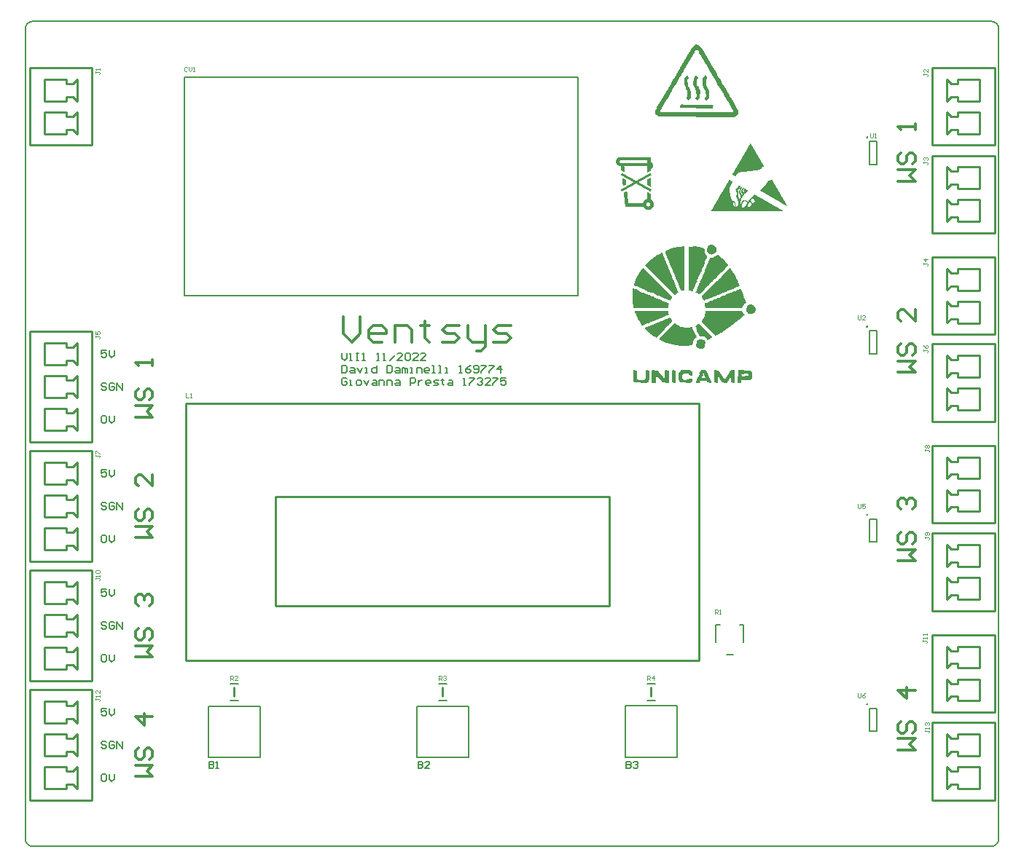
<source format=gto>
G04*
G04 #@! TF.GenerationSoftware,Altium Limited,Altium Designer,22.11.1 (43)*
G04*
G04 Layer_Color=65535*
%FSLAX24Y24*%
%MOIN*%
G70*
G04*
G04 #@! TF.SameCoordinates,7676E619-B689-43AB-A287-34DBDB4E9A50*
G04*
G04*
G04 #@! TF.FilePolarity,Positive*
G04*
G01*
G75*
%ADD10C,0.0079*%
%ADD11C,0.0100*%
%ADD12C,0.0059*%
%ADD13C,0.0118*%
%ADD14C,0.0039*%
G36*
X29420Y35514D02*
X29560Y35374D01*
X29700Y35129D01*
X29788Y34971D01*
X29823Y34936D01*
X29832Y34892D01*
X29840Y34884D01*
X29858Y34848D01*
X29893Y34813D01*
X29928Y34726D01*
X29980Y34673D01*
X29998Y34603D01*
X30068Y34498D01*
X30121Y34411D01*
X30191Y34288D01*
X30226Y34253D01*
X30270Y34139D01*
X30313Y34095D01*
X30348Y34008D01*
X30401Y33955D01*
X30418Y33885D01*
X30471Y33833D01*
X30515Y33719D01*
X30559Y33675D01*
X30699Y33430D01*
X30786Y33272D01*
X30821Y33237D01*
X30839Y33167D01*
X30891Y33114D01*
X31031Y32852D01*
X31067Y32817D01*
X31102Y32729D01*
X31137Y32694D01*
X31172Y32606D01*
X31189Y32571D01*
X31224Y32536D01*
X31242Y32466D01*
X31224Y32361D01*
X31110Y32247D01*
X30988Y32212D01*
X27589Y32230D01*
X27493Y32309D01*
X27441Y32361D01*
X27423Y32431D01*
X27441Y32536D01*
X27493Y32589D01*
X27511Y32659D01*
X27581Y32764D01*
X27633Y32852D01*
X27703Y32974D01*
X27808Y33149D01*
X27878Y33272D01*
X27914Y33307D01*
X27931Y33377D01*
X28019Y33500D01*
X28036Y33552D01*
X28089Y33605D01*
X28106Y33675D01*
X28159Y33727D01*
X28203Y33841D01*
X28246Y33885D01*
X28281Y33973D01*
X28334Y34025D01*
X28351Y34095D01*
X28404Y34148D01*
X28439Y34235D01*
X28457Y34270D01*
X28509Y34323D01*
X28527Y34393D01*
X28579Y34446D01*
X28614Y34533D01*
X28649Y34568D01*
X28737Y34726D01*
X28877Y34971D01*
X28982Y35146D01*
X29122Y35391D01*
X29254Y35523D01*
X29350Y35532D01*
X29420Y35514D01*
D02*
G37*
G36*
X27231Y30155D02*
X27233D01*
Y30153D01*
X27235D01*
Y30151D01*
X27239D01*
Y30149D01*
X27242D01*
Y30147D01*
X27244D01*
Y30145D01*
X27250D01*
Y30143D01*
X27252D01*
Y30141D01*
X27256D01*
Y30139D01*
X27258D01*
Y30137D01*
X27260D01*
Y30135D01*
X27264D01*
Y30133D01*
X27266D01*
Y30131D01*
X27268D01*
Y30129D01*
X27272D01*
Y30127D01*
X27274D01*
Y30125D01*
X27276D01*
Y30123D01*
X27278D01*
Y30121D01*
X27280D01*
Y30119D01*
X27282D01*
Y30117D01*
X27284D01*
Y30116D01*
X27286D01*
Y30114D01*
X27288D01*
Y30112D01*
X27290D01*
Y30110D01*
X27292D01*
Y30108D01*
X27294D01*
Y30106D01*
X27296D01*
Y30104D01*
X27298D01*
Y30100D01*
X27300D01*
Y30098D01*
X27302D01*
Y30096D01*
X27304D01*
Y30094D01*
X27306D01*
Y30090D01*
X27308D01*
Y30088D01*
X27310D01*
Y30084D01*
X27312D01*
Y30080D01*
X27314D01*
Y30078D01*
X27316D01*
Y30074D01*
X27317D01*
Y30070D01*
X27319D01*
Y30066D01*
X27321D01*
Y30062D01*
X27323D01*
Y30058D01*
X27325D01*
Y30052D01*
X27327D01*
Y30048D01*
X27329D01*
Y30042D01*
X27331D01*
Y30037D01*
X27333D01*
Y30029D01*
X27335D01*
Y30017D01*
X27337D01*
Y30009D01*
X27339D01*
Y29962D01*
X27337D01*
Y29954D01*
X27335D01*
Y29942D01*
X27333D01*
Y29934D01*
X27331D01*
Y29928D01*
X27329D01*
Y29922D01*
X27327D01*
Y29918D01*
X27325D01*
Y29912D01*
X27323D01*
Y29908D01*
X27321D01*
Y29904D01*
X27319D01*
Y29900D01*
X27317D01*
Y29898D01*
X27316D01*
Y29892D01*
X27314D01*
Y29890D01*
X27312D01*
Y29887D01*
X27310D01*
Y29883D01*
X27308D01*
Y29881D01*
X27306D01*
Y29877D01*
X27304D01*
Y29875D01*
X27302D01*
Y29873D01*
X27300D01*
Y29871D01*
X27298D01*
Y29867D01*
X27296D01*
Y29865D01*
X27294D01*
Y29863D01*
X27292D01*
Y29861D01*
X27290D01*
Y29859D01*
X27288D01*
Y29857D01*
X27286D01*
Y29855D01*
X27284D01*
Y29853D01*
X27282D01*
Y29851D01*
X27280D01*
Y29849D01*
X27278D01*
Y29847D01*
X27276D01*
Y29845D01*
X27274D01*
Y29843D01*
X27270D01*
Y29841D01*
X27268D01*
Y29839D01*
X27266D01*
Y29837D01*
X27262D01*
Y29835D01*
X27260D01*
Y29833D01*
X27258D01*
Y29831D01*
X27254D01*
Y29829D01*
X27252D01*
Y29827D01*
X27248D01*
Y29825D01*
X27244D01*
Y29823D01*
X27240D01*
Y29821D01*
X27239D01*
Y29819D01*
X27233D01*
Y29817D01*
X27231D01*
Y29754D01*
X27229D01*
Y29752D01*
X27223D01*
Y29750D01*
X27221D01*
Y29748D01*
X27217D01*
Y29746D01*
X27213D01*
Y29744D01*
X27211D01*
Y29742D01*
X27205D01*
Y29740D01*
X27203D01*
Y29738D01*
X27199D01*
Y29736D01*
X27195D01*
Y29734D01*
X27193D01*
Y29733D01*
X27189D01*
Y29731D01*
X27185D01*
Y29729D01*
X27181D01*
Y29727D01*
X27179D01*
Y29725D01*
X27173D01*
Y29723D01*
X27171D01*
Y29721D01*
X27167D01*
Y29719D01*
X27164D01*
Y29717D01*
X27162D01*
Y29715D01*
X27156D01*
Y29713D01*
X27154D01*
Y29711D01*
X27150D01*
Y29709D01*
X27146D01*
Y29707D01*
X27144D01*
Y29705D01*
X27138D01*
Y29703D01*
X27136D01*
Y29701D01*
X27132D01*
Y29699D01*
X27128D01*
Y29697D01*
X27126D01*
Y29695D01*
X27120D01*
Y29693D01*
X27118D01*
Y29691D01*
X27114D01*
Y29689D01*
X27110D01*
Y29687D01*
X27108D01*
Y29685D01*
X27104D01*
Y29683D01*
X27100D01*
Y29681D01*
X27096D01*
Y29679D01*
X27094D01*
Y29677D01*
X27088D01*
Y29675D01*
X27087D01*
Y29673D01*
X27083D01*
Y29671D01*
X27079D01*
Y29669D01*
X27075D01*
Y29956D01*
X27073D01*
Y29958D01*
X27071D01*
Y29960D01*
X26018D01*
Y29958D01*
X26015D01*
Y29948D01*
X26016D01*
Y29934D01*
X26018D01*
Y29910D01*
X26020D01*
Y29898D01*
X26022D01*
Y29877D01*
X26024D01*
Y29861D01*
X26026D01*
Y29847D01*
X26028D01*
Y29823D01*
X26030D01*
Y29811D01*
X26032D01*
Y29788D01*
X26034D01*
Y29774D01*
X26036D01*
Y29756D01*
X26038D01*
Y29736D01*
X26040D01*
Y29723D01*
X26042D01*
Y29699D01*
X26044D01*
Y29687D01*
X26046D01*
Y29671D01*
X26040D01*
Y29673D01*
X26036D01*
Y29675D01*
X26034D01*
Y29677D01*
X26030D01*
Y29679D01*
X26026D01*
Y29681D01*
X26022D01*
Y29683D01*
X26020D01*
Y29685D01*
X26016D01*
Y29687D01*
X26013D01*
Y29689D01*
X26009D01*
Y29691D01*
X26005D01*
Y29693D01*
X26003D01*
Y29695D01*
X25997D01*
Y29697D01*
X25995D01*
Y29699D01*
X25991D01*
Y29701D01*
X25987D01*
Y29703D01*
X25985D01*
Y29705D01*
X25979D01*
Y29707D01*
X25977D01*
Y29709D01*
X25973D01*
Y29711D01*
X25969D01*
Y29713D01*
X25967D01*
Y29715D01*
X25961D01*
Y29717D01*
X25959D01*
Y29719D01*
X25955D01*
Y29721D01*
X25953D01*
Y29723D01*
X25949D01*
Y29725D01*
X25945D01*
Y29727D01*
X25941D01*
Y29729D01*
X25938D01*
Y29731D01*
X25936D01*
Y29733D01*
X25932D01*
Y29734D01*
X25928D01*
Y29736D01*
X25924D01*
Y29738D01*
X25920D01*
Y29740D01*
X25918D01*
Y29742D01*
X25914D01*
Y29744D01*
X25910D01*
Y29746D01*
X25906D01*
Y29748D01*
X25902D01*
Y29750D01*
X25900D01*
Y29752D01*
X25896D01*
Y29754D01*
X25892D01*
Y29756D01*
X25888D01*
Y29758D01*
X25884D01*
Y29760D01*
X25882D01*
Y29762D01*
X25880D01*
Y29764D01*
X25878D01*
Y29774D01*
X25876D01*
Y29798D01*
X25874D01*
Y29810D01*
X25872D01*
Y29831D01*
X25870D01*
Y29847D01*
X25868D01*
Y29861D01*
X25866D01*
Y29885D01*
X25864D01*
Y29896D01*
X25863D01*
Y29920D01*
X25861D01*
Y29934D01*
X25859D01*
Y29952D01*
X25857D01*
Y29958D01*
X25855D01*
Y29960D01*
X25833D01*
Y29962D01*
X25811D01*
Y29964D01*
X25805D01*
Y29965D01*
X25797D01*
Y29967D01*
X25793D01*
Y29969D01*
X25786D01*
Y29971D01*
X25780D01*
Y29973D01*
X25774D01*
Y29975D01*
X25768D01*
Y29977D01*
X25766D01*
Y29979D01*
X25760D01*
Y29981D01*
X25758D01*
Y29983D01*
X25754D01*
Y29985D01*
X25750D01*
Y29987D01*
X25746D01*
Y29989D01*
X25742D01*
Y29991D01*
X25740D01*
Y29993D01*
X25736D01*
Y29995D01*
X25732D01*
Y29997D01*
X25730D01*
Y29999D01*
X25728D01*
Y30001D01*
X25726D01*
Y30003D01*
X25722D01*
Y30005D01*
X25720D01*
Y30007D01*
X25718D01*
Y30009D01*
X25716D01*
Y30011D01*
X25714D01*
Y30013D01*
X25710D01*
Y30015D01*
X25709D01*
Y30017D01*
X25707D01*
Y30019D01*
X25705D01*
Y30021D01*
X25703D01*
Y30023D01*
X25701D01*
Y30025D01*
X25699D01*
Y30027D01*
X25697D01*
Y30031D01*
X25695D01*
Y30033D01*
X25693D01*
Y30035D01*
X25691D01*
Y30037D01*
X25689D01*
Y30039D01*
X25687D01*
Y30041D01*
X25685D01*
Y30042D01*
X25683D01*
Y30046D01*
X25681D01*
Y30048D01*
X25679D01*
Y30050D01*
X25677D01*
Y30054D01*
X25675D01*
Y30056D01*
X25673D01*
Y30062D01*
X25671D01*
Y30064D01*
X25669D01*
Y30068D01*
X25667D01*
Y30072D01*
X25665D01*
Y30074D01*
X25663D01*
Y30080D01*
X25661D01*
Y30082D01*
X25659D01*
Y30088D01*
X25657D01*
Y30092D01*
X25655D01*
Y30098D01*
X25653D01*
Y30106D01*
X25651D01*
Y30110D01*
X25649D01*
Y30119D01*
X25647D01*
Y30123D01*
X25645D01*
Y30135D01*
X25643D01*
Y30157D01*
X25641D01*
Y30183D01*
X25643D01*
Y30204D01*
X25645D01*
Y30216D01*
X25647D01*
Y30222D01*
X25649D01*
Y30230D01*
X25651D01*
Y30234D01*
X25653D01*
Y30244D01*
X25655D01*
Y30248D01*
X25657D01*
Y30254D01*
X25659D01*
Y30258D01*
X25661D01*
Y30260D01*
X25663D01*
Y30266D01*
X25665D01*
Y30268D01*
X25667D01*
Y30271D01*
X25669D01*
Y30275D01*
X25671D01*
Y30279D01*
X25673D01*
Y30283D01*
X25675D01*
Y30285D01*
X25677D01*
Y30289D01*
X25679D01*
Y30291D01*
X25681D01*
Y30293D01*
X25683D01*
Y30297D01*
X25685D01*
Y30299D01*
X25687D01*
Y30301D01*
X25689D01*
Y30303D01*
X25691D01*
Y30307D01*
X25693D01*
Y30309D01*
X25695D01*
Y30311D01*
X25697D01*
Y30315D01*
X25701D01*
Y30319D01*
X25703D01*
Y30321D01*
X25705D01*
Y30323D01*
X25707D01*
Y30325D01*
X25710D01*
Y30327D01*
X25712D01*
Y30329D01*
X25714D01*
Y30331D01*
X25716D01*
Y30333D01*
X25720D01*
Y30335D01*
X25722D01*
Y30337D01*
X25724D01*
Y30339D01*
X25726D01*
Y30341D01*
X25730D01*
Y30343D01*
X25732D01*
Y30345D01*
X25734D01*
Y30347D01*
X25736D01*
Y30348D01*
X25742D01*
Y30350D01*
X25744D01*
Y30352D01*
X25748D01*
Y30354D01*
X25752D01*
Y30356D01*
X25754D01*
Y30358D01*
X25760D01*
Y30360D01*
X25762D01*
Y30362D01*
X25766D01*
Y30364D01*
X25770D01*
Y30366D01*
X25776D01*
Y30368D01*
X25784D01*
Y30370D01*
X25787D01*
Y30372D01*
X25797D01*
Y30374D01*
X25801D01*
Y30376D01*
X25807D01*
Y30378D01*
X25827D01*
Y30380D01*
X25831D01*
Y30382D01*
X27231D01*
Y30155D01*
D02*
G37*
G36*
X31801Y30989D02*
X31810D01*
Y30980D01*
X31819D01*
Y30961D01*
X31829D01*
Y30942D01*
X31838D01*
Y30933D01*
X31847D01*
Y30914D01*
X31856D01*
Y30896D01*
X31866D01*
Y30877D01*
X31875D01*
Y30868D01*
X31884D01*
Y30849D01*
X31894D01*
Y30831D01*
X31903D01*
Y30822D01*
X31912D01*
Y30803D01*
X31922D01*
Y30784D01*
X31931D01*
Y30775D01*
X31940D01*
Y30756D01*
X31949D01*
Y30738D01*
X31959D01*
Y30719D01*
X31968D01*
Y30710D01*
X31977D01*
Y30691D01*
X31987D01*
Y30673D01*
X31996D01*
Y30664D01*
X32005D01*
Y30645D01*
X32014D01*
Y30626D01*
X32024D01*
Y30608D01*
X32033D01*
Y30599D01*
X32042D01*
Y30580D01*
X32052D01*
Y30561D01*
X32061D01*
Y30552D01*
X32070D01*
Y30533D01*
X32080D01*
Y30515D01*
X32089D01*
Y30496D01*
X32098D01*
Y30487D01*
X32107D01*
Y30468D01*
X32117D01*
Y30450D01*
X32126D01*
Y30441D01*
X32135D01*
Y30422D01*
X32145D01*
Y30403D01*
X32154D01*
Y30394D01*
X32163D01*
Y30375D01*
X32172D01*
Y30357D01*
X32182D01*
Y30338D01*
X32191D01*
Y30329D01*
X32200D01*
Y30310D01*
X32210D01*
Y30292D01*
X32219D01*
Y30283D01*
X32228D01*
Y30264D01*
X32237D01*
Y30245D01*
X32247D01*
Y30227D01*
X32256D01*
Y30218D01*
X32265D01*
Y30199D01*
X32275D01*
Y30180D01*
X32284D01*
Y30171D01*
X32293D01*
Y30152D01*
X32303D01*
Y30134D01*
X32312D01*
Y30115D01*
X32321D01*
Y30106D01*
X32330D01*
Y30087D01*
X32340D01*
Y30069D01*
X32349D01*
Y30060D01*
X32358D01*
Y30041D01*
X32368D01*
Y30022D01*
X32377D01*
Y30013D01*
X32386D01*
Y29994D01*
X32395D01*
Y29967D01*
X32386D01*
Y29948D01*
X32377D01*
Y29939D01*
X32368D01*
Y29929D01*
X32358D01*
Y29920D01*
X32349D01*
Y29911D01*
X32340D01*
Y29902D01*
X32330D01*
Y29892D01*
X32321D01*
Y29883D01*
X32312D01*
Y29874D01*
X32303D01*
Y29864D01*
X32293D01*
Y29855D01*
X32284D01*
Y29846D01*
X32275D01*
Y29837D01*
X32256D01*
Y29827D01*
X32247D01*
Y29818D01*
X32228D01*
Y29809D01*
X32200D01*
Y29799D01*
X32182D01*
Y29790D01*
X32135D01*
Y29781D01*
X32107D01*
Y29771D01*
X32042D01*
Y29762D01*
X31977D01*
Y29753D01*
X31894D01*
Y29744D01*
X31773D01*
Y29734D01*
X31717D01*
Y29725D01*
X31643D01*
Y29716D01*
X31578D01*
Y29706D01*
X31494D01*
Y29697D01*
X31364D01*
Y29688D01*
X31327D01*
Y29679D01*
X31290D01*
Y29669D01*
X31271D01*
Y29660D01*
X31252D01*
Y29651D01*
X31243D01*
Y29641D01*
X31234D01*
Y29632D01*
X31215D01*
Y29623D01*
X31206D01*
Y29613D01*
X31197D01*
Y29604D01*
X31187D01*
Y29595D01*
X31178D01*
Y29586D01*
X31169D01*
Y29576D01*
X31160D01*
Y29558D01*
X31150D01*
Y29548D01*
X31141D01*
Y29530D01*
X31132D01*
Y29511D01*
X31122D01*
Y29502D01*
X31113D01*
Y29493D01*
X31094D01*
Y29502D01*
X31076D01*
Y29511D01*
X31067D01*
Y29521D01*
X31039D01*
Y29530D01*
X31029D01*
Y29539D01*
X31011D01*
Y29548D01*
X30992D01*
Y29558D01*
X30983D01*
Y29567D01*
X30964D01*
Y29595D01*
X30974D01*
Y29613D01*
X30983D01*
Y29632D01*
X30992D01*
Y29641D01*
X31002D01*
Y29660D01*
X31011D01*
Y29669D01*
X31020D01*
Y29697D01*
X31029D01*
Y29706D01*
X31039D01*
Y29725D01*
X31048D01*
Y29744D01*
X31057D01*
Y29753D01*
X31067D01*
Y29771D01*
X31076D01*
Y29790D01*
X31085D01*
Y29799D01*
X31094D01*
Y29818D01*
X31104D01*
Y29837D01*
X31113D01*
Y29855D01*
X31122D01*
Y29864D01*
X31132D01*
Y29883D01*
X31141D01*
Y29902D01*
X31150D01*
Y29911D01*
X31160D01*
Y29929D01*
X31169D01*
Y29948D01*
X31178D01*
Y29967D01*
X31187D01*
Y29976D01*
X31197D01*
Y29994D01*
X31206D01*
Y30013D01*
X31215D01*
Y30022D01*
X31225D01*
Y30041D01*
X31234D01*
Y30060D01*
X31243D01*
Y30078D01*
X31252D01*
Y30087D01*
X31262D01*
Y30106D01*
X31271D01*
Y30125D01*
X31280D01*
Y30134D01*
X31290D01*
Y30152D01*
X31299D01*
Y30171D01*
X31308D01*
Y30190D01*
X31318D01*
Y30199D01*
X31327D01*
Y30218D01*
X31336D01*
Y30236D01*
X31345D01*
Y30245D01*
X31355D01*
Y30264D01*
X31364D01*
Y30283D01*
X31373D01*
Y30301D01*
X31383D01*
Y30310D01*
X31392D01*
Y30329D01*
X31401D01*
Y30348D01*
X31410D01*
Y30357D01*
X31420D01*
Y30375D01*
X31429D01*
Y30394D01*
X31438D01*
Y30403D01*
X31448D01*
Y30422D01*
X31457D01*
Y30441D01*
X31466D01*
Y30459D01*
X31475D01*
Y30468D01*
X31485D01*
Y30487D01*
X31494D01*
Y30506D01*
X31503D01*
Y30515D01*
X31513D01*
Y30543D01*
X31522D01*
Y30552D01*
X31531D01*
Y30571D01*
X31541D01*
Y30580D01*
X31550D01*
Y30599D01*
X31559D01*
Y30617D01*
X31568D01*
Y30626D01*
X31578D01*
Y30645D01*
X31587D01*
Y30664D01*
X31596D01*
Y30682D01*
X31606D01*
Y30701D01*
X31615D01*
Y30710D01*
X31624D01*
Y30729D01*
X31633D01*
Y30738D01*
X31643D01*
Y30756D01*
X31652D01*
Y30775D01*
X31661D01*
Y30794D01*
X31671D01*
Y30812D01*
X31680D01*
Y30822D01*
X31689D01*
Y30840D01*
X31699D01*
Y30859D01*
X31708D01*
Y30868D01*
X31717D01*
Y30887D01*
X31726D01*
Y30905D01*
X31736D01*
Y30924D01*
X31745D01*
Y30933D01*
X31754D01*
Y30952D01*
X31764D01*
Y30970D01*
X31773D01*
Y30980D01*
X31782D01*
Y30998D01*
X31801D01*
Y30989D01*
D02*
G37*
G36*
X27213Y29644D02*
X27215D01*
Y29642D01*
X27217D01*
Y29636D01*
X27219D01*
Y29634D01*
X27221D01*
Y29630D01*
X27223D01*
Y29626D01*
X27225D01*
Y29624D01*
X27227D01*
Y29620D01*
X27229D01*
Y29616D01*
X27231D01*
Y29612D01*
X27233D01*
Y29610D01*
X27235D01*
Y29604D01*
X27237D01*
Y29602D01*
X27239D01*
Y29598D01*
X27240D01*
Y29594D01*
X27242D01*
Y29592D01*
X27244D01*
Y29586D01*
X27246D01*
Y29584D01*
X27248D01*
Y29581D01*
X27250D01*
Y29577D01*
X27252D01*
Y29575D01*
X27254D01*
Y29569D01*
X27256D01*
Y29567D01*
X27258D01*
Y29563D01*
X27260D01*
Y29559D01*
X27262D01*
Y29553D01*
X27258D01*
Y29551D01*
X27256D01*
Y29549D01*
X27250D01*
Y29547D01*
X27248D01*
Y29545D01*
X27244D01*
Y29543D01*
X27240D01*
Y29541D01*
X27239D01*
Y29539D01*
X27235D01*
Y29537D01*
X27231D01*
Y29535D01*
X27227D01*
Y29533D01*
X27223D01*
Y29531D01*
X27221D01*
Y29529D01*
X27217D01*
Y29527D01*
X27213D01*
Y29525D01*
X27209D01*
Y29523D01*
X27207D01*
Y29521D01*
X27203D01*
Y29519D01*
X27199D01*
Y29517D01*
X27197D01*
Y29515D01*
X27191D01*
Y29513D01*
X27189D01*
Y29511D01*
X27185D01*
Y29509D01*
X27181D01*
Y29507D01*
X27177D01*
Y29506D01*
X27173D01*
Y29504D01*
X27171D01*
Y29502D01*
X27167D01*
Y29500D01*
X27164D01*
Y29498D01*
X27160D01*
Y29496D01*
X27156D01*
Y29494D01*
X27154D01*
Y29492D01*
X27150D01*
Y29490D01*
X27146D01*
Y29488D01*
X27142D01*
Y29486D01*
X27140D01*
Y29484D01*
X27136D01*
Y29482D01*
X27132D01*
Y29480D01*
X27128D01*
Y29478D01*
X27124D01*
Y29476D01*
X27122D01*
Y29474D01*
X27118D01*
Y29472D01*
X27114D01*
Y29470D01*
X27112D01*
Y29468D01*
X27106D01*
Y29466D01*
X27104D01*
Y29464D01*
X27100D01*
Y29462D01*
X27096D01*
Y29460D01*
X27094D01*
Y29458D01*
X27088D01*
Y29456D01*
X27087D01*
Y29454D01*
X27083D01*
Y29452D01*
X27079D01*
Y29450D01*
X27075D01*
Y29448D01*
X27071D01*
Y29446D01*
X27069D01*
Y29444D01*
X27065D01*
Y29442D01*
X27061D01*
Y29440D01*
X27057D01*
Y29438D01*
X27055D01*
Y29436D01*
X27051D01*
Y29434D01*
X27047D01*
Y29432D01*
X27045D01*
Y29430D01*
X27039D01*
Y29429D01*
X27037D01*
Y29427D01*
X27033D01*
Y29425D01*
X27029D01*
Y29423D01*
X27027D01*
Y29421D01*
X27021D01*
Y29419D01*
X27019D01*
Y29417D01*
X27015D01*
Y29415D01*
X27011D01*
Y29413D01*
X27010D01*
Y29411D01*
X27004D01*
Y29409D01*
X27002D01*
Y29407D01*
X26998D01*
Y29405D01*
X26994D01*
Y29403D01*
X26990D01*
Y29401D01*
X26986D01*
Y29399D01*
X26984D01*
Y29397D01*
X26980D01*
Y29395D01*
X26976D01*
Y29393D01*
X26972D01*
Y29391D01*
X26970D01*
Y29389D01*
X26966D01*
Y29387D01*
X26962D01*
Y29385D01*
X26960D01*
Y29383D01*
X26954D01*
Y29381D01*
X26952D01*
Y29379D01*
X26948D01*
Y29377D01*
X26944D01*
Y29375D01*
X26942D01*
Y29373D01*
X26936D01*
Y29371D01*
X26934D01*
Y29369D01*
X26931D01*
Y29367D01*
X26927D01*
Y29365D01*
X26925D01*
Y29363D01*
X26919D01*
Y29361D01*
X26917D01*
Y29359D01*
X26913D01*
Y29357D01*
X26909D01*
Y29355D01*
X26905D01*
Y29353D01*
X26903D01*
Y29352D01*
X26899D01*
Y29350D01*
X26895D01*
Y29348D01*
X26893D01*
Y29346D01*
X26887D01*
Y29344D01*
X26885D01*
Y29342D01*
X26881D01*
Y29340D01*
X26877D01*
Y29338D01*
X26875D01*
Y29336D01*
X26869D01*
Y29334D01*
X26867D01*
Y29332D01*
X26863D01*
Y29330D01*
X26859D01*
Y29328D01*
X26858D01*
Y29326D01*
X26852D01*
Y29324D01*
X26850D01*
Y29322D01*
X26846D01*
Y29320D01*
X26842D01*
Y29318D01*
X26840D01*
Y29316D01*
X26834D01*
Y29314D01*
X26832D01*
Y29312D01*
X26828D01*
Y29310D01*
X26824D01*
Y29308D01*
X26820D01*
Y29306D01*
X26818D01*
Y29304D01*
X26814D01*
Y29302D01*
X26810D01*
Y29300D01*
X26808D01*
Y29298D01*
X26802D01*
Y29296D01*
X26800D01*
Y29294D01*
X26796D01*
Y29292D01*
X26792D01*
Y29290D01*
X26790D01*
Y29288D01*
X26784D01*
Y29286D01*
X26782D01*
Y29284D01*
X26779D01*
Y29282D01*
X26775D01*
Y29280D01*
X26773D01*
Y29278D01*
X26767D01*
Y29276D01*
X26765D01*
Y29275D01*
X26761D01*
Y29273D01*
X26757D01*
Y29271D01*
X26755D01*
Y29269D01*
X26751D01*
Y29267D01*
X26747D01*
Y29265D01*
X26743D01*
Y29263D01*
X26741D01*
Y29261D01*
X26735D01*
Y29259D01*
X26733D01*
Y29257D01*
X26729D01*
Y29255D01*
X26725D01*
Y29253D01*
X26723D01*
Y29251D01*
X26717D01*
Y29249D01*
X26715D01*
Y29247D01*
X26711D01*
Y29245D01*
X26707D01*
Y29243D01*
X26705D01*
Y29241D01*
X26700D01*
Y29239D01*
X26698D01*
Y29237D01*
X26694D01*
Y29235D01*
X26690D01*
Y29233D01*
X26688D01*
Y29231D01*
X26682D01*
Y29229D01*
X26680D01*
Y29227D01*
X26674D01*
Y29221D01*
X26676D01*
Y29219D01*
X26678D01*
Y29217D01*
X26684D01*
Y29215D01*
X26686D01*
Y29213D01*
X26690D01*
Y29211D01*
X26694D01*
Y29209D01*
X26696D01*
Y29207D01*
X26702D01*
Y29205D01*
X26704D01*
Y29203D01*
X26707D01*
Y29201D01*
X26711D01*
Y29200D01*
X26713D01*
Y29198D01*
X26717D01*
Y29196D01*
X26721D01*
Y29194D01*
X26725D01*
Y29192D01*
X26727D01*
Y29190D01*
X26733D01*
Y29188D01*
X26735D01*
Y29186D01*
X26739D01*
Y29184D01*
X26743D01*
Y29182D01*
X26745D01*
Y29180D01*
X26751D01*
Y29178D01*
X26753D01*
Y29176D01*
X26757D01*
Y29174D01*
X26761D01*
Y29172D01*
X26763D01*
Y29170D01*
X26769D01*
Y29168D01*
X26771D01*
Y29166D01*
X26775D01*
Y29164D01*
X26779D01*
Y29162D01*
X26781D01*
Y29160D01*
X26786D01*
Y29158D01*
X26788D01*
Y29156D01*
X26792D01*
Y29154D01*
X26796D01*
Y29152D01*
X26798D01*
Y29150D01*
X26802D01*
Y29148D01*
X26806D01*
Y29146D01*
X26810D01*
Y29144D01*
X26812D01*
Y29142D01*
X26818D01*
Y29140D01*
X26820D01*
Y29138D01*
X26824D01*
Y29136D01*
X26828D01*
Y29134D01*
X26830D01*
Y29132D01*
X26836D01*
Y29130D01*
X26838D01*
Y29128D01*
X26842D01*
Y29126D01*
X26846D01*
Y29124D01*
X26848D01*
Y29123D01*
X26854D01*
Y29121D01*
X26856D01*
Y29119D01*
X26859D01*
Y29117D01*
X26863D01*
Y29115D01*
X26865D01*
Y29113D01*
X26871D01*
Y29111D01*
X26873D01*
Y29109D01*
X26877D01*
Y29107D01*
X26881D01*
Y29105D01*
X26883D01*
Y29103D01*
X26887D01*
Y29101D01*
X26891D01*
Y29099D01*
X26895D01*
Y29097D01*
X26897D01*
Y29095D01*
X26901D01*
Y29093D01*
X26905D01*
Y29091D01*
X26909D01*
Y29089D01*
X26913D01*
Y29087D01*
X26915D01*
Y29085D01*
X26921D01*
Y29083D01*
X26923D01*
Y29081D01*
X26927D01*
Y29079D01*
X26931D01*
Y29077D01*
X26933D01*
Y29075D01*
X26938D01*
Y29073D01*
X26940D01*
Y29071D01*
X26944D01*
Y29069D01*
X26948D01*
Y29067D01*
X26950D01*
Y29065D01*
X26954D01*
Y29063D01*
X26958D01*
Y29061D01*
X26962D01*
Y29059D01*
X26964D01*
Y29057D01*
X26968D01*
Y29055D01*
X26972D01*
Y29053D01*
X26976D01*
Y29051D01*
X26980D01*
Y29049D01*
X26982D01*
Y29047D01*
X26986D01*
Y29046D01*
X26990D01*
Y29044D01*
X26994D01*
Y29042D01*
X26998D01*
Y29040D01*
X27000D01*
Y29038D01*
X27006D01*
Y29036D01*
X27008D01*
Y29034D01*
X27011D01*
Y29032D01*
X27015D01*
Y29030D01*
X27017D01*
Y29028D01*
X27023D01*
Y29026D01*
X27025D01*
Y29024D01*
X27029D01*
Y29022D01*
X27033D01*
Y29020D01*
X27035D01*
Y29018D01*
X27039D01*
Y29016D01*
X27043D01*
Y29014D01*
X27047D01*
Y29012D01*
X27049D01*
Y29010D01*
X27053D01*
Y29008D01*
X27057D01*
Y29006D01*
X27061D01*
Y29004D01*
X27065D01*
Y29002D01*
X27067D01*
Y29000D01*
X27071D01*
Y28998D01*
X27075D01*
Y28996D01*
X27079D01*
Y28994D01*
X27083D01*
Y28992D01*
X27085D01*
Y28990D01*
X27088D01*
Y28988D01*
X27092D01*
Y28986D01*
X27096D01*
Y28984D01*
X27100D01*
Y28982D01*
X27102D01*
Y28980D01*
X27106D01*
Y28978D01*
X27110D01*
Y28976D01*
X27114D01*
Y28974D01*
X27118D01*
Y28972D01*
X27120D01*
Y28970D01*
X27124D01*
Y28969D01*
X27128D01*
Y28967D01*
X27132D01*
Y28965D01*
X27134D01*
Y28963D01*
X27138D01*
Y28961D01*
X27142D01*
Y28959D01*
X27144D01*
Y28957D01*
X27150D01*
Y28955D01*
X27152D01*
Y28953D01*
X27156D01*
Y28951D01*
X27160D01*
Y28949D01*
X27162D01*
Y28947D01*
X27167D01*
Y28945D01*
X27169D01*
Y28943D01*
X27173D01*
Y28941D01*
X27177D01*
Y28939D01*
X27181D01*
Y28937D01*
X27185D01*
Y28935D01*
X27187D01*
Y28933D01*
X27191D01*
Y28931D01*
X27195D01*
Y28929D01*
X27199D01*
Y28927D01*
X27201D01*
Y28925D01*
X27205D01*
Y28923D01*
X27209D01*
Y28921D01*
X27211D01*
Y28919D01*
X27217D01*
Y28917D01*
X27219D01*
Y28915D01*
X27223D01*
Y28913D01*
X27227D01*
Y28911D01*
X27229D01*
Y28909D01*
X27235D01*
Y28907D01*
X27237D01*
Y28905D01*
X27240D01*
Y28903D01*
X27244D01*
Y28901D01*
X27246D01*
Y28899D01*
X27252D01*
Y28897D01*
X27254D01*
Y28895D01*
X27258D01*
Y28893D01*
X27262D01*
Y28886D01*
X27260D01*
Y28884D01*
X27258D01*
Y28880D01*
X27256D01*
Y28878D01*
X27254D01*
Y28872D01*
X27252D01*
Y28870D01*
X27250D01*
Y28866D01*
X27248D01*
Y28862D01*
X27246D01*
Y28860D01*
X27244D01*
Y28854D01*
X27242D01*
Y28852D01*
X27240D01*
Y28848D01*
X27239D01*
Y28844D01*
X27237D01*
Y28840D01*
X27235D01*
Y28836D01*
X27233D01*
Y28834D01*
X27231D01*
Y28830D01*
X27229D01*
Y28826D01*
X27227D01*
Y28822D01*
X27225D01*
Y28818D01*
X27223D01*
Y28816D01*
X27221D01*
Y28813D01*
X27219D01*
Y28809D01*
X27217D01*
Y28805D01*
X27215D01*
Y28803D01*
X27213D01*
Y28801D01*
X27205D01*
Y28803D01*
X27203D01*
Y28805D01*
X27199D01*
Y28807D01*
X27195D01*
Y28809D01*
X27193D01*
Y28811D01*
X27189D01*
Y28813D01*
X27185D01*
Y28815D01*
X27181D01*
Y28816D01*
X27179D01*
Y28818D01*
X27175D01*
Y28820D01*
X27171D01*
Y28822D01*
X27167D01*
Y28824D01*
X27164D01*
Y28826D01*
X27162D01*
Y28828D01*
X27158D01*
Y28830D01*
X27154D01*
Y28832D01*
X27150D01*
Y28834D01*
X27146D01*
Y28836D01*
X27144D01*
Y28838D01*
X27138D01*
Y28840D01*
X27136D01*
Y28842D01*
X27132D01*
Y28844D01*
X27128D01*
Y28846D01*
X27126D01*
Y28848D01*
X27122D01*
Y28850D01*
X27118D01*
Y28852D01*
X27114D01*
Y28854D01*
X27110D01*
Y28856D01*
X27108D01*
Y28858D01*
X27104D01*
Y28860D01*
X27100D01*
Y28862D01*
X27096D01*
Y28864D01*
X27094D01*
Y28866D01*
X27090D01*
Y28868D01*
X27087D01*
Y28870D01*
X27085D01*
Y28872D01*
X27079D01*
Y28874D01*
X27077D01*
Y28876D01*
X27073D01*
Y28878D01*
X27069D01*
Y28880D01*
X27065D01*
Y28882D01*
X27061D01*
Y28884D01*
X27059D01*
Y28886D01*
X27055D01*
Y28888D01*
X27051D01*
Y28890D01*
X27047D01*
Y28892D01*
X27043D01*
Y28893D01*
X27041D01*
Y28895D01*
X27037D01*
Y28897D01*
X27033D01*
Y28899D01*
X27029D01*
Y28901D01*
X27027D01*
Y28903D01*
X27023D01*
Y28905D01*
X27019D01*
Y28907D01*
X27017D01*
Y28909D01*
X27011D01*
Y28911D01*
X27010D01*
Y28913D01*
X27006D01*
Y28915D01*
X27002D01*
Y28917D01*
X27000D01*
Y28919D01*
X26994D01*
Y28921D01*
X26992D01*
Y28923D01*
X26988D01*
Y28925D01*
X26984D01*
Y28927D01*
X26980D01*
Y28929D01*
X26976D01*
Y28931D01*
X26974D01*
Y28933D01*
X26970D01*
Y28935D01*
X26966D01*
Y28937D01*
X26962D01*
Y28939D01*
X26958D01*
Y28941D01*
X26956D01*
Y28943D01*
X26952D01*
Y28945D01*
X26948D01*
Y28947D01*
X26944D01*
Y28949D01*
X26942D01*
Y28951D01*
X26938D01*
Y28953D01*
X26934D01*
Y28955D01*
X26933D01*
Y28957D01*
X26927D01*
Y28959D01*
X26925D01*
Y28961D01*
X26921D01*
Y28963D01*
X26917D01*
Y28965D01*
X26915D01*
Y28967D01*
X26909D01*
Y28969D01*
X26907D01*
Y28970D01*
X26903D01*
Y28972D01*
X26899D01*
Y28974D01*
X26897D01*
Y28976D01*
X26891D01*
Y28978D01*
X26889D01*
Y28980D01*
X26885D01*
Y28982D01*
X26881D01*
Y28984D01*
X26877D01*
Y28986D01*
X26875D01*
Y28988D01*
X26871D01*
Y28990D01*
X26867D01*
Y28992D01*
X26865D01*
Y28994D01*
X26859D01*
Y28996D01*
X26858D01*
Y28998D01*
X26854D01*
Y29000D01*
X26850D01*
Y29002D01*
X26848D01*
Y29004D01*
X26842D01*
Y29006D01*
X26840D01*
Y29008D01*
X26836D01*
Y29010D01*
X26832D01*
Y29012D01*
X26830D01*
Y29014D01*
X26824D01*
Y29016D01*
X26822D01*
Y29018D01*
X26818D01*
Y29020D01*
X26814D01*
Y29022D01*
X26812D01*
Y29024D01*
X26806D01*
Y29026D01*
X26804D01*
Y29028D01*
X26800D01*
Y29030D01*
X26796D01*
Y29032D01*
X26792D01*
Y29034D01*
X26790D01*
Y29036D01*
X26786D01*
Y29038D01*
X26782D01*
Y29040D01*
X26781D01*
Y29042D01*
X26775D01*
Y29044D01*
X26773D01*
Y29046D01*
X26769D01*
Y29047D01*
X26765D01*
Y29049D01*
X26763D01*
Y29051D01*
X26757D01*
Y29053D01*
X26755D01*
Y29055D01*
X26751D01*
Y29057D01*
X26747D01*
Y29059D01*
X26745D01*
Y29061D01*
X26739D01*
Y29063D01*
X26737D01*
Y29065D01*
X26733D01*
Y29067D01*
X26729D01*
Y29069D01*
X26727D01*
Y29071D01*
X26721D01*
Y29073D01*
X26719D01*
Y29075D01*
X26715D01*
Y29077D01*
X26713D01*
Y29079D01*
X26707D01*
Y29081D01*
X26705D01*
Y29083D01*
X26702D01*
Y29085D01*
X26698D01*
Y29087D01*
X26696D01*
Y29089D01*
X26690D01*
Y29091D01*
X26688D01*
Y29093D01*
X26684D01*
Y29095D01*
X26680D01*
Y29097D01*
X26678D01*
Y29099D01*
X26672D01*
Y29101D01*
X26670D01*
Y29103D01*
X26666D01*
Y29105D01*
X26662D01*
Y29107D01*
X26660D01*
Y29109D01*
X26654D01*
Y29111D01*
X26652D01*
Y29113D01*
X26648D01*
Y29115D01*
X26644D01*
Y29117D01*
X26642D01*
Y29119D01*
X26638D01*
Y29121D01*
X26634D01*
Y29123D01*
X26630D01*
Y29124D01*
X26628D01*
Y29126D01*
X26623D01*
Y29128D01*
X26621D01*
Y29130D01*
X26617D01*
Y29132D01*
X26613D01*
Y29134D01*
X26611D01*
Y29136D01*
X26605D01*
Y29138D01*
X26603D01*
Y29140D01*
X26599D01*
Y29142D01*
X26595D01*
Y29144D01*
X26593D01*
Y29146D01*
X26587D01*
Y29148D01*
X26585D01*
Y29150D01*
X26581D01*
Y29152D01*
X26577D01*
Y29154D01*
X26575D01*
Y29156D01*
X26569D01*
Y29158D01*
X26567D01*
Y29160D01*
X26561D01*
Y29162D01*
X26559D01*
Y29160D01*
X26555D01*
Y29158D01*
X26553D01*
Y29156D01*
X26548D01*
Y29154D01*
X26546D01*
Y29152D01*
X26542D01*
Y29150D01*
X26538D01*
Y29148D01*
X26536D01*
Y29146D01*
X26530D01*
Y29144D01*
X26528D01*
Y29142D01*
X26524D01*
Y29140D01*
X26520D01*
Y29138D01*
X26518D01*
Y29136D01*
X26514D01*
Y29134D01*
X26510D01*
Y29132D01*
X26506D01*
Y29130D01*
X26502D01*
Y29128D01*
X26500D01*
Y29126D01*
X26496D01*
Y29124D01*
X26492D01*
Y29123D01*
X26488D01*
Y29121D01*
X26486D01*
Y29119D01*
X26482D01*
Y29117D01*
X26478D01*
Y29115D01*
X26474D01*
Y29113D01*
X26471D01*
Y29111D01*
X26469D01*
Y29109D01*
X26463D01*
Y29107D01*
X26461D01*
Y29105D01*
X26457D01*
Y29103D01*
X26453D01*
Y29101D01*
X26451D01*
Y29099D01*
X26445D01*
Y29097D01*
X26443D01*
Y29095D01*
X26439D01*
Y29093D01*
X26435D01*
Y29091D01*
X26433D01*
Y29089D01*
X26429D01*
Y29087D01*
X26425D01*
Y29085D01*
X26421D01*
Y29083D01*
X26419D01*
Y29081D01*
X26415D01*
Y29079D01*
X26411D01*
Y29077D01*
X26407D01*
Y29075D01*
X26403D01*
Y29073D01*
X26401D01*
Y29071D01*
X26398D01*
Y29069D01*
X26394D01*
Y29067D01*
X26390D01*
Y29065D01*
X26386D01*
Y29063D01*
X26384D01*
Y29061D01*
X26380D01*
Y29059D01*
X26376D01*
Y29057D01*
X26372D01*
Y29055D01*
X26368D01*
Y29053D01*
X26366D01*
Y29051D01*
X26360D01*
Y29049D01*
X26358D01*
Y29047D01*
X26354D01*
Y29046D01*
X26350D01*
Y29044D01*
X26348D01*
Y29042D01*
X26344D01*
Y29040D01*
X26340D01*
Y29038D01*
X26336D01*
Y29036D01*
X26334D01*
Y29034D01*
X26330D01*
Y29032D01*
X26326D01*
Y29030D01*
X26322D01*
Y29028D01*
X26319D01*
Y29026D01*
X26317D01*
Y29024D01*
X26313D01*
Y29022D01*
X26309D01*
Y29020D01*
X26307D01*
Y29018D01*
X26301D01*
Y29016D01*
X26299D01*
Y29014D01*
X26295D01*
Y29012D01*
X26291D01*
Y29010D01*
X26287D01*
Y29008D01*
X26283D01*
Y29006D01*
X26281D01*
Y29004D01*
X26277D01*
Y29002D01*
X26273D01*
Y29000D01*
X26269D01*
Y28998D01*
X26267D01*
Y28996D01*
X26263D01*
Y28994D01*
X26259D01*
Y28992D01*
X26255D01*
Y28990D01*
X26251D01*
Y28988D01*
X26249D01*
Y28986D01*
X26245D01*
Y28984D01*
X26242D01*
Y28982D01*
X26240D01*
Y28980D01*
X26234D01*
Y28978D01*
X26232D01*
Y28976D01*
X26228D01*
Y28974D01*
X26224D01*
Y28972D01*
X26222D01*
Y28970D01*
X26216D01*
Y28969D01*
X26214D01*
Y28967D01*
X26210D01*
Y28965D01*
X26206D01*
Y28963D01*
X26202D01*
Y28961D01*
X26198D01*
Y28959D01*
X26196D01*
Y28957D01*
X26192D01*
Y28955D01*
X26188D01*
Y28953D01*
X26184D01*
Y28951D01*
X26182D01*
Y28949D01*
X26178D01*
Y28947D01*
X26174D01*
Y28945D01*
X26172D01*
Y28943D01*
X26167D01*
Y28941D01*
X26165D01*
Y28939D01*
X26161D01*
Y28937D01*
X26157D01*
Y28935D01*
X26155D01*
Y28933D01*
X26149D01*
Y28931D01*
X26147D01*
Y28929D01*
X26143D01*
Y28927D01*
X26139D01*
Y28925D01*
X26137D01*
Y28923D01*
X26131D01*
Y28921D01*
X26129D01*
Y28919D01*
X26125D01*
Y28917D01*
X26121D01*
Y28915D01*
X26117D01*
Y28913D01*
X26113D01*
Y28911D01*
X26111D01*
Y28909D01*
X26107D01*
Y28907D01*
X26103D01*
Y28905D01*
X26099D01*
Y28903D01*
X26097D01*
Y28901D01*
X26093D01*
Y28899D01*
X26090D01*
Y28897D01*
X26088D01*
Y28895D01*
X26082D01*
Y28893D01*
X26080D01*
Y28892D01*
X26076D01*
Y28890D01*
X26072D01*
Y28888D01*
X26070D01*
Y28886D01*
X26064D01*
Y28884D01*
X26062D01*
Y28882D01*
X26058D01*
Y28880D01*
X26054D01*
Y28878D01*
X26052D01*
Y28876D01*
X26046D01*
Y28874D01*
X26044D01*
Y28872D01*
X26040D01*
Y28870D01*
X26036D01*
Y28868D01*
X26032D01*
Y28866D01*
X26030D01*
Y28864D01*
X26026D01*
Y28862D01*
X26022D01*
Y28860D01*
X26020D01*
Y28858D01*
X26015D01*
Y28856D01*
X26013D01*
Y28854D01*
X26009D01*
Y28852D01*
X26005D01*
Y28850D01*
X26003D01*
Y28848D01*
X25997D01*
Y28846D01*
X25995D01*
Y28844D01*
X25991D01*
Y28842D01*
X25987D01*
Y28840D01*
X25985D01*
Y28838D01*
X25979D01*
Y28836D01*
X25977D01*
Y28834D01*
X25973D01*
Y28832D01*
X25969D01*
Y28830D01*
X25967D01*
Y28828D01*
X25961D01*
Y28826D01*
X25959D01*
Y28824D01*
X25955D01*
Y28822D01*
X25951D01*
Y28820D01*
X25949D01*
Y28818D01*
X25945D01*
Y28816D01*
X25941D01*
Y28815D01*
X25938D01*
Y28813D01*
X25936D01*
Y28811D01*
X25930D01*
Y28809D01*
X25928D01*
Y28807D01*
X25924D01*
Y28805D01*
X25920D01*
Y28803D01*
X25918D01*
Y28801D01*
X25910D01*
Y28803D01*
X25908D01*
Y28807D01*
X25906D01*
Y28809D01*
X25904D01*
Y28815D01*
X25902D01*
Y28816D01*
X25900D01*
Y28820D01*
X25898D01*
Y28822D01*
X25896D01*
Y28828D01*
X25894D01*
Y28830D01*
X25892D01*
Y28834D01*
X25890D01*
Y28838D01*
X25888D01*
Y28840D01*
X25886D01*
Y28846D01*
X25884D01*
Y28848D01*
X25882D01*
Y28852D01*
X25880D01*
Y28856D01*
X25878D01*
Y28858D01*
X25876D01*
Y28864D01*
X25874D01*
Y28866D01*
X25872D01*
Y28870D01*
X25870D01*
Y28874D01*
X25868D01*
Y28876D01*
X25866D01*
Y28882D01*
X25864D01*
Y28884D01*
X25863D01*
Y28888D01*
X25861D01*
Y28892D01*
X25863D01*
Y28893D01*
X25864D01*
Y28895D01*
X25868D01*
Y28897D01*
X25872D01*
Y28899D01*
X25876D01*
Y28901D01*
X25878D01*
Y28903D01*
X25882D01*
Y28905D01*
X25886D01*
Y28907D01*
X25888D01*
Y28909D01*
X25894D01*
Y28911D01*
X25896D01*
Y28913D01*
X25900D01*
Y28915D01*
X25904D01*
Y28917D01*
X25906D01*
Y28919D01*
X25912D01*
Y28921D01*
X25914D01*
Y28923D01*
X25918D01*
Y28925D01*
X25922D01*
Y28927D01*
X25924D01*
Y28929D01*
X25930D01*
Y28931D01*
X25932D01*
Y28933D01*
X25936D01*
Y28935D01*
X25939D01*
Y28937D01*
X25943D01*
Y28939D01*
X25945D01*
Y28941D01*
X25949D01*
Y28943D01*
X25953D01*
Y28945D01*
X25955D01*
Y28947D01*
X25961D01*
Y28949D01*
X25963D01*
Y28951D01*
X25967D01*
Y28953D01*
X25971D01*
Y28955D01*
X25973D01*
Y28957D01*
X25979D01*
Y28959D01*
X25981D01*
Y28961D01*
X25985D01*
Y28963D01*
X25989D01*
Y28965D01*
X25991D01*
Y28967D01*
X25997D01*
Y28969D01*
X25999D01*
Y28970D01*
X26003D01*
Y28972D01*
X26007D01*
Y28974D01*
X26009D01*
Y28976D01*
X26015D01*
Y28978D01*
X26016D01*
Y28980D01*
X26020D01*
Y28982D01*
X26024D01*
Y28984D01*
X26028D01*
Y28986D01*
X26030D01*
Y28988D01*
X26034D01*
Y28990D01*
X26038D01*
Y28992D01*
X26040D01*
Y28994D01*
X26046D01*
Y28996D01*
X26048D01*
Y28998D01*
X26052D01*
Y29000D01*
X26056D01*
Y29002D01*
X26058D01*
Y29004D01*
X26064D01*
Y29006D01*
X26066D01*
Y29008D01*
X26070D01*
Y29010D01*
X26074D01*
Y29012D01*
X26076D01*
Y29014D01*
X26082D01*
Y29016D01*
X26084D01*
Y29018D01*
X26088D01*
Y29020D01*
X26092D01*
Y29022D01*
X26093D01*
Y29024D01*
X26099D01*
Y29026D01*
X26101D01*
Y29028D01*
X26105D01*
Y29030D01*
X26107D01*
Y29032D01*
X26111D01*
Y29034D01*
X26115D01*
Y29036D01*
X26119D01*
Y29038D01*
X26123D01*
Y29040D01*
X26125D01*
Y29042D01*
X26131D01*
Y29044D01*
X26133D01*
Y29046D01*
X26137D01*
Y29047D01*
X26141D01*
Y29049D01*
X26143D01*
Y29051D01*
X26149D01*
Y29053D01*
X26151D01*
Y29055D01*
X26155D01*
Y29057D01*
X26159D01*
Y29059D01*
X26161D01*
Y29061D01*
X26167D01*
Y29063D01*
X26168D01*
Y29065D01*
X26172D01*
Y29067D01*
X26176D01*
Y29069D01*
X26178D01*
Y29071D01*
X26182D01*
Y29073D01*
X26186D01*
Y29075D01*
X26190D01*
Y29077D01*
X26192D01*
Y29079D01*
X26196D01*
Y29081D01*
X26200D01*
Y29083D01*
X26204D01*
Y29085D01*
X26208D01*
Y29087D01*
X26210D01*
Y29089D01*
X26216D01*
Y29091D01*
X26218D01*
Y29093D01*
X26222D01*
Y29095D01*
X26226D01*
Y29097D01*
X26228D01*
Y29099D01*
X26234D01*
Y29101D01*
X26236D01*
Y29103D01*
X26240D01*
Y29105D01*
X26244D01*
Y29107D01*
X26245D01*
Y29109D01*
X26251D01*
Y29111D01*
X26253D01*
Y29113D01*
X26257D01*
Y29115D01*
X26261D01*
Y29117D01*
X26263D01*
Y29119D01*
X26267D01*
Y29121D01*
X26271D01*
Y29123D01*
X26275D01*
Y29124D01*
X26277D01*
Y29126D01*
X26281D01*
Y29128D01*
X26285D01*
Y29130D01*
X26289D01*
Y29132D01*
X26293D01*
Y29134D01*
X26295D01*
Y29136D01*
X26301D01*
Y29138D01*
X26303D01*
Y29140D01*
X26307D01*
Y29142D01*
X26311D01*
Y29144D01*
X26313D01*
Y29146D01*
X26319D01*
Y29148D01*
X26321D01*
Y29150D01*
X26324D01*
Y29152D01*
X26328D01*
Y29154D01*
X26330D01*
Y29156D01*
X26334D01*
Y29158D01*
X26338D01*
Y29160D01*
X26342D01*
Y29162D01*
X26344D01*
Y29164D01*
X26348D01*
Y29166D01*
X26352D01*
Y29168D01*
X26356D01*
Y29170D01*
X26360D01*
Y29172D01*
X26362D01*
Y29174D01*
X26366D01*
Y29176D01*
X26370D01*
Y29178D01*
X26374D01*
Y29180D01*
X26378D01*
Y29182D01*
X26380D01*
Y29184D01*
X26386D01*
Y29186D01*
X26388D01*
Y29188D01*
X26392D01*
Y29190D01*
X26396D01*
Y29192D01*
X26398D01*
Y29194D01*
X26401D01*
Y29196D01*
X26405D01*
Y29198D01*
X26409D01*
Y29200D01*
X26413D01*
Y29201D01*
X26415D01*
Y29203D01*
X26419D01*
Y29205D01*
X26423D01*
Y29207D01*
X26427D01*
Y29209D01*
X26429D01*
Y29211D01*
X26433D01*
Y29213D01*
X26437D01*
Y29215D01*
X26439D01*
Y29217D01*
X26445D01*
Y29219D01*
X26447D01*
Y29221D01*
X26449D01*
Y29223D01*
X26451D01*
Y29225D01*
X26449D01*
Y29227D01*
X26443D01*
Y29229D01*
X26441D01*
Y29231D01*
X26435D01*
Y29233D01*
X26433D01*
Y29235D01*
X26429D01*
Y29237D01*
X26425D01*
Y29239D01*
X26423D01*
Y29241D01*
X26417D01*
Y29243D01*
X26415D01*
Y29245D01*
X26411D01*
Y29247D01*
X26407D01*
Y29249D01*
X26405D01*
Y29251D01*
X26401D01*
Y29253D01*
X26398D01*
Y29255D01*
X26394D01*
Y29257D01*
X26392D01*
Y29259D01*
X26388D01*
Y29261D01*
X26384D01*
Y29263D01*
X26380D01*
Y29265D01*
X26376D01*
Y29267D01*
X26374D01*
Y29269D01*
X26370D01*
Y29271D01*
X26366D01*
Y29273D01*
X26362D01*
Y29275D01*
X26358D01*
Y29276D01*
X26356D01*
Y29278D01*
X26350D01*
Y29280D01*
X26348D01*
Y29282D01*
X26344D01*
Y29284D01*
X26340D01*
Y29286D01*
X26338D01*
Y29288D01*
X26332D01*
Y29290D01*
X26330D01*
Y29292D01*
X26326D01*
Y29294D01*
X26322D01*
Y29296D01*
X26321D01*
Y29298D01*
X26317D01*
Y29300D01*
X26313D01*
Y29302D01*
X26309D01*
Y29304D01*
X26307D01*
Y29306D01*
X26303D01*
Y29308D01*
X26299D01*
Y29310D01*
X26295D01*
Y29312D01*
X26291D01*
Y29314D01*
X26289D01*
Y29316D01*
X26285D01*
Y29318D01*
X26281D01*
Y29320D01*
X26277D01*
Y29322D01*
X26273D01*
Y29324D01*
X26271D01*
Y29326D01*
X26267D01*
Y29328D01*
X26263D01*
Y29330D01*
X26259D01*
Y29332D01*
X26255D01*
Y29334D01*
X26253D01*
Y29336D01*
X26249D01*
Y29338D01*
X26245D01*
Y29340D01*
X26242D01*
Y29342D01*
X26238D01*
Y29344D01*
X26236D01*
Y29346D01*
X26232D01*
Y29348D01*
X26228D01*
Y29350D01*
X26224D01*
Y29352D01*
X26222D01*
Y29353D01*
X26218D01*
Y29355D01*
X26214D01*
Y29357D01*
X26212D01*
Y29359D01*
X26206D01*
Y29361D01*
X26204D01*
Y29363D01*
X26200D01*
Y29365D01*
X26196D01*
Y29367D01*
X26192D01*
Y29369D01*
X26188D01*
Y29371D01*
X26186D01*
Y29373D01*
X26182D01*
Y29375D01*
X26178D01*
Y29377D01*
X26174D01*
Y29379D01*
X26170D01*
Y29381D01*
X26168D01*
Y29383D01*
X26165D01*
Y29385D01*
X26161D01*
Y29387D01*
X26157D01*
Y29389D01*
X26155D01*
Y29391D01*
X26151D01*
Y29393D01*
X26147D01*
Y29395D01*
X26145D01*
Y29397D01*
X26139D01*
Y29399D01*
X26137D01*
Y29401D01*
X26133D01*
Y29403D01*
X26129D01*
Y29405D01*
X26127D01*
Y29407D01*
X26121D01*
Y29409D01*
X26119D01*
Y29411D01*
X26115D01*
Y29413D01*
X26111D01*
Y29415D01*
X26109D01*
Y29417D01*
X26103D01*
Y29419D01*
X26101D01*
Y29421D01*
X26097D01*
Y29423D01*
X26093D01*
Y29425D01*
X26090D01*
Y29427D01*
X26086D01*
Y29429D01*
X26084D01*
Y29430D01*
X26080D01*
Y29432D01*
X26076D01*
Y29434D01*
X26072D01*
Y29436D01*
X26070D01*
Y29438D01*
X26066D01*
Y29440D01*
X26062D01*
Y29442D01*
X26060D01*
Y29444D01*
X26054D01*
Y29446D01*
X26052D01*
Y29448D01*
X26048D01*
Y29450D01*
X26044D01*
Y29452D01*
X26042D01*
Y29454D01*
X26036D01*
Y29456D01*
X26034D01*
Y29458D01*
X26030D01*
Y29460D01*
X26026D01*
Y29462D01*
X26024D01*
Y29464D01*
X26018D01*
Y29466D01*
X26016D01*
Y29468D01*
X26013D01*
Y29470D01*
X26009D01*
Y29472D01*
X26005D01*
Y29474D01*
X26001D01*
Y29476D01*
X25999D01*
Y29478D01*
X25995D01*
Y29480D01*
X25991D01*
Y29482D01*
X25987D01*
Y29484D01*
X25985D01*
Y29486D01*
X25981D01*
Y29488D01*
X25977D01*
Y29490D01*
X25975D01*
Y29492D01*
X25969D01*
Y29494D01*
X25967D01*
Y29496D01*
X25963D01*
Y29498D01*
X25959D01*
Y29500D01*
X25957D01*
Y29502D01*
X25951D01*
Y29504D01*
X25949D01*
Y29506D01*
X25945D01*
Y29507D01*
X25941D01*
Y29509D01*
X25939D01*
Y29511D01*
X25934D01*
Y29513D01*
X25932D01*
Y29515D01*
X25928D01*
Y29517D01*
X25924D01*
Y29519D01*
X25920D01*
Y29521D01*
X25918D01*
Y29523D01*
X25914D01*
Y29525D01*
X25910D01*
Y29527D01*
X25908D01*
Y29529D01*
X25902D01*
Y29531D01*
X25900D01*
Y29533D01*
X25896D01*
Y29535D01*
X25892D01*
Y29537D01*
X25890D01*
Y29539D01*
X25884D01*
Y29541D01*
X25882D01*
Y29543D01*
X25878D01*
Y29545D01*
X25874D01*
Y29547D01*
X25872D01*
Y29549D01*
X25866D01*
Y29551D01*
X25864D01*
Y29553D01*
X25863D01*
Y29555D01*
X25861D01*
Y29559D01*
X25863D01*
Y29563D01*
X25864D01*
Y29565D01*
X25866D01*
Y29569D01*
X25868D01*
Y29573D01*
X25870D01*
Y29577D01*
X25872D01*
Y29581D01*
X25874D01*
Y29582D01*
X25876D01*
Y29588D01*
X25878D01*
Y29590D01*
X25880D01*
Y29594D01*
X25882D01*
Y29598D01*
X25884D01*
Y29600D01*
X25886D01*
Y29604D01*
X25888D01*
Y29608D01*
X25890D01*
Y29612D01*
X25892D01*
Y29614D01*
X25894D01*
Y29618D01*
X25896D01*
Y29622D01*
X25898D01*
Y29626D01*
X25900D01*
Y29630D01*
X25902D01*
Y29632D01*
X25904D01*
Y29636D01*
X25906D01*
Y29640D01*
X25908D01*
Y29644D01*
X25910D01*
Y29646D01*
X25916D01*
Y29644D01*
X25920D01*
Y29642D01*
X25924D01*
Y29640D01*
X25926D01*
Y29638D01*
X25930D01*
Y29636D01*
X25934D01*
Y29634D01*
X25938D01*
Y29632D01*
X25939D01*
Y29630D01*
X25945D01*
Y29628D01*
X25947D01*
Y29626D01*
X25951D01*
Y29624D01*
X25955D01*
Y29622D01*
X25957D01*
Y29620D01*
X25963D01*
Y29618D01*
X25965D01*
Y29616D01*
X25969D01*
Y29614D01*
X25973D01*
Y29612D01*
X25975D01*
Y29610D01*
X25981D01*
Y29608D01*
X25983D01*
Y29606D01*
X25987D01*
Y29604D01*
X25991D01*
Y29602D01*
X25993D01*
Y29600D01*
X25999D01*
Y29598D01*
X26001D01*
Y29596D01*
X26005D01*
Y29594D01*
X26009D01*
Y29592D01*
X26011D01*
Y29590D01*
X26015D01*
Y29588D01*
X26018D01*
Y29586D01*
X26022D01*
Y29584D01*
X26024D01*
Y29582D01*
X26028D01*
Y29581D01*
X26032D01*
Y29579D01*
X26036D01*
Y29577D01*
X26040D01*
Y29575D01*
X26042D01*
Y29573D01*
X26048D01*
Y29571D01*
X26050D01*
Y29569D01*
X26054D01*
Y29567D01*
X26058D01*
Y29565D01*
X26060D01*
Y29563D01*
X26066D01*
Y29561D01*
X26068D01*
Y29559D01*
X26072D01*
Y29557D01*
X26076D01*
Y29555D01*
X26078D01*
Y29553D01*
X26082D01*
Y29551D01*
X26086D01*
Y29549D01*
X26090D01*
Y29547D01*
X26092D01*
Y29545D01*
X26095D01*
Y29543D01*
X26099D01*
Y29541D01*
X26103D01*
Y29539D01*
X26107D01*
Y29537D01*
X26109D01*
Y29535D01*
X26113D01*
Y29533D01*
X26117D01*
Y29531D01*
X26121D01*
Y29529D01*
X26125D01*
Y29527D01*
X26127D01*
Y29525D01*
X26133D01*
Y29523D01*
X26135D01*
Y29521D01*
X26139D01*
Y29519D01*
X26143D01*
Y29517D01*
X26145D01*
Y29515D01*
X26151D01*
Y29513D01*
X26153D01*
Y29511D01*
X26157D01*
Y29509D01*
X26161D01*
Y29507D01*
X26163D01*
Y29506D01*
X26167D01*
Y29504D01*
X26170D01*
Y29502D01*
X26174D01*
Y29500D01*
X26176D01*
Y29498D01*
X26180D01*
Y29496D01*
X26184D01*
Y29494D01*
X26188D01*
Y29492D01*
X26192D01*
Y29490D01*
X26194D01*
Y29488D01*
X26198D01*
Y29486D01*
X26202D01*
Y29484D01*
X26206D01*
Y29482D01*
X26210D01*
Y29480D01*
X26212D01*
Y29478D01*
X26218D01*
Y29476D01*
X26220D01*
Y29474D01*
X26224D01*
Y29472D01*
X26228D01*
Y29470D01*
X26230D01*
Y29468D01*
X26236D01*
Y29466D01*
X26238D01*
Y29464D01*
X26242D01*
Y29462D01*
X26245D01*
Y29460D01*
X26247D01*
Y29458D01*
X26251D01*
Y29456D01*
X26255D01*
Y29454D01*
X26259D01*
Y29452D01*
X26261D01*
Y29450D01*
X26265D01*
Y29448D01*
X26269D01*
Y29446D01*
X26273D01*
Y29444D01*
X26277D01*
Y29442D01*
X26279D01*
Y29440D01*
X26283D01*
Y29438D01*
X26287D01*
Y29436D01*
X26291D01*
Y29434D01*
X26295D01*
Y29432D01*
X26297D01*
Y29430D01*
X26303D01*
Y29429D01*
X26305D01*
Y29427D01*
X26309D01*
Y29425D01*
X26313D01*
Y29423D01*
X26315D01*
Y29421D01*
X26319D01*
Y29419D01*
X26322D01*
Y29417D01*
X26326D01*
Y29415D01*
X26328D01*
Y29413D01*
X26332D01*
Y29411D01*
X26336D01*
Y29409D01*
X26340D01*
Y29407D01*
X26344D01*
Y29405D01*
X26346D01*
Y29403D01*
X26350D01*
Y29401D01*
X26354D01*
Y29399D01*
X26356D01*
Y29397D01*
X26362D01*
Y29395D01*
X26364D01*
Y29393D01*
X26368D01*
Y29391D01*
X26372D01*
Y29389D01*
X26376D01*
Y29387D01*
X26380D01*
Y29385D01*
X26382D01*
Y29383D01*
X26386D01*
Y29381D01*
X26390D01*
Y29379D01*
X26394D01*
Y29377D01*
X26398D01*
Y29375D01*
X26399D01*
Y29373D01*
X26403D01*
Y29371D01*
X26407D01*
Y29369D01*
X26411D01*
Y29367D01*
X26413D01*
Y29365D01*
X26417D01*
Y29363D01*
X26421D01*
Y29361D01*
X26425D01*
Y29359D01*
X26429D01*
Y29357D01*
X26431D01*
Y29355D01*
X26435D01*
Y29353D01*
X26439D01*
Y29352D01*
X26441D01*
Y29350D01*
X26447D01*
Y29348D01*
X26449D01*
Y29346D01*
X26453D01*
Y29344D01*
X26457D01*
Y29342D01*
X26461D01*
Y29340D01*
X26465D01*
Y29338D01*
X26467D01*
Y29336D01*
X26471D01*
Y29334D01*
X26474D01*
Y29332D01*
X26478D01*
Y29330D01*
X26482D01*
Y29328D01*
X26484D01*
Y29326D01*
X26488D01*
Y29324D01*
X26492D01*
Y29322D01*
X26496D01*
Y29320D01*
X26498D01*
Y29318D01*
X26502D01*
Y29316D01*
X26506D01*
Y29314D01*
X26508D01*
Y29312D01*
X26514D01*
Y29310D01*
X26516D01*
Y29308D01*
X26520D01*
Y29306D01*
X26524D01*
Y29304D01*
X26526D01*
Y29302D01*
X26532D01*
Y29300D01*
X26534D01*
Y29298D01*
X26538D01*
Y29296D01*
X26542D01*
Y29294D01*
X26546D01*
Y29292D01*
X26550D01*
Y29290D01*
X26551D01*
Y29288D01*
X26555D01*
Y29286D01*
X26559D01*
Y29284D01*
X26565D01*
Y29286D01*
X26567D01*
Y29288D01*
X26571D01*
Y29290D01*
X26575D01*
Y29292D01*
X26579D01*
Y29294D01*
X26581D01*
Y29296D01*
X26585D01*
Y29298D01*
X26589D01*
Y29300D01*
X26591D01*
Y29302D01*
X26597D01*
Y29304D01*
X26599D01*
Y29306D01*
X26603D01*
Y29308D01*
X26607D01*
Y29310D01*
X26609D01*
Y29312D01*
X26615D01*
Y29314D01*
X26617D01*
Y29316D01*
X26621D01*
Y29318D01*
X26625D01*
Y29320D01*
X26627D01*
Y29322D01*
X26632D01*
Y29324D01*
X26634D01*
Y29326D01*
X26638D01*
Y29328D01*
X26642D01*
Y29330D01*
X26644D01*
Y29332D01*
X26648D01*
Y29334D01*
X26652D01*
Y29336D01*
X26656D01*
Y29338D01*
X26658D01*
Y29340D01*
X26664D01*
Y29342D01*
X26666D01*
Y29344D01*
X26670D01*
Y29346D01*
X26674D01*
Y29348D01*
X26676D01*
Y29350D01*
X26682D01*
Y29352D01*
X26684D01*
Y29353D01*
X26688D01*
Y29355D01*
X26692D01*
Y29357D01*
X26694D01*
Y29359D01*
X26700D01*
Y29361D01*
X26702D01*
Y29363D01*
X26705D01*
Y29365D01*
X26709D01*
Y29367D01*
X26711D01*
Y29369D01*
X26717D01*
Y29371D01*
X26719D01*
Y29373D01*
X26723D01*
Y29375D01*
X26727D01*
Y29377D01*
X26729D01*
Y29379D01*
X26733D01*
Y29381D01*
X26737D01*
Y29383D01*
X26741D01*
Y29385D01*
X26743D01*
Y29387D01*
X26749D01*
Y29389D01*
X26751D01*
Y29391D01*
X26755D01*
Y29393D01*
X26759D01*
Y29395D01*
X26761D01*
Y29397D01*
X26767D01*
Y29399D01*
X26769D01*
Y29401D01*
X26773D01*
Y29403D01*
X26777D01*
Y29405D01*
X26779D01*
Y29407D01*
X26784D01*
Y29409D01*
X26786D01*
Y29411D01*
X26790D01*
Y29413D01*
X26794D01*
Y29415D01*
X26796D01*
Y29417D01*
X26802D01*
Y29419D01*
X26804D01*
Y29421D01*
X26808D01*
Y29423D01*
X26812D01*
Y29425D01*
X26814D01*
Y29427D01*
X26818D01*
Y29429D01*
X26822D01*
Y29430D01*
X26826D01*
Y29432D01*
X26828D01*
Y29434D01*
X26834D01*
Y29436D01*
X26836D01*
Y29438D01*
X26840D01*
Y29440D01*
X26844D01*
Y29442D01*
X26846D01*
Y29444D01*
X26852D01*
Y29446D01*
X26854D01*
Y29448D01*
X26858D01*
Y29450D01*
X26861D01*
Y29452D01*
X26863D01*
Y29454D01*
X26869D01*
Y29456D01*
X26871D01*
Y29458D01*
X26875D01*
Y29460D01*
X26879D01*
Y29462D01*
X26881D01*
Y29464D01*
X26885D01*
Y29466D01*
X26889D01*
Y29468D01*
X26893D01*
Y29470D01*
X26897D01*
Y29472D01*
X26899D01*
Y29474D01*
X26903D01*
Y29476D01*
X26907D01*
Y29478D01*
X26911D01*
Y29480D01*
X26913D01*
Y29482D01*
X26919D01*
Y29484D01*
X26921D01*
Y29486D01*
X26925D01*
Y29488D01*
X26929D01*
Y29490D01*
X26931D01*
Y29492D01*
X26936D01*
Y29494D01*
X26938D01*
Y29496D01*
X26942D01*
Y29498D01*
X26946D01*
Y29500D01*
X26948D01*
Y29502D01*
X26954D01*
Y29504D01*
X26956D01*
Y29506D01*
X26960D01*
Y29507D01*
X26964D01*
Y29509D01*
X26966D01*
Y29511D01*
X26970D01*
Y29513D01*
X26974D01*
Y29515D01*
X26978D01*
Y29517D01*
X26980D01*
Y29519D01*
X26984D01*
Y29521D01*
X26988D01*
Y29523D01*
X26992D01*
Y29525D01*
X26996D01*
Y29527D01*
X26998D01*
Y29529D01*
X27004D01*
Y29531D01*
X27006D01*
Y29533D01*
X27010D01*
Y29535D01*
X27013D01*
Y29537D01*
X27015D01*
Y29539D01*
X27021D01*
Y29541D01*
X27023D01*
Y29543D01*
X27027D01*
Y29545D01*
X27031D01*
Y29547D01*
X27033D01*
Y29549D01*
X27039D01*
Y29551D01*
X27041D01*
Y29553D01*
X27045D01*
Y29555D01*
X27049D01*
Y29557D01*
X27051D01*
Y29559D01*
X27055D01*
Y29561D01*
X27059D01*
Y29563D01*
X27063D01*
Y29565D01*
X27065D01*
Y29567D01*
X27069D01*
Y29569D01*
X27073D01*
Y29571D01*
X27077D01*
Y29573D01*
X27081D01*
Y29575D01*
X27083D01*
Y29577D01*
X27088D01*
Y29579D01*
X27090D01*
Y29581D01*
X27094D01*
Y29582D01*
X27098D01*
Y29584D01*
X27100D01*
Y29586D01*
X27106D01*
Y29588D01*
X27108D01*
Y29590D01*
X27112D01*
Y29592D01*
X27116D01*
Y29594D01*
X27118D01*
Y29596D01*
X27122D01*
Y29598D01*
X27126D01*
Y29600D01*
X27130D01*
Y29602D01*
X27134D01*
Y29604D01*
X27136D01*
Y29606D01*
X27140D01*
Y29608D01*
X27144D01*
Y29610D01*
X27148D01*
Y29612D01*
X27150D01*
Y29614D01*
X27154D01*
Y29616D01*
X27158D01*
Y29618D01*
X27162D01*
Y29620D01*
X27165D01*
Y29622D01*
X27167D01*
Y29624D01*
X27173D01*
Y29626D01*
X27175D01*
Y29628D01*
X27179D01*
Y29630D01*
X27183D01*
Y29632D01*
X27185D01*
Y29634D01*
X27191D01*
Y29636D01*
X27193D01*
Y29638D01*
X27197D01*
Y29640D01*
X27201D01*
Y29642D01*
X27203D01*
Y29644D01*
X27207D01*
Y29646D01*
X27213D01*
Y29644D01*
D02*
G37*
G36*
X25924Y29421D02*
X25928D01*
Y29419D01*
X25930D01*
Y29417D01*
X25934D01*
Y29415D01*
X25938D01*
Y29413D01*
X25941D01*
Y29411D01*
X25945D01*
Y29409D01*
X25947D01*
Y29407D01*
X25951D01*
Y29405D01*
X25955D01*
Y29403D01*
X25959D01*
Y29401D01*
X25963D01*
Y29399D01*
X25965D01*
Y29397D01*
X25969D01*
Y29395D01*
X25973D01*
Y29393D01*
X25977D01*
Y29391D01*
X25979D01*
Y29389D01*
X25983D01*
Y29387D01*
X25987D01*
Y29385D01*
X25989D01*
Y29383D01*
X25995D01*
Y29381D01*
X25997D01*
Y29379D01*
X26001D01*
Y29377D01*
X26005D01*
Y29375D01*
X26007D01*
Y29373D01*
X26013D01*
Y29371D01*
X26015D01*
Y29369D01*
X26018D01*
Y29367D01*
X26022D01*
Y29365D01*
X26024D01*
Y29363D01*
X26030D01*
Y29361D01*
X26032D01*
Y29359D01*
X26036D01*
Y29357D01*
X26040D01*
Y29355D01*
X26044D01*
Y29353D01*
X26048D01*
Y29352D01*
X26050D01*
Y29350D01*
X26054D01*
Y29348D01*
X26058D01*
Y29346D01*
X26062D01*
Y29344D01*
X26064D01*
Y29342D01*
X26068D01*
Y29340D01*
X26072D01*
Y29338D01*
X26074D01*
Y29336D01*
X26080D01*
Y29334D01*
X26082D01*
Y29332D01*
X26084D01*
Y29330D01*
X26086D01*
Y29314D01*
X26088D01*
Y29302D01*
X26090D01*
Y29278D01*
X26092D01*
Y29265D01*
X26093D01*
Y29243D01*
X26095D01*
Y29227D01*
X26097D01*
Y29217D01*
Y29215D01*
Y29213D01*
X26099D01*
Y29190D01*
X26101D01*
Y29178D01*
X26103D01*
Y29154D01*
X26105D01*
Y29142D01*
X26107D01*
Y29126D01*
X26103D01*
Y29124D01*
X26101D01*
Y29123D01*
X26095D01*
Y29121D01*
X26093D01*
Y29119D01*
X26090D01*
Y29117D01*
X26086D01*
Y29115D01*
X26084D01*
Y29113D01*
X26080D01*
Y29111D01*
X26076D01*
Y29109D01*
X26072D01*
Y29107D01*
X26070D01*
Y29105D01*
X26066D01*
Y29103D01*
X26062D01*
Y29101D01*
X26058D01*
Y29099D01*
X26054D01*
Y29097D01*
X26052D01*
Y29095D01*
X26048D01*
Y29093D01*
X26044D01*
Y29091D01*
X26040D01*
Y29089D01*
X26036D01*
Y29087D01*
X26034D01*
Y29085D01*
X26028D01*
Y29083D01*
X26026D01*
Y29081D01*
X26022D01*
Y29079D01*
X26018D01*
Y29077D01*
X26016D01*
Y29075D01*
X26011D01*
Y29073D01*
X26009D01*
Y29071D01*
X26005D01*
Y29069D01*
X26001D01*
Y29067D01*
X25999D01*
Y29065D01*
X25995D01*
Y29063D01*
X25991D01*
Y29061D01*
X25987D01*
Y29059D01*
X25985D01*
Y29057D01*
X25981D01*
Y29055D01*
X25977D01*
Y29053D01*
X25973D01*
Y29051D01*
X25969D01*
Y29049D01*
X25967D01*
Y29047D01*
X25959D01*
Y29051D01*
X25957D01*
Y29075D01*
X25955D01*
Y29089D01*
X25953D01*
Y29105D01*
X25951D01*
Y29126D01*
X25949D01*
Y29138D01*
X25947D01*
Y29164D01*
X25945D01*
Y29176D01*
X25943D01*
Y29198D01*
X25941D01*
Y29213D01*
X25939D01*
Y29227D01*
X25938D01*
Y29251D01*
X25936D01*
Y29263D01*
X25934D01*
Y29286D01*
X25932D01*
Y29300D01*
X25930D01*
Y29316D01*
X25928D01*
Y29338D01*
X25926D01*
Y29350D01*
X25924D01*
Y29373D01*
X25922D01*
Y29387D01*
X25920D01*
Y29407D01*
X25918D01*
Y29423D01*
X25924D01*
Y29421D01*
D02*
G37*
G36*
X27229Y29436D02*
X27231D01*
Y29010D01*
X27229D01*
Y29008D01*
X27227D01*
Y29010D01*
X27225D01*
Y29012D01*
X27221D01*
Y29014D01*
X27217D01*
Y29016D01*
X27215D01*
Y29018D01*
X27209D01*
Y29020D01*
X27207D01*
Y29022D01*
X27203D01*
Y29024D01*
X27199D01*
Y29026D01*
X27197D01*
Y29028D01*
X27191D01*
Y29030D01*
X27189D01*
Y29032D01*
X27185D01*
Y29034D01*
X27181D01*
Y29036D01*
X27179D01*
Y29038D01*
X27173D01*
Y29040D01*
X27171D01*
Y29042D01*
X27167D01*
Y29044D01*
X27164D01*
Y29046D01*
X27162D01*
Y29047D01*
X27156D01*
Y29049D01*
X27154D01*
Y29051D01*
X27150D01*
Y29053D01*
X27148D01*
Y29055D01*
X27142D01*
Y29057D01*
X27140D01*
Y29059D01*
X27136D01*
Y29061D01*
X27132D01*
Y29063D01*
X27130D01*
Y29065D01*
X27124D01*
Y29067D01*
X27122D01*
Y29069D01*
X27118D01*
Y29071D01*
X27114D01*
Y29073D01*
X27112D01*
Y29075D01*
X27106D01*
Y29077D01*
X27104D01*
Y29079D01*
X27100D01*
Y29081D01*
X27096D01*
Y29083D01*
X27094D01*
Y29085D01*
X27088D01*
Y29087D01*
X27087D01*
Y29089D01*
X27083D01*
Y29091D01*
X27079D01*
Y29093D01*
X27077D01*
Y29095D01*
X27075D01*
Y29352D01*
X27077D01*
Y29353D01*
X27081D01*
Y29355D01*
X27083D01*
Y29357D01*
X27087D01*
Y29359D01*
X27090D01*
Y29361D01*
X27092D01*
Y29363D01*
X27098D01*
Y29365D01*
X27100D01*
Y29367D01*
X27104D01*
Y29369D01*
X27108D01*
Y29371D01*
X27110D01*
Y29373D01*
X27116D01*
Y29375D01*
X27118D01*
Y29377D01*
X27122D01*
Y29379D01*
X27126D01*
Y29381D01*
X27128D01*
Y29383D01*
X27134D01*
Y29385D01*
X27136D01*
Y29387D01*
X27140D01*
Y29389D01*
X27144D01*
Y29391D01*
X27146D01*
Y29393D01*
X27152D01*
Y29395D01*
X27154D01*
Y29397D01*
X27158D01*
Y29399D01*
X27162D01*
Y29401D01*
X27164D01*
Y29403D01*
X27167D01*
Y29405D01*
X27171D01*
Y29407D01*
X27175D01*
Y29409D01*
X27177D01*
Y29411D01*
X27183D01*
Y29413D01*
X27185D01*
Y29415D01*
X27189D01*
Y29417D01*
X27193D01*
Y29419D01*
X27195D01*
Y29421D01*
X27201D01*
Y29423D01*
X27203D01*
Y29425D01*
X27207D01*
Y29427D01*
X27211D01*
Y29429D01*
X27213D01*
Y29430D01*
X27219D01*
Y29432D01*
X27221D01*
Y29434D01*
X27225D01*
Y29436D01*
X27227D01*
Y29438D01*
X27229D01*
Y29436D01*
D02*
G37*
G36*
X32767Y29335D02*
X32776D01*
Y29325D01*
X32786D01*
Y29307D01*
X32795D01*
Y29298D01*
X32804D01*
Y29279D01*
X32814D01*
Y29260D01*
X32823D01*
Y29251D01*
X32832D01*
Y29232D01*
X32842D01*
Y29214D01*
X32851D01*
Y29195D01*
X32860D01*
Y29186D01*
X32869D01*
Y29167D01*
X32879D01*
Y29149D01*
X32888D01*
Y29140D01*
X32897D01*
Y29121D01*
X32907D01*
Y29102D01*
X32916D01*
Y29084D01*
X32925D01*
Y29074D01*
X32934D01*
Y29056D01*
X32944D01*
Y29037D01*
X32953D01*
Y29028D01*
X32962D01*
Y29009D01*
X32972D01*
Y28991D01*
X32981D01*
Y28972D01*
X32990D01*
Y28963D01*
X32999D01*
Y28944D01*
X33009D01*
Y28926D01*
X33018D01*
Y28917D01*
X33027D01*
Y28898D01*
X33037D01*
Y28879D01*
X33046D01*
Y28870D01*
X33055D01*
Y28851D01*
X33065D01*
Y28833D01*
X33074D01*
Y28814D01*
X33083D01*
Y28805D01*
X33092D01*
Y28786D01*
X33102D01*
Y28768D01*
X33111D01*
Y28759D01*
X33120D01*
Y28740D01*
X33130D01*
Y28721D01*
X33139D01*
Y28703D01*
X33148D01*
Y28693D01*
X33157D01*
Y28675D01*
X33167D01*
Y28656D01*
X33176D01*
Y28647D01*
X33185D01*
Y28628D01*
X33195D01*
Y28610D01*
X33204D01*
Y28591D01*
X33213D01*
Y28582D01*
X33223D01*
Y28563D01*
X33232D01*
Y28545D01*
X33241D01*
Y28536D01*
X33250D01*
Y28517D01*
X33260D01*
Y28498D01*
X33269D01*
Y28489D01*
X33278D01*
Y28470D01*
X33288D01*
Y28452D01*
X33297D01*
Y28433D01*
X33306D01*
Y28424D01*
X33315D01*
Y28405D01*
X33325D01*
Y28387D01*
X33334D01*
Y28378D01*
X33343D01*
Y28359D01*
X33353D01*
Y28340D01*
X33362D01*
Y28322D01*
X33371D01*
Y28312D01*
X33380D01*
Y28294D01*
X33390D01*
Y28275D01*
X33399D01*
Y28266D01*
X33408D01*
Y28247D01*
X33418D01*
Y28229D01*
X33427D01*
Y28210D01*
X33436D01*
Y28201D01*
X33446D01*
Y28182D01*
X33455D01*
Y28164D01*
X33464D01*
Y28155D01*
X33473D01*
Y28127D01*
X33455D01*
Y28136D01*
X33446D01*
Y28145D01*
X33427D01*
Y28155D01*
X33418D01*
Y28164D01*
X33399D01*
Y28173D01*
X33380D01*
Y28182D01*
X33362D01*
Y28192D01*
X33353D01*
Y28201D01*
X33334D01*
Y28210D01*
X33315D01*
Y28220D01*
X33306D01*
Y28229D01*
X33278D01*
Y28238D01*
X33269D01*
Y28247D01*
X33250D01*
Y28257D01*
X33232D01*
Y28266D01*
X33223D01*
Y28275D01*
X33204D01*
Y28285D01*
X33185D01*
Y28294D01*
X33167D01*
Y28303D01*
X33157D01*
Y28312D01*
X33139D01*
Y28322D01*
X33120D01*
Y28331D01*
X33111D01*
Y28340D01*
X33092D01*
Y28350D01*
X33074D01*
Y28359D01*
X33055D01*
Y28368D01*
X33046D01*
Y28378D01*
X33027D01*
Y28387D01*
X33009D01*
Y28396D01*
X32999D01*
Y28405D01*
X32981D01*
Y28415D01*
X32962D01*
Y28424D01*
X32944D01*
Y28433D01*
X32925D01*
Y28443D01*
X32916D01*
Y28452D01*
X32897D01*
Y28461D01*
X32888D01*
Y28470D01*
X32869D01*
Y28480D01*
X32851D01*
Y28489D01*
X32832D01*
Y28498D01*
X32814D01*
Y28508D01*
X32804D01*
Y28517D01*
X32786D01*
Y28526D01*
X32767D01*
Y28536D01*
X32758D01*
Y28545D01*
X32739D01*
Y28554D01*
X32721D01*
Y28563D01*
X32702D01*
Y28573D01*
X32693D01*
Y28582D01*
X32674D01*
Y28591D01*
X32656D01*
Y28601D01*
X32637D01*
Y28610D01*
X32618D01*
Y28619D01*
X32609D01*
Y28628D01*
X32591D01*
Y28638D01*
X32572D01*
Y28647D01*
X32563D01*
Y28656D01*
X32544D01*
Y28666D01*
X32526D01*
Y28675D01*
X32507D01*
Y28684D01*
X32498D01*
Y28693D01*
X32479D01*
Y28703D01*
X32461D01*
Y28712D01*
X32451D01*
Y28721D01*
X32433D01*
Y28731D01*
X32414D01*
Y28740D01*
X32395D01*
Y28749D01*
X32386D01*
Y28759D01*
X32368D01*
Y28768D01*
X32349D01*
Y28777D01*
X32340D01*
Y28786D01*
X32312D01*
Y28796D01*
X32303D01*
Y28805D01*
X32284D01*
Y28814D01*
X32265D01*
Y28824D01*
X32256D01*
Y28833D01*
X32237D01*
Y28842D01*
X32228D01*
Y28851D01*
X32237D01*
Y28870D01*
X32247D01*
Y28879D01*
X32256D01*
Y28889D01*
X32265D01*
Y28898D01*
X32275D01*
Y28907D01*
X32284D01*
Y28917D01*
X32303D01*
Y28926D01*
X32312D01*
Y28935D01*
X32321D01*
Y28944D01*
X32330D01*
Y28954D01*
X32340D01*
Y28963D01*
X32358D01*
Y28972D01*
X32368D01*
Y28982D01*
X32377D01*
Y28991D01*
X32386D01*
Y29000D01*
X32395D01*
Y29009D01*
X32414D01*
Y29019D01*
X32423D01*
Y29028D01*
X32433D01*
Y29037D01*
X32442D01*
Y29056D01*
X32451D01*
Y29065D01*
X32461D01*
Y29074D01*
X32470D01*
Y29093D01*
X32479D01*
Y29102D01*
X32488D01*
Y29112D01*
X32498D01*
Y29130D01*
X32507D01*
Y29140D01*
X32516D01*
Y29167D01*
X32526D01*
Y29177D01*
X32535D01*
Y29195D01*
X32544D01*
Y29214D01*
X32553D01*
Y29232D01*
X32563D01*
Y29242D01*
X32572D01*
Y29251D01*
X32581D01*
Y29270D01*
X32591D01*
Y29279D01*
X32609D01*
Y29288D01*
X32628D01*
Y29298D01*
X32646D01*
Y29307D01*
X32665D01*
Y29316D01*
X32684D01*
Y29325D01*
X32711D01*
Y29335D01*
X32739D01*
Y29344D01*
X32767D01*
Y29335D01*
D02*
G37*
G36*
X26141Y28824D02*
X26143D01*
Y28807D01*
X26145D01*
Y28791D01*
X26147D01*
Y28769D01*
X26149D01*
Y28757D01*
X26151D01*
Y28734D01*
X26153D01*
Y28720D01*
X26155D01*
Y28702D01*
X26157D01*
Y28682D01*
X26159D01*
Y28668D01*
X26161D01*
Y28645D01*
X26163D01*
Y28633D01*
X26165D01*
Y28611D01*
X26167D01*
Y28595D01*
X26168D01*
Y28580D01*
X26170D01*
Y28558D01*
X26172D01*
Y28546D01*
X26174D01*
Y28522D01*
X26176D01*
Y28509D01*
X26178D01*
Y28489D01*
X26180D01*
Y28471D01*
X26182D01*
Y28457D01*
X26184D01*
Y28433D01*
X26186D01*
Y28422D01*
X26188D01*
Y28400D01*
X26190D01*
Y28384D01*
X26192D01*
Y28368D01*
X26194D01*
Y28347D01*
X26196D01*
Y28335D01*
X26198D01*
Y28309D01*
X26200D01*
Y28297D01*
X26202D01*
Y28278D01*
X26204D01*
Y28260D01*
X26206D01*
Y28256D01*
X26208D01*
Y28254D01*
X26869D01*
Y28256D01*
X26871D01*
Y28262D01*
X26873D01*
Y28268D01*
X26875D01*
Y28278D01*
X26877D01*
Y28283D01*
X26879D01*
Y28291D01*
X26881D01*
Y28297D01*
X26883D01*
Y28299D01*
X26885D01*
Y28307D01*
X26887D01*
Y28309D01*
X26889D01*
Y28315D01*
X26891D01*
Y28319D01*
X26893D01*
Y28323D01*
X26895D01*
Y28329D01*
X26897D01*
Y28331D01*
X26899D01*
Y28335D01*
X26901D01*
Y28337D01*
X26903D01*
Y28341D01*
X26905D01*
Y28345D01*
X26907D01*
Y28347D01*
X26909D01*
Y28351D01*
X26911D01*
Y28353D01*
X26913D01*
Y28357D01*
X26915D01*
Y28358D01*
X26917D01*
Y28362D01*
X26919D01*
Y28364D01*
X26921D01*
Y28366D01*
X26923D01*
Y28368D01*
X26925D01*
Y28370D01*
X26927D01*
Y28374D01*
X26929D01*
Y28376D01*
X26931D01*
Y28378D01*
X26933D01*
Y28380D01*
X26934D01*
Y28382D01*
X26936D01*
Y28384D01*
X26938D01*
Y28388D01*
X26942D01*
Y28390D01*
X26944D01*
Y28392D01*
X26946D01*
Y28394D01*
X26948D01*
Y28396D01*
X26950D01*
Y28398D01*
X26952D01*
Y28400D01*
X26954D01*
Y28402D01*
X26958D01*
Y28404D01*
X26960D01*
Y28406D01*
X26962D01*
Y28408D01*
X26964D01*
Y28410D01*
X26966D01*
Y28412D01*
X26970D01*
Y28414D01*
X26972D01*
Y28416D01*
X26974D01*
Y28418D01*
X26978D01*
Y28420D01*
X26980D01*
Y28422D01*
X26986D01*
Y28424D01*
X26988D01*
Y28426D01*
X26992D01*
Y28428D01*
X26994D01*
Y28430D01*
X26996D01*
Y28432D01*
X27002D01*
Y28433D01*
X27004D01*
Y28435D01*
X27010D01*
Y28437D01*
X27013D01*
Y28439D01*
X27017D01*
Y28441D01*
X27023D01*
Y28443D01*
X27025D01*
Y28445D01*
X27031D01*
Y28447D01*
X27035D01*
Y28449D01*
X27043D01*
Y28451D01*
X27051D01*
Y28453D01*
X27057D01*
Y28455D01*
X27067D01*
Y28457D01*
X27071D01*
Y28459D01*
X27073D01*
Y28461D01*
X27075D01*
Y28777D01*
X27081D01*
Y28775D01*
X27083D01*
Y28773D01*
X27087D01*
Y28771D01*
X27090D01*
Y28769D01*
X27092D01*
Y28767D01*
X27096D01*
Y28765D01*
X27100D01*
Y28763D01*
X27104D01*
Y28761D01*
X27106D01*
Y28759D01*
X27110D01*
Y28757D01*
X27114D01*
Y28755D01*
X27116D01*
Y28753D01*
X27122D01*
Y28751D01*
X27124D01*
Y28749D01*
X27128D01*
Y28747D01*
X27132D01*
Y28745D01*
X27134D01*
Y28743D01*
X27140D01*
Y28741D01*
X27142D01*
Y28740D01*
X27146D01*
Y28738D01*
X27150D01*
Y28736D01*
X27152D01*
Y28734D01*
X27158D01*
Y28732D01*
X27160D01*
Y28730D01*
X27164D01*
Y28728D01*
X27167D01*
Y28726D01*
X27171D01*
Y28724D01*
X27173D01*
Y28722D01*
X27177D01*
Y28720D01*
X27181D01*
Y28718D01*
X27183D01*
Y28716D01*
X27189D01*
Y28714D01*
X27191D01*
Y28712D01*
X27195D01*
Y28710D01*
X27199D01*
Y28708D01*
X27201D01*
Y28706D01*
X27207D01*
Y28704D01*
X27209D01*
Y28702D01*
X27213D01*
Y28700D01*
X27217D01*
Y28698D01*
X27219D01*
Y28696D01*
X27225D01*
Y28694D01*
X27227D01*
Y28692D01*
X27229D01*
Y28690D01*
X27231D01*
Y28435D01*
X27235D01*
Y28433D01*
X27237D01*
Y28432D01*
X27240D01*
Y28430D01*
X27244D01*
Y28428D01*
X27246D01*
Y28426D01*
X27250D01*
Y28424D01*
X27254D01*
Y28422D01*
X27258D01*
Y28420D01*
X27260D01*
Y28418D01*
X27264D01*
Y28416D01*
X27266D01*
Y28414D01*
X27268D01*
Y28412D01*
X27272D01*
Y28410D01*
X27274D01*
Y28408D01*
X27276D01*
Y28406D01*
X27278D01*
Y28404D01*
X27280D01*
Y28402D01*
X27284D01*
Y28400D01*
X27286D01*
Y28398D01*
X27288D01*
Y28396D01*
X27290D01*
Y28394D01*
X27292D01*
Y28392D01*
X27294D01*
Y28390D01*
X27296D01*
Y28388D01*
X27298D01*
Y28386D01*
X27300D01*
Y28384D01*
X27302D01*
Y28382D01*
X27304D01*
Y28380D01*
X27306D01*
Y28378D01*
X27308D01*
Y28376D01*
X27310D01*
Y28374D01*
X27312D01*
Y28370D01*
X27314D01*
Y28368D01*
X27316D01*
Y28366D01*
X27317D01*
Y28364D01*
X27319D01*
Y28360D01*
X27321D01*
Y28358D01*
X27323D01*
Y28357D01*
X27325D01*
Y28353D01*
X27327D01*
Y28351D01*
X27329D01*
Y28347D01*
X27331D01*
Y28345D01*
X27333D01*
Y28341D01*
X27335D01*
Y28337D01*
X27337D01*
Y28335D01*
X27339D01*
Y28329D01*
X27341D01*
Y28327D01*
X27343D01*
Y28323D01*
X27345D01*
Y28319D01*
X27347D01*
Y28317D01*
X27349D01*
Y28309D01*
X27351D01*
Y28307D01*
X27353D01*
Y28299D01*
X27355D01*
Y28295D01*
X27357D01*
Y28291D01*
X27359D01*
Y28283D01*
X27361D01*
Y28280D01*
X27363D01*
Y28268D01*
X27365D01*
Y28260D01*
X27367D01*
Y28252D01*
X27369D01*
Y28228D01*
X27371D01*
Y28185D01*
X27369D01*
Y28169D01*
X27367D01*
Y28157D01*
X27365D01*
Y28151D01*
X27363D01*
Y28141D01*
X27361D01*
Y28135D01*
X27359D01*
Y28129D01*
X27357D01*
Y28124D01*
X27355D01*
Y28120D01*
X27353D01*
Y28114D01*
X27351D01*
Y28110D01*
X27349D01*
Y28104D01*
X27347D01*
Y28102D01*
X27345D01*
Y28096D01*
X27343D01*
Y28092D01*
X27341D01*
Y28090D01*
X27339D01*
Y28086D01*
X27337D01*
Y28082D01*
X27335D01*
Y28078D01*
X27333D01*
Y28076D01*
X27331D01*
Y28072D01*
X27329D01*
Y28068D01*
X27327D01*
Y28066D01*
X27325D01*
Y28064D01*
X27323D01*
Y28062D01*
X27321D01*
Y28060D01*
X27319D01*
Y28056D01*
X27317D01*
Y28054D01*
X27316D01*
Y28052D01*
X27314D01*
Y28051D01*
X27312D01*
Y28049D01*
X27310D01*
Y28045D01*
X27308D01*
Y28043D01*
X27306D01*
Y28041D01*
X27304D01*
Y28039D01*
X27302D01*
Y28035D01*
X27300D01*
Y28033D01*
X27298D01*
Y28031D01*
X27296D01*
Y28029D01*
X27292D01*
Y28027D01*
X27290D01*
Y28025D01*
X27288D01*
Y28023D01*
X27286D01*
Y28021D01*
X27284D01*
Y28019D01*
X27280D01*
Y28017D01*
X27278D01*
Y28015D01*
X27276D01*
Y28013D01*
X27274D01*
Y28011D01*
X27272D01*
Y28009D01*
X27268D01*
Y28007D01*
X27266D01*
Y28005D01*
X27264D01*
Y28003D01*
X27262D01*
Y28001D01*
X27258D01*
Y27999D01*
X27256D01*
Y27997D01*
X27252D01*
Y27995D01*
X27248D01*
Y27993D01*
X27246D01*
Y27991D01*
X27242D01*
Y27989D01*
X27239D01*
Y27987D01*
X27237D01*
Y27985D01*
X27231D01*
Y27983D01*
X27229D01*
Y27981D01*
X27223D01*
Y27979D01*
X27219D01*
Y27977D01*
X27213D01*
Y27975D01*
X27209D01*
Y27974D01*
X27205D01*
Y27972D01*
X27197D01*
Y27970D01*
X27193D01*
Y27968D01*
X27183D01*
Y27966D01*
X27177D01*
Y27964D01*
X27169D01*
Y27962D01*
X27154D01*
Y27960D01*
X27150D01*
Y27958D01*
X27090D01*
Y27960D01*
X27085D01*
Y27962D01*
X27071D01*
Y27964D01*
X27063D01*
Y27966D01*
X27055D01*
Y27968D01*
X27045D01*
Y27970D01*
X27041D01*
Y27972D01*
X27035D01*
Y27974D01*
X27031D01*
Y27975D01*
X27025D01*
Y27977D01*
X27019D01*
Y27979D01*
X27015D01*
Y27981D01*
X27010D01*
Y27983D01*
X27008D01*
Y27985D01*
X27004D01*
Y27987D01*
X27000D01*
Y27989D01*
X26996D01*
Y27991D01*
X26992D01*
Y27993D01*
X26990D01*
Y27995D01*
X26986D01*
Y27997D01*
X26982D01*
Y27999D01*
X26980D01*
Y28001D01*
X26976D01*
Y28003D01*
X26974D01*
Y28005D01*
X26972D01*
Y28007D01*
X26970D01*
Y28009D01*
X26966D01*
Y28011D01*
X26964D01*
Y28013D01*
X26960D01*
Y28015D01*
X26958D01*
Y28017D01*
X26956D01*
Y28019D01*
X26954D01*
Y28021D01*
X26952D01*
Y28023D01*
X26950D01*
Y28025D01*
X26946D01*
Y28029D01*
X26942D01*
Y28033D01*
X26938D01*
Y28035D01*
X26936D01*
Y28037D01*
X26934D01*
Y28039D01*
X26933D01*
Y28043D01*
X26931D01*
Y28045D01*
X26929D01*
Y28047D01*
X26927D01*
Y28049D01*
X26925D01*
Y28051D01*
X26923D01*
Y28054D01*
X26921D01*
Y28056D01*
X26919D01*
Y28058D01*
X26917D01*
Y28062D01*
X26915D01*
Y28064D01*
X26913D01*
Y28066D01*
X26911D01*
Y28068D01*
X26909D01*
Y28072D01*
X26907D01*
Y28076D01*
X26905D01*
Y28080D01*
X26903D01*
Y28082D01*
X26901D01*
Y28086D01*
X26899D01*
Y28090D01*
X26897D01*
Y28092D01*
X26895D01*
Y28096D01*
X26893D01*
Y28098D01*
X26066D01*
Y28108D01*
X26064D01*
Y28122D01*
X26062D01*
Y28141D01*
X26060D01*
Y28159D01*
X26058D01*
Y28173D01*
X26056D01*
Y28197D01*
X26054D01*
Y28208D01*
X26052D01*
Y28232D01*
X26050D01*
Y28246D01*
X26048D01*
Y28262D01*
X26046D01*
Y28283D01*
X26044D01*
Y28295D01*
X26042D01*
Y28319D01*
X26040D01*
Y28333D01*
X26038D01*
Y28353D01*
X26036D01*
Y28370D01*
X26034D01*
Y28384D01*
X26032D01*
Y28408D01*
X26030D01*
Y28420D01*
X26028D01*
Y28441D01*
X26026D01*
Y28457D01*
X26024D01*
Y28473D01*
X26022D01*
Y28495D01*
X26020D01*
Y28507D01*
X26018D01*
Y28530D01*
X26016D01*
Y28544D01*
X26015D01*
Y28564D01*
X26013D01*
Y28582D01*
X26011D01*
Y28595D01*
X26009D01*
Y28617D01*
X26007D01*
Y28631D01*
X26005D01*
Y28653D01*
X26003D01*
Y28666D01*
X26001D01*
Y28684D01*
X25999D01*
Y28706D01*
X25997D01*
Y28718D01*
X25995D01*
Y28741D01*
X25993D01*
Y28747D01*
X25995D01*
Y28749D01*
X25999D01*
Y28751D01*
X26001D01*
Y28753D01*
X26007D01*
Y28755D01*
X26009D01*
Y28757D01*
X26013D01*
Y28759D01*
X26016D01*
Y28761D01*
X26018D01*
Y28763D01*
X26024D01*
Y28765D01*
X26026D01*
Y28767D01*
X26030D01*
Y28769D01*
X26034D01*
Y28771D01*
X26038D01*
Y28773D01*
X26042D01*
Y28775D01*
X26044D01*
Y28777D01*
X26048D01*
Y28779D01*
X26052D01*
Y28781D01*
X26056D01*
Y28783D01*
X26058D01*
Y28785D01*
X26062D01*
Y28787D01*
X26066D01*
Y28789D01*
X26068D01*
Y28791D01*
X26074D01*
Y28793D01*
X26076D01*
Y28795D01*
X26080D01*
Y28797D01*
X26084D01*
Y28799D01*
X26086D01*
Y28801D01*
X26092D01*
Y28803D01*
X26093D01*
Y28805D01*
X26097D01*
Y28807D01*
X26101D01*
Y28809D01*
X26103D01*
Y28811D01*
X26109D01*
Y28813D01*
X26111D01*
Y28815D01*
X26115D01*
Y28816D01*
X26119D01*
Y28818D01*
X26123D01*
Y28820D01*
X26127D01*
Y28822D01*
X26129D01*
Y28824D01*
X26133D01*
Y28826D01*
X26135D01*
Y28828D01*
X26141D01*
Y28824D01*
D02*
G37*
G36*
X30853Y29316D02*
X30862D01*
Y29307D01*
X30881D01*
Y29298D01*
X30899D01*
Y29288D01*
X30909D01*
Y29279D01*
X30927D01*
Y29270D01*
X30946D01*
Y29260D01*
X30955D01*
Y29251D01*
X30964D01*
Y29223D01*
X30955D01*
Y29195D01*
X30946D01*
Y29177D01*
X30937D01*
Y29158D01*
X30927D01*
Y29130D01*
X30918D01*
Y29121D01*
X30909D01*
Y29093D01*
X30899D01*
Y29084D01*
X30890D01*
Y29065D01*
X30881D01*
Y29047D01*
X30871D01*
Y29028D01*
X30862D01*
Y29009D01*
X30853D01*
Y29000D01*
X30844D01*
Y28972D01*
X30834D01*
Y28944D01*
X30825D01*
Y28833D01*
X30834D01*
Y28777D01*
X30844D01*
Y28731D01*
X30853D01*
Y28693D01*
X30862D01*
Y28656D01*
X30871D01*
Y28619D01*
X30881D01*
Y28582D01*
X30890D01*
Y28545D01*
X30899D01*
Y28517D01*
X30909D01*
Y28480D01*
X30918D01*
Y28461D01*
X30927D01*
Y28433D01*
X30937D01*
Y28415D01*
X30946D01*
Y28396D01*
X30955D01*
Y28368D01*
X31011D01*
Y28359D01*
X31048D01*
Y28350D01*
X31057D01*
Y28340D01*
X31067D01*
Y28331D01*
X31076D01*
Y28312D01*
X31085D01*
Y28294D01*
X31094D01*
Y28266D01*
X31104D01*
Y28229D01*
X31113D01*
Y28164D01*
X31122D01*
Y28099D01*
X31132D01*
Y28089D01*
X31150D01*
Y28099D01*
X31160D01*
Y28108D01*
X31169D01*
Y28117D01*
X31178D01*
Y28127D01*
X31187D01*
Y28136D01*
X31197D01*
Y28145D01*
X31206D01*
Y28164D01*
X31215D01*
Y28182D01*
X31225D01*
Y28257D01*
X31234D01*
Y28285D01*
X31225D01*
Y28378D01*
X31215D01*
Y28405D01*
X31206D01*
Y28443D01*
X31197D01*
Y28470D01*
X31187D01*
Y28480D01*
X31178D01*
Y28498D01*
X31169D01*
Y28517D01*
X31160D01*
Y28536D01*
X31150D01*
Y28545D01*
X31141D01*
Y28563D01*
X31132D01*
Y28610D01*
X31141D01*
Y28619D01*
X31150D01*
Y28638D01*
X31160D01*
Y28666D01*
X31169D01*
Y28731D01*
X31160D01*
Y28768D01*
X31150D01*
Y28796D01*
X31141D01*
Y28824D01*
X31132D01*
Y28851D01*
X31122D01*
Y28861D01*
X31113D01*
Y28889D01*
X31122D01*
Y28898D01*
X31132D01*
Y28907D01*
X31141D01*
Y28917D01*
X31150D01*
Y28926D01*
X31160D01*
Y28935D01*
X31169D01*
Y28944D01*
X31178D01*
Y28963D01*
X31187D01*
Y28972D01*
X31197D01*
Y28982D01*
X31206D01*
Y29000D01*
X31215D01*
Y29009D01*
X31225D01*
Y29028D01*
X31234D01*
Y29047D01*
X31243D01*
Y29065D01*
X31252D01*
Y29074D01*
X31290D01*
Y29065D01*
X31299D01*
Y29056D01*
X31318D01*
Y29047D01*
X31327D01*
Y29009D01*
X31318D01*
Y28991D01*
X31308D01*
Y28972D01*
X31327D01*
Y28982D01*
X31336D01*
Y28991D01*
X31345D01*
Y29000D01*
X31355D01*
Y29009D01*
X31392D01*
Y29000D01*
X31410D01*
Y28972D01*
X31401D01*
Y28954D01*
X31392D01*
Y28944D01*
X31383D01*
Y28926D01*
X31373D01*
Y28907D01*
X31364D01*
Y28889D01*
X31355D01*
Y28851D01*
X31345D01*
Y28824D01*
X31336D01*
Y28731D01*
X31345D01*
Y28721D01*
X31355D01*
Y28703D01*
X31364D01*
Y28693D01*
X31373D01*
Y28675D01*
X31383D01*
Y28666D01*
X31410D01*
Y28675D01*
X31420D01*
Y28712D01*
X31410D01*
Y28721D01*
X31401D01*
Y28740D01*
X31392D01*
Y28749D01*
X31383D01*
Y28851D01*
X31392D01*
Y28879D01*
X31401D01*
Y28907D01*
X31410D01*
Y28926D01*
X31420D01*
Y28935D01*
X31429D01*
Y28954D01*
X31438D01*
Y28963D01*
X31475D01*
Y28954D01*
X31485D01*
Y28917D01*
X31475D01*
Y28907D01*
X31466D01*
Y28898D01*
X31457D01*
Y28879D01*
X31448D01*
Y28861D01*
X31438D01*
Y28842D01*
X31429D01*
Y28824D01*
X31438D01*
Y28796D01*
X31448D01*
Y28786D01*
X31457D01*
Y28777D01*
X31466D01*
Y28768D01*
X31503D01*
Y28805D01*
X31494D01*
Y28814D01*
X31485D01*
Y28842D01*
X31475D01*
Y28861D01*
X31485D01*
Y28879D01*
X31494D01*
Y28898D01*
X31503D01*
Y28907D01*
X31513D01*
Y28917D01*
X31522D01*
Y28926D01*
X31541D01*
Y28917D01*
X31559D01*
Y28907D01*
X31568D01*
Y28898D01*
X31587D01*
Y28889D01*
X31606D01*
Y28879D01*
X31624D01*
Y28870D01*
X31633D01*
Y28861D01*
X31652D01*
Y28851D01*
X31671D01*
Y28814D01*
X31661D01*
Y28805D01*
X31652D01*
Y28796D01*
X31643D01*
Y28786D01*
X31633D01*
Y28777D01*
X31624D01*
Y28768D01*
X31615D01*
Y28759D01*
X31606D01*
Y28749D01*
X31596D01*
Y28740D01*
X31587D01*
Y28731D01*
X31578D01*
Y28721D01*
X31559D01*
Y28712D01*
X31550D01*
Y28703D01*
X31541D01*
Y28693D01*
X31522D01*
Y28684D01*
X31513D01*
Y28675D01*
X31503D01*
Y28666D01*
X31494D01*
Y28656D01*
X31485D01*
Y28647D01*
X31475D01*
Y28638D01*
X31466D01*
Y28619D01*
X31457D01*
Y28610D01*
X31448D01*
Y28601D01*
X31438D01*
Y28582D01*
X31429D01*
Y28563D01*
X31420D01*
Y28545D01*
X31410D01*
Y28526D01*
X31401D01*
Y28508D01*
X31392D01*
Y28489D01*
X31383D01*
Y28461D01*
X31373D01*
Y28443D01*
X31364D01*
Y28424D01*
X31355D01*
Y28378D01*
X31345D01*
Y28331D01*
X31336D01*
Y28220D01*
X31364D01*
Y28247D01*
X31373D01*
Y28275D01*
X31383D01*
Y28303D01*
X31392D01*
Y28322D01*
X31401D01*
Y28350D01*
X31410D01*
Y28359D01*
X31420D01*
Y28368D01*
X31429D01*
Y28378D01*
X31438D01*
Y28387D01*
X31457D01*
Y28396D01*
X31475D01*
Y28405D01*
X31578D01*
Y28396D01*
X31596D01*
Y28387D01*
X31615D01*
Y28378D01*
X31624D01*
Y28368D01*
X31643D01*
Y28350D01*
X31652D01*
Y28340D01*
X31661D01*
Y28331D01*
X31689D01*
Y28359D01*
X31699D01*
Y28368D01*
X31708D01*
Y28387D01*
X31717D01*
Y28405D01*
X31726D01*
Y28415D01*
X31736D01*
Y28433D01*
X31745D01*
Y28443D01*
X31754D01*
Y28452D01*
X31764D01*
Y28461D01*
X31773D01*
Y28470D01*
X31782D01*
Y28480D01*
X31791D01*
Y28489D01*
X31801D01*
Y28498D01*
X31810D01*
Y28508D01*
X31819D01*
Y28517D01*
X31829D01*
Y28536D01*
X31847D01*
Y28545D01*
X31856D01*
Y28554D01*
X31866D01*
Y28563D01*
X31875D01*
Y28573D01*
X31884D01*
Y28582D01*
X31894D01*
Y28591D01*
X31903D01*
Y28601D01*
X31912D01*
Y28610D01*
X31922D01*
Y28619D01*
X31931D01*
Y28628D01*
X31940D01*
Y28638D01*
X31949D01*
Y28647D01*
X31959D01*
Y28656D01*
X31968D01*
Y28666D01*
X31996D01*
Y28656D01*
X32005D01*
Y28647D01*
X32024D01*
Y28638D01*
X32033D01*
Y28628D01*
X32052D01*
Y28619D01*
X32070D01*
Y28610D01*
X32089D01*
Y28601D01*
X32098D01*
Y28591D01*
X32117D01*
Y28582D01*
X32135D01*
Y28573D01*
X32154D01*
Y28563D01*
X32172D01*
Y28554D01*
X32182D01*
Y28545D01*
X32200D01*
Y28536D01*
X32219D01*
Y28526D01*
X32228D01*
Y28517D01*
X32247D01*
Y28508D01*
X32265D01*
Y28498D01*
X32284D01*
Y28489D01*
X32293D01*
Y28480D01*
X32312D01*
Y28470D01*
X32330D01*
Y28461D01*
X32340D01*
Y28452D01*
X32358D01*
Y28443D01*
X32377D01*
Y28433D01*
X32395D01*
Y28424D01*
X32414D01*
Y28415D01*
X32423D01*
Y28405D01*
X32442D01*
Y28396D01*
X32461D01*
Y28387D01*
X32479D01*
Y28378D01*
X32488D01*
Y28368D01*
X32507D01*
Y28359D01*
X32526D01*
Y28350D01*
X32535D01*
Y28340D01*
X32553D01*
Y28331D01*
X32572D01*
Y28322D01*
X32591D01*
Y28312D01*
X32600D01*
Y28303D01*
X32618D01*
Y28294D01*
X32637D01*
Y28285D01*
X32646D01*
Y28275D01*
X32665D01*
Y28266D01*
X32684D01*
Y28257D01*
X32702D01*
Y28247D01*
X32721D01*
Y28238D01*
X32730D01*
Y28229D01*
X32749D01*
Y28220D01*
X32767D01*
Y28210D01*
X32776D01*
Y28201D01*
X32795D01*
Y28192D01*
X32814D01*
Y28182D01*
X32832D01*
Y28173D01*
X32842D01*
Y28164D01*
X32860D01*
Y28155D01*
X32879D01*
Y28145D01*
X32888D01*
Y28136D01*
X32907D01*
Y28127D01*
X32925D01*
Y28117D01*
X32944D01*
Y28108D01*
X32953D01*
Y28099D01*
X32972D01*
Y28089D01*
X32990D01*
Y28080D01*
X32999D01*
Y28071D01*
X33027D01*
Y28062D01*
X33037D01*
Y28052D01*
X33055D01*
Y28043D01*
X33074D01*
Y28034D01*
X33083D01*
Y28024D01*
X33102D01*
Y28015D01*
X33120D01*
Y28006D01*
X33139D01*
Y27997D01*
X33148D01*
Y27987D01*
X33167D01*
Y27978D01*
X33185D01*
Y27969D01*
X33195D01*
Y27959D01*
X33213D01*
Y27950D01*
X33232D01*
Y27941D01*
X33250D01*
Y27931D01*
X33269D01*
Y27922D01*
X33278D01*
Y27904D01*
X29998D01*
Y27941D01*
X30007D01*
Y27950D01*
X30017D01*
Y27969D01*
X30026D01*
Y27978D01*
X30035D01*
Y27997D01*
X30044D01*
Y28015D01*
X30054D01*
Y28024D01*
X30063D01*
Y28043D01*
X30072D01*
Y28062D01*
X30082D01*
Y28080D01*
X30091D01*
Y28099D01*
X30100D01*
Y28108D01*
X30109D01*
Y28127D01*
X30119D01*
Y28136D01*
X30128D01*
Y28155D01*
X30137D01*
Y28173D01*
X30147D01*
Y28192D01*
X30156D01*
Y28210D01*
X30165D01*
Y28220D01*
X30175D01*
Y28238D01*
X30184D01*
Y28257D01*
X30193D01*
Y28266D01*
X30202D01*
Y28285D01*
X30212D01*
Y28303D01*
X30221D01*
Y28322D01*
X30230D01*
Y28331D01*
X30240D01*
Y28350D01*
X30249D01*
Y28368D01*
X30258D01*
Y28378D01*
X30267D01*
Y28396D01*
X30277D01*
Y28415D01*
X30286D01*
Y28433D01*
X30295D01*
Y28443D01*
X30305D01*
Y28461D01*
X30314D01*
Y28480D01*
X30323D01*
Y28489D01*
X30332D01*
Y28508D01*
X30342D01*
Y28526D01*
X30351D01*
Y28545D01*
X30360D01*
Y28554D01*
X30370D01*
Y28573D01*
X30379D01*
Y28591D01*
X30388D01*
Y28601D01*
X30398D01*
Y28619D01*
X30407D01*
Y28638D01*
X30416D01*
Y28656D01*
X30425D01*
Y28666D01*
X30435D01*
Y28684D01*
X30444D01*
Y28703D01*
X30453D01*
Y28712D01*
X30463D01*
Y28731D01*
X30472D01*
Y28749D01*
X30481D01*
Y28759D01*
X30490D01*
Y28777D01*
X30500D01*
Y28796D01*
X30509D01*
Y28814D01*
X30518D01*
Y28824D01*
X30528D01*
Y28842D01*
X30537D01*
Y28861D01*
X30546D01*
Y28870D01*
X30556D01*
Y28889D01*
X30565D01*
Y28907D01*
X30574D01*
Y28926D01*
X30583D01*
Y28935D01*
X30593D01*
Y28954D01*
X30602D01*
Y28972D01*
X30611D01*
Y28982D01*
X30621D01*
Y29000D01*
X30630D01*
Y29019D01*
X30639D01*
Y29037D01*
X30648D01*
Y29047D01*
X30658D01*
Y29065D01*
X30667D01*
Y29084D01*
X30676D01*
Y29093D01*
X30686D01*
Y29112D01*
X30695D01*
Y29130D01*
X30704D01*
Y29149D01*
X30713D01*
Y29167D01*
X30723D01*
Y29177D01*
X30732D01*
Y29195D01*
X30741D01*
Y29205D01*
X30751D01*
Y29223D01*
X30760D01*
Y29242D01*
X30769D01*
Y29260D01*
X30779D01*
Y29279D01*
X30788D01*
Y29288D01*
X30797D01*
Y29307D01*
X30806D01*
Y29325D01*
X30853D01*
Y29316D01*
D02*
G37*
G36*
X28774Y26254D02*
X28767Y24260D01*
X28757Y24250D01*
X28608Y24257D01*
X28597Y24310D01*
X28587Y24320D01*
X28573Y24327D01*
X28566Y24412D01*
X28534Y24437D01*
X28530Y24483D01*
X28516Y24490D01*
X28499Y24508D01*
X28502Y24561D01*
X28491Y24585D01*
X28463Y24607D01*
X28456Y24656D01*
X28435Y24670D01*
X28428Y24720D01*
X28403Y24737D01*
X28396Y24815D01*
X28382Y24829D01*
X28368Y24836D01*
X28357Y24889D01*
X28332Y24907D01*
X28329Y24960D01*
X28336Y24967D01*
X28325Y24992D01*
X28311Y24999D01*
X28293Y25017D01*
X28290Y25063D01*
X28265Y25073D01*
X28258Y25123D01*
X28248Y25133D01*
X28233Y25140D01*
X28226Y25169D01*
X28230Y25222D01*
X28219Y25232D01*
X28205Y25239D01*
X28195Y25250D01*
X28187Y25299D01*
X28163Y25317D01*
X28156Y25367D01*
X28131Y25377D01*
X28124Y25405D01*
X28131Y25448D01*
X28113Y25473D01*
X28099Y25480D01*
X28088Y25533D01*
X28064Y25550D01*
X28057Y25628D01*
X28043Y25642D01*
X28028Y25649D01*
X28025Y25681D01*
Y25688D01*
X28018Y25702D01*
X28007Y25713D01*
X27993Y25720D01*
X27990Y25773D01*
X27997Y25780D01*
X27979Y25812D01*
X27965Y25819D01*
X27954Y25830D01*
X27951Y25876D01*
X27936Y25883D01*
X27926Y25893D01*
X27919Y25936D01*
X27901Y25953D01*
X27891Y25957D01*
X27898Y26077D01*
X27940Y26084D01*
X27954Y26091D01*
X27965Y26116D01*
X28014Y26123D01*
X28025Y26134D01*
X28032Y26148D01*
X28117Y26155D01*
X28142Y26187D01*
X28223Y26190D01*
X28230Y26204D01*
X28248Y26222D01*
X28343Y26218D01*
X28364Y26233D01*
X28371Y26247D01*
X28403Y26257D01*
X28424Y26250D01*
X28523Y26257D01*
X28534Y26268D01*
X28541Y26282D01*
X28764Y26286D01*
X28774Y26254D01*
D02*
G37*
G36*
X30096Y26339D02*
X30103Y26324D01*
X30156Y26314D01*
X30174Y26289D01*
X30195Y26275D01*
X30202Y26261D01*
X30213Y26250D01*
X30227Y26243D01*
X30231Y26063D01*
X30220Y26052D01*
X30206Y26045D01*
X30195Y26035D01*
X30188Y26020D01*
X30163Y26003D01*
X30149Y25982D01*
X30135Y25975D01*
X30117Y25950D01*
X30071Y25946D01*
X30057Y25953D01*
X30026Y25929D01*
X30022Y25918D01*
X30004Y25914D01*
X29990Y25929D01*
X29987Y25939D01*
X29983Y25943D01*
X29958Y25953D01*
X29937Y25946D01*
X29902Y25953D01*
X29821Y26035D01*
X29813Y26077D01*
X29803Y26088D01*
X29792Y26091D01*
X29785Y26119D01*
X29792Y26141D01*
X29785Y26162D01*
X29803Y26187D01*
X29817Y26194D01*
X29828Y26225D01*
X29821Y26247D01*
X29828Y26275D01*
X29874Y26321D01*
X29916Y26328D01*
X29927Y26339D01*
X29934Y26353D01*
X30079Y26356D01*
X30096Y26339D01*
D02*
G37*
G36*
X27753Y26010D02*
X27760Y25953D01*
X27785Y25936D01*
X27792Y25907D01*
X27785Y25879D01*
X27792Y25858D01*
X27809Y25840D01*
X27820Y25837D01*
X27827Y25787D01*
X27838Y25777D01*
X27852Y25769D01*
X27859Y25685D01*
X27891Y25660D01*
X27894Y25614D01*
X27908Y25607D01*
X27926Y25589D01*
X27922Y25529D01*
X27936Y25508D01*
X27951Y25501D01*
X27961Y25448D01*
X27972Y25437D01*
X27986Y25430D01*
X27997Y25377D01*
X28021Y25359D01*
X28028Y25282D01*
X28043Y25268D01*
X28057Y25260D01*
X28067Y25207D01*
X28078Y25197D01*
X28092Y25190D01*
X28096Y25151D01*
X28088Y25130D01*
X28099Y25105D01*
X28113Y25098D01*
X28124Y25087D01*
X28131Y25038D01*
X28159Y25024D01*
X28166Y24974D01*
X28177Y24964D01*
X28191Y24956D01*
X28198Y24872D01*
X28230Y24847D01*
X28237Y24797D01*
X28262Y24780D01*
X28269Y24730D01*
X28293Y24720D01*
X28301Y24691D01*
X28293Y24663D01*
X28301Y24635D01*
X28311Y24624D01*
X28325Y24617D01*
X28336Y24564D01*
X28361Y24546D01*
X28368Y24469D01*
X28389Y24447D01*
X28400Y24444D01*
X28407Y24394D01*
X28417Y24384D01*
X28428Y24380D01*
X28435Y24352D01*
X28428Y24310D01*
X28445Y24285D01*
X28460Y24278D01*
X28467Y24235D01*
X28474Y24221D01*
X28495Y24214D01*
X28499Y24189D01*
X28474Y24172D01*
X28453Y24151D01*
X28403Y24143D01*
X28385Y24119D01*
X28347Y24080D01*
X28304Y24087D01*
X28283Y24115D01*
X28269Y24122D01*
X28248Y24151D01*
X28233Y24158D01*
X28212Y24186D01*
X28198Y24193D01*
X28177Y24221D01*
X28163Y24228D01*
X28149Y24250D01*
X28134Y24257D01*
X28124Y24267D01*
X28117Y24281D01*
X28096Y24295D01*
X28088Y24310D01*
X28078Y24320D01*
X28064Y24327D01*
X28046Y24352D01*
X28025Y24366D01*
X28018Y24380D01*
X28007Y24391D01*
X27993Y24398D01*
X27979Y24419D01*
X27965Y24426D01*
X27954Y24437D01*
X27947Y24451D01*
X27926Y24465D01*
X27919Y24479D01*
X27908Y24490D01*
X27894Y24497D01*
X27873Y24525D01*
X27859Y24532D01*
X27838Y24561D01*
X27823Y24568D01*
X27809Y24589D01*
X27795Y24596D01*
X27785Y24607D01*
X27777Y24621D01*
X27756Y24635D01*
X27749Y24649D01*
X27739Y24660D01*
X27724Y24667D01*
X27707Y24691D01*
X27686Y24706D01*
X27678Y24720D01*
X27668Y24730D01*
X27654Y24737D01*
X27640Y24759D01*
X27625Y24766D01*
X27615Y24776D01*
X27608Y24790D01*
X27587Y24804D01*
X27579Y24819D01*
X27569Y24829D01*
X27555Y24836D01*
X27537Y24861D01*
X27516Y24875D01*
X27509Y24889D01*
X27484Y24907D01*
X27470Y24928D01*
X27456Y24935D01*
X27445Y24946D01*
X27438Y24960D01*
X27417Y24974D01*
X27410Y24988D01*
X27399Y24999D01*
X27385Y25006D01*
X27367Y25031D01*
X27346Y25045D01*
X27339Y25059D01*
X27311Y25080D01*
X27304Y25094D01*
X27279Y25112D01*
X27265Y25133D01*
X27251Y25140D01*
X27233Y25165D01*
X27212Y25179D01*
X27205Y25193D01*
X27194Y25204D01*
X27180Y25211D01*
X27162Y25236D01*
X27141Y25250D01*
X27134Y25264D01*
X27109Y25282D01*
X27095Y25303D01*
X27081Y25310D01*
X27063Y25335D01*
X27042Y25349D01*
X27035Y25363D01*
X27025Y25374D01*
X27010Y25381D01*
X26996Y25402D01*
X26982Y25409D01*
X26971Y25420D01*
X26979Y25434D01*
X26989Y25444D01*
X27003Y25451D01*
X27247Y25695D01*
X27251Y25706D01*
X27272Y25713D01*
X27279D01*
X27307Y25720D01*
X27321Y25741D01*
X27336Y25748D01*
X27346Y25759D01*
X27353Y25773D01*
X27378Y25791D01*
X27392Y25812D01*
X27442Y25819D01*
X27459Y25844D01*
X27480Y25858D01*
X27488Y25872D01*
X27498Y25883D01*
X27548Y25890D01*
X27562Y25911D01*
X27579Y25914D01*
X27597Y25911D01*
X27615Y25921D01*
X27622Y25936D01*
X27668Y25982D01*
X27710Y25989D01*
X27731Y26017D01*
X27753Y26010D01*
D02*
G37*
G36*
X30881Y25285D02*
X30888Y25271D01*
X30909Y25257D01*
X30916Y25207D01*
X30941Y25190D01*
X30955Y25169D01*
X30969Y25162D01*
X30980Y25151D01*
X30983Y25105D01*
X30998Y25098D01*
X31015Y25080D01*
X31019Y25070D01*
X31033Y25063D01*
X31044Y25052D01*
X31051Y25002D01*
X31079Y24988D01*
X31086Y24939D01*
X31097Y24928D01*
X31111Y24921D01*
X31121Y24868D01*
X31150Y24847D01*
X31157Y24797D01*
X31178Y24783D01*
X31185Y24734D01*
X31210Y24716D01*
X31220Y24691D01*
X31213Y24670D01*
X31220Y24635D01*
X31231Y24624D01*
X31245Y24617D01*
X31256Y24564D01*
X31266Y24554D01*
X31280Y24546D01*
X31284Y24472D01*
X31273Y24455D01*
X31220Y24451D01*
X31210Y24426D01*
X31181Y24419D01*
X31135Y24423D01*
X31114Y24409D01*
X31107Y24394D01*
X31097Y24384D01*
X31065Y24387D01*
X31044Y24373D01*
X31036Y24359D01*
X31005Y24349D01*
X30983Y24356D01*
X30955Y24349D01*
X30938Y24331D01*
X30934Y24320D01*
X30884Y24313D01*
X30874Y24303D01*
X30867Y24288D01*
X30814Y24278D01*
X30796Y24253D01*
X30750Y24250D01*
X30736Y24257D01*
X30711Y24246D01*
X30704Y24232D01*
X30687Y24214D01*
X30655Y24218D01*
X30641Y24211D01*
X30630Y24186D01*
X30581Y24179D01*
X30570Y24168D01*
X30563Y24154D01*
X30443Y24147D01*
X30418Y24115D01*
X30372Y24112D01*
X30361Y24087D01*
X30333Y24080D01*
X30287Y24083D01*
X30266Y24069D01*
X30259Y24055D01*
X30248Y24045D01*
X30216Y24048D01*
X30195Y24034D01*
X30188Y24020D01*
X30156Y24009D01*
X30135Y24016D01*
X30107Y24009D01*
X30089Y23991D01*
X30086Y23981D01*
X30036Y23974D01*
X30026Y23963D01*
X30018Y23949D01*
X29934Y23942D01*
X29909Y23910D01*
X29863Y23907D01*
X29856Y23893D01*
X29838Y23875D01*
X29775Y23882D01*
X29757Y23864D01*
X29750Y23850D01*
X29697Y23839D01*
X29676Y23811D01*
X29654Y23818D01*
X29637Y23843D01*
X29623Y23857D01*
X29616Y23900D01*
X29552Y23963D01*
X29559Y24006D01*
X29570Y24016D01*
X29580Y24020D01*
X29587Y24034D01*
X29605Y24052D01*
X29616Y24055D01*
X29623Y24069D01*
X29640Y24087D01*
X29651Y24090D01*
X29658Y24105D01*
X29775Y24221D01*
X29785Y24225D01*
X29792Y24239D01*
X29810Y24257D01*
X29821Y24260D01*
X29828Y24274D01*
X29909Y24356D01*
X29920Y24359D01*
X29927Y24373D01*
X29944Y24391D01*
X29955Y24394D01*
X29962Y24409D01*
X29980Y24426D01*
X29990Y24430D01*
X29997Y24444D01*
X30114Y24561D01*
X30125Y24564D01*
X30132Y24578D01*
X30149Y24596D01*
X30160Y24599D01*
X30167Y24614D01*
X30248Y24695D01*
X30259Y24698D01*
X30266Y24713D01*
X30284Y24730D01*
X30294Y24734D01*
X30301Y24748D01*
X30319Y24766D01*
X30330Y24769D01*
X30337Y24783D01*
X30365Y24812D01*
X30368Y24815D01*
X30418Y24865D01*
X30429Y24868D01*
X30436Y24882D01*
X30453Y24900D01*
X30464Y24903D01*
X30471Y24918D01*
X30489Y24935D01*
X30499Y24939D01*
X30506Y24953D01*
X30588Y25034D01*
X30598Y25038D01*
X30605Y25052D01*
X30623Y25070D01*
X30634Y25073D01*
X30641Y25087D01*
X30658Y25105D01*
X30669Y25108D01*
X30676Y25123D01*
X30694Y25140D01*
X30704Y25144D01*
X30711Y25158D01*
X30722Y25169D01*
X30733Y25172D01*
X30740Y25186D01*
X30757Y25204D01*
X30768Y25207D01*
X30775Y25222D01*
X30793Y25239D01*
X30803Y25243D01*
X30810Y25257D01*
X30839Y25285D01*
X30846Y25299D01*
X30863Y25303D01*
X30881Y25285D01*
D02*
G37*
G36*
X29347Y26275D02*
X29354Y26261D01*
X29365Y26250D01*
X29495Y26254D01*
X29517Y26240D01*
X29524Y26225D01*
X29555Y26215D01*
X29577Y26222D01*
X29647Y26215D01*
X29665Y26190D01*
X29676Y26180D01*
X29686Y26176D01*
X29693Y25992D01*
X29704Y25982D01*
X29718Y25975D01*
X29729Y25921D01*
X29739Y25911D01*
X29753Y25904D01*
X29771Y25879D01*
X29792Y25865D01*
X29785Y25752D01*
X29757Y25731D01*
X29750Y25681D01*
X29722Y25660D01*
X29714Y25582D01*
X29704Y25572D01*
X29690Y25564D01*
X29686Y25511D01*
X29693Y25504D01*
X29676Y25473D01*
X29661Y25466D01*
X29651Y25455D01*
X29654Y25388D01*
X29633Y25367D01*
X29623Y25363D01*
X29616Y25313D01*
X29605Y25303D01*
X29591Y25296D01*
X29580Y25243D01*
X29570Y25232D01*
X29555Y25225D01*
X29552Y25186D01*
Y25179D01*
X29548Y25140D01*
X29534Y25133D01*
X29517Y25116D01*
X29509Y25073D01*
X29499Y25063D01*
X29488Y25059D01*
X29474Y25002D01*
X29453Y24988D01*
X29446Y24939D01*
X29435Y24928D01*
X29421Y24921D01*
X29414Y24843D01*
X29407Y24829D01*
X29393Y24822D01*
X29382Y24812D01*
X29375Y24769D01*
X29365Y24759D01*
X29350Y24751D01*
X29347Y24698D01*
X29354Y24691D01*
X29336Y24660D01*
X29322Y24653D01*
X29312Y24642D01*
X29304Y24592D01*
X29283Y24578D01*
X29276Y24529D01*
X29251Y24511D01*
X29244Y24433D01*
X29230Y24419D01*
X29216Y24412D01*
X29205Y24359D01*
X29177Y24338D01*
X29181Y24278D01*
X29163Y24253D01*
X29149Y24239D01*
X29142Y24225D01*
X29117Y24221D01*
X29107Y24232D01*
X29099Y24246D01*
X29075Y24257D01*
X29053Y24250D01*
X28983Y24257D01*
X28972Y24267D01*
X28979Y26282D01*
X29336Y26286D01*
X29347Y26275D01*
D02*
G37*
G36*
X31355Y24338D02*
X31362Y24324D01*
X31372Y24313D01*
X31383Y24310D01*
X31386Y24278D01*
X31383Y24232D01*
X31394Y24221D01*
X31408Y24214D01*
X31418Y24204D01*
X31425Y24154D01*
X31450Y24136D01*
X31457Y24059D01*
X31471Y24045D01*
X31482Y24041D01*
X31489Y24013D01*
X31482Y23970D01*
X31500Y23946D01*
X31514Y23938D01*
X31524Y23907D01*
X31517Y23878D01*
X31524Y23850D01*
X31553Y23836D01*
X31556Y23804D01*
X31553Y23758D01*
X31563Y23748D01*
X31577Y23741D01*
X31588Y23730D01*
X31584Y23712D01*
X31570Y23705D01*
X31535Y23670D01*
X31524Y23666D01*
X31517Y23652D01*
X31507Y23642D01*
X31492Y23634D01*
X31471Y23606D01*
X31457Y23599D01*
X31447Y23546D01*
X31422Y23528D01*
X31411Y23475D01*
X29732Y23472D01*
X29722Y23482D01*
X29714Y23631D01*
X29704Y23642D01*
X29690Y23649D01*
X29686Y23659D01*
X29711Y23684D01*
X29722Y23688D01*
X29729Y23702D01*
X29739Y23712D01*
X29803Y23705D01*
X29821Y23716D01*
X29831Y23741D01*
X29881Y23748D01*
X29891Y23758D01*
X29898Y23772D01*
X29951Y23783D01*
X29962Y23794D01*
X29969Y23808D01*
X30054Y23815D01*
X30079Y23847D01*
X30125Y23850D01*
X30135Y23875D01*
X30163Y23882D01*
X30213Y23875D01*
X30231Y23893D01*
X30238Y23907D01*
X30291Y23917D01*
X30301Y23928D01*
X30308Y23942D01*
X30393Y23949D01*
X30400Y23963D01*
X30411Y23981D01*
X30460Y23988D01*
X30471Y23999D01*
X30478Y24013D01*
X30531Y24023D01*
X30545Y24045D01*
X30573Y24052D01*
X30602Y24045D01*
X30630Y24052D01*
X30648Y24076D01*
X30690Y24083D01*
X30704Y24090D01*
X30715Y24115D01*
X30764Y24122D01*
X30775Y24133D01*
X30782Y24147D01*
X30902Y24154D01*
X30927Y24186D01*
X30973Y24189D01*
X30983Y24214D01*
X31012Y24221D01*
X31061Y24214D01*
X31079Y24232D01*
X31086Y24246D01*
X31139Y24257D01*
X31150Y24267D01*
X31157Y24281D01*
X31174Y24285D01*
X31181D01*
X31238Y24292D01*
X31256Y24310D01*
X31259Y24320D01*
X31309Y24327D01*
X31326Y24352D01*
X31337Y24356D01*
X31355Y24338D01*
D02*
G37*
G36*
X30298Y25904D02*
X30312Y25883D01*
X30330Y25879D01*
X30347Y25883D01*
X30471Y25759D01*
X30474Y25748D01*
X30503Y25741D01*
X30510Y25748D01*
X30542Y25724D01*
X30545Y25713D01*
X30559Y25706D01*
X30577Y25688D01*
X30581Y25678D01*
X30595Y25671D01*
X30605Y25660D01*
X30612Y25646D01*
X30641Y25625D01*
X30644Y25579D01*
X30658Y25572D01*
X30775Y25455D01*
X30768Y25412D01*
X30743Y25395D01*
X30729Y25374D01*
X30715Y25367D01*
X30704Y25356D01*
X30697Y25342D01*
X30672Y25324D01*
X30658Y25303D01*
X30644Y25296D01*
X30634Y25243D01*
X30609Y25225D01*
X30598Y25215D01*
X30595Y25204D01*
X30581Y25197D01*
X30563Y25179D01*
X30559Y25169D01*
X30545Y25162D01*
X30535Y25151D01*
X30531Y25140D01*
X30517Y25133D01*
X30499Y25116D01*
X30492Y25101D01*
X30439Y25091D01*
X30421Y25066D01*
X30400Y25052D01*
X30393Y25038D01*
X30368Y25020D01*
X30354Y24999D01*
X30340Y24992D01*
X30330Y24981D01*
X30322Y24967D01*
X30319Y24964D01*
X30312D01*
X30301Y24953D01*
X30294Y24939D01*
X30284Y24928D01*
X30269Y24921D01*
X30252Y24896D01*
X30231Y24882D01*
X30223Y24868D01*
X30195Y24847D01*
X30188Y24833D01*
X30160Y24812D01*
X30153Y24797D01*
X30132Y24783D01*
X30125Y24769D01*
X30114Y24759D01*
X30100Y24751D01*
X30086Y24730D01*
X30071Y24723D01*
X30061Y24713D01*
X30054Y24698D01*
X30029Y24681D01*
X30015Y24660D01*
X30001Y24653D01*
X29990Y24642D01*
X29983Y24628D01*
X29962Y24614D01*
X29955Y24599D01*
X29944Y24589D01*
X29930Y24582D01*
X29916Y24561D01*
X29902Y24554D01*
X29891Y24543D01*
X29884Y24529D01*
X29859Y24511D01*
X29845Y24490D01*
X29831Y24483D01*
X29821Y24472D01*
X29813Y24458D01*
X29792Y24444D01*
X29785Y24430D01*
X29775Y24419D01*
X29760Y24412D01*
X29746Y24391D01*
X29732Y24384D01*
X29722Y24373D01*
X29714Y24359D01*
X29686Y24338D01*
X29679Y24288D01*
X29651Y24267D01*
X29647Y24257D01*
X29633Y24250D01*
X29616Y24232D01*
X29612Y24221D01*
X29598Y24214D01*
X29580Y24197D01*
X29577Y24186D01*
X29562Y24179D01*
X29552Y24168D01*
X29545Y24154D01*
X29492Y24143D01*
X29481Y24133D01*
X29474Y24119D01*
X29453Y24105D01*
X29446Y24090D01*
X29435Y24080D01*
X29421Y24087D01*
X29410Y24098D01*
X29403Y24112D01*
X29365Y24151D01*
X29287Y24158D01*
X29276Y24189D01*
X29283Y24204D01*
X29301Y24221D01*
X29312Y24225D01*
X29319Y24253D01*
X29312Y24281D01*
X29319Y24310D01*
X29329Y24320D01*
X29343Y24327D01*
X29354Y24380D01*
X29379Y24398D01*
X29389Y24451D01*
X29414Y24469D01*
X29421Y24546D01*
X29435Y24561D01*
X29449Y24568D01*
X29460Y24621D01*
X29481Y24635D01*
X29488Y24663D01*
X29481Y24691D01*
X29488Y24720D01*
X29513Y24737D01*
X29520Y24780D01*
X29541Y24801D01*
X29552Y24804D01*
X29559Y24854D01*
X29570Y24865D01*
X29584Y24872D01*
X29587Y24925D01*
X29580Y24932D01*
X29598Y24964D01*
X29612Y24971D01*
X29623Y24981D01*
X29626Y25027D01*
X29640Y25034D01*
X29651Y25045D01*
X29658Y25094D01*
X29686Y25108D01*
X29693Y25229D01*
X29718Y25246D01*
X29729Y25299D01*
X29753Y25317D01*
X29760Y25395D01*
X29775Y25409D01*
X29789Y25416D01*
X29799Y25469D01*
X29821Y25483D01*
X29828Y25533D01*
X29852Y25550D01*
X29859Y25579D01*
X29856Y25625D01*
X29881Y25649D01*
X29891Y25653D01*
X29898Y25702D01*
X29909Y25713D01*
X29923Y25720D01*
X29934Y25773D01*
X30082Y25780D01*
X30096Y25794D01*
X30103Y25808D01*
X30156Y25819D01*
X30174Y25844D01*
X30227Y25854D01*
X30245Y25879D01*
X30266Y25900D01*
X30269Y25911D01*
X30298Y25904D01*
D02*
G37*
G36*
X26904Y25296D02*
X26922Y25271D01*
X26943Y25250D01*
X26947Y25239D01*
X26961Y25232D01*
X27042Y25151D01*
X27046Y25140D01*
X27060Y25133D01*
X27078Y25116D01*
X27081Y25105D01*
X27095Y25098D01*
X27113Y25080D01*
X27116Y25070D01*
X27131Y25063D01*
X27148Y25045D01*
X27152Y25034D01*
X27166Y25027D01*
X27247Y24946D01*
X27251Y24935D01*
X27265Y24928D01*
X27283Y24911D01*
X27286Y24900D01*
X27300Y24893D01*
X27318Y24875D01*
X27321Y24865D01*
X27336Y24858D01*
X27417Y24776D01*
X27420Y24766D01*
X27435Y24759D01*
X27452Y24741D01*
X27456Y24730D01*
X27470Y24723D01*
X27484Y24709D01*
X27488Y24706D01*
X27587Y24607D01*
X27590Y24596D01*
X27604Y24589D01*
X27622Y24571D01*
X27625Y24561D01*
X27640Y24554D01*
X27756Y24437D01*
X27760Y24426D01*
X27774Y24419D01*
X27792Y24402D01*
X27795Y24391D01*
X27809Y24384D01*
X27926Y24267D01*
X27929Y24257D01*
X27944Y24250D01*
X27961Y24232D01*
X27965Y24221D01*
X27979Y24214D01*
X28131Y24062D01*
X28134Y24052D01*
X28149Y24045D01*
X28166Y24027D01*
X28170Y24016D01*
X28184Y24009D01*
X28195Y23999D01*
X28187Y23921D01*
X28142Y23875D01*
X28131Y23871D01*
X28124Y23850D01*
X28131Y23829D01*
X28124Y23815D01*
X28099Y23811D01*
X28085Y23839D01*
X28057Y23847D01*
X28014Y23839D01*
X27997Y23850D01*
X27990Y23864D01*
X27972Y23882D01*
X27944Y23875D01*
X27926Y23885D01*
X27915Y23910D01*
X27883Y23914D01*
X27838Y23910D01*
X27820Y23928D01*
X27813Y23942D01*
X27760Y23953D01*
X27742Y23977D01*
X27689Y23988D01*
X27671Y24013D01*
X27622Y24020D01*
X27611Y24045D01*
X27583Y24052D01*
X27534Y24045D01*
X27516Y24062D01*
X27509Y24076D01*
X27456Y24087D01*
X27445Y24098D01*
X27438Y24112D01*
X27385Y24122D01*
X27364Y24151D01*
X27251Y24158D01*
X27233Y24182D01*
X27180Y24193D01*
X27166Y24214D01*
X27138Y24221D01*
X27109Y24214D01*
X27081Y24221D01*
X27067Y24250D01*
X27017Y24257D01*
X27007Y24267D01*
X27000Y24281D01*
X26947Y24292D01*
X26936Y24303D01*
X26929Y24317D01*
X26844Y24324D01*
X26820Y24356D01*
X26774Y24359D01*
X26763Y24384D01*
X26742Y24391D01*
X26721Y24384D01*
X26696Y24409D01*
X26692Y24419D01*
X26643Y24426D01*
X26632Y24437D01*
X26625Y24451D01*
X26540Y24458D01*
X26516Y24490D01*
X26466Y24497D01*
X26462Y24607D01*
X26487Y24631D01*
X26498Y24635D01*
X26505Y24684D01*
X26516Y24695D01*
X26530Y24702D01*
X26537Y24787D01*
X26569Y24812D01*
X26572Y24858D01*
X26586Y24865D01*
X26597Y24875D01*
X26604Y24918D01*
X26657Y24971D01*
X26667Y24974D01*
X26675Y25024D01*
X26685Y25034D01*
X26699Y25041D01*
X26710Y25094D01*
X26738Y25116D01*
X26745Y25130D01*
X26766Y25144D01*
X26774Y25193D01*
X26798Y25211D01*
X26809Y25222D01*
X26812Y25232D01*
X26827Y25239D01*
X26837Y25250D01*
X26844Y25264D01*
X26865Y25278D01*
X26873Y25292D01*
X26883Y25303D01*
X26904Y25296D01*
D02*
G37*
G36*
X26431Y24377D02*
X26448Y24352D01*
X26459Y24349D01*
X26480Y24356D01*
X26498Y24338D01*
X26505Y24324D01*
X26590Y24317D01*
X26614Y24285D01*
X26664Y24278D01*
X26682Y24253D01*
X26731Y24246D01*
X26742Y24221D01*
X26770Y24214D01*
X26784Y24221D01*
X26809Y24197D01*
X26812Y24186D01*
X26841Y24179D01*
X26862Y24186D01*
X26897Y24179D01*
X26908Y24168D01*
X26915Y24154D01*
X26993Y24147D01*
X27014Y24126D01*
X27017Y24115D01*
X27067Y24108D01*
X27078Y24098D01*
X27085Y24083D01*
X27131Y24080D01*
X27152Y24087D01*
X27177Y24069D01*
X27184Y24055D01*
X27194Y24045D01*
X27226Y24048D01*
X27240Y24041D01*
X27247Y24027D01*
X27258Y24016D01*
X27286Y24009D01*
X27307Y24016D01*
X27336Y24009D01*
X27346Y23999D01*
X27353Y23984D01*
X27406Y23974D01*
X27417Y23963D01*
X27424Y23949D01*
X27477Y23938D01*
X27495Y23914D01*
X27541Y23910D01*
X27555Y23917D01*
X27579Y23907D01*
X27590Y23882D01*
X27618Y23875D01*
X27633Y23882D01*
X27657Y23857D01*
X27661Y23847D01*
X27710Y23839D01*
X27721Y23829D01*
X27728Y23815D01*
X27781Y23804D01*
X27799Y23779D01*
X27883Y23772D01*
X27894Y23748D01*
X27951Y23733D01*
X27961Y23723D01*
X27965Y23712D01*
X27986Y23705D01*
X28007Y23712D01*
X28025Y23695D01*
X28028Y23684D01*
X28043Y23677D01*
X28060Y23659D01*
X28053Y23645D01*
X28028Y23627D01*
X28021Y23479D01*
X28000Y23472D01*
X26438Y23479D01*
X26427Y23490D01*
X26431Y23620D01*
X26417Y23642D01*
X26402Y23649D01*
X26392Y23666D01*
Y23673D01*
X26399Y23702D01*
X26395Y24377D01*
X26417Y24384D01*
X26431Y24377D01*
D02*
G37*
G36*
X31853Y23634D02*
X31871Y23610D01*
X31924Y23599D01*
X31941Y23574D01*
X31980Y23536D01*
X31994Y23528D01*
X32005Y23475D01*
X32026Y23461D01*
X32033Y23433D01*
X32026Y23412D01*
X32030Y23352D01*
X32009Y23330D01*
X31998Y23327D01*
X31991Y23277D01*
X31980Y23267D01*
X31966Y23260D01*
X31948Y23235D01*
X31899Y23228D01*
X31892Y23214D01*
X31874Y23196D01*
X31821Y23200D01*
X31768Y23196D01*
X31747Y23203D01*
X31726Y23196D01*
X31697Y23203D01*
X31680Y23228D01*
X31669Y23239D01*
X31659Y23242D01*
X31652Y23256D01*
X31641Y23267D01*
X31627Y23274D01*
X31616Y23327D01*
X31606Y23338D01*
X31591Y23345D01*
X31588Y23454D01*
X31623Y23490D01*
X31620Y23543D01*
X31630Y23567D01*
X31655Y23585D01*
X31669Y23606D01*
X31712D01*
X31715Y23610D01*
X31740Y23642D01*
X31853Y23634D01*
D02*
G37*
G36*
X28014Y23330D02*
X28025Y23320D01*
X28032Y23207D01*
X28057Y23189D01*
X28060Y23178D01*
X28043Y23161D01*
X28028Y23154D01*
X28014Y23133D01*
X27929Y23125D01*
X27908Y23097D01*
X27859Y23090D01*
X27838Y23062D01*
X27792Y23058D01*
X27781Y23034D01*
X27753Y23026D01*
X27739Y23034D01*
X27721Y23016D01*
X27714Y23002D01*
X27682Y22991D01*
X27661Y22998D01*
X27625Y22991D01*
X27615Y22981D01*
X27608Y22966D01*
X27555Y22956D01*
X27551Y22945D01*
X27548Y22942D01*
X27534Y22928D01*
X27456Y22920D01*
X27445Y22910D01*
X27438Y22896D01*
X27385Y22885D01*
X27371Y22864D01*
X27343Y22857D01*
X27314Y22864D01*
X27286Y22857D01*
X27265Y22829D01*
X27215Y22821D01*
X27201Y22793D01*
X27152Y22786D01*
X27141Y22776D01*
X27134Y22761D01*
X27049Y22754D01*
X27025Y22723D01*
X26979Y22719D01*
X26971Y22705D01*
X26954Y22687D01*
X26890Y22694D01*
X26865Y22669D01*
X26862Y22659D01*
X26834Y22652D01*
X26809Y22662D01*
X26795Y22719D01*
X26770Y22737D01*
X26759Y22790D01*
X26738Y22804D01*
X26731Y22853D01*
X26706Y22871D01*
X26699Y22913D01*
X26632Y22981D01*
X26625Y23023D01*
X26614Y23034D01*
X26600Y23041D01*
X26590Y23094D01*
X26569Y23108D01*
X26561Y23136D01*
X26569Y23164D01*
X26561Y23193D01*
X26537Y23210D01*
X26526Y23221D01*
X26523Y23232D01*
X26508Y23239D01*
X26498Y23249D01*
X26505Y23327D01*
X26516Y23338D01*
X28014Y23330D01*
D02*
G37*
G36*
X28149Y22991D02*
X28159Y22988D01*
X28166Y22938D01*
X28177Y22928D01*
X28191Y22920D01*
X28195Y22839D01*
X28184Y22829D01*
X28170Y22821D01*
X28159Y22811D01*
X28152Y22797D01*
X28127Y22779D01*
X28113Y22758D01*
X28099Y22751D01*
X28088Y22740D01*
X28081Y22726D01*
X28060Y22712D01*
X28053Y22698D01*
X28028Y22680D01*
X28014Y22659D01*
X28000Y22652D01*
X27990Y22641D01*
X27982Y22627D01*
X27958Y22609D01*
X27944Y22588D01*
X27929Y22581D01*
X27919Y22571D01*
X27915Y22560D01*
X27901Y22553D01*
X27891Y22542D01*
X27883Y22528D01*
X27859Y22510D01*
X27848Y22457D01*
X27823Y22440D01*
X27509Y22125D01*
X27505Y22115D01*
X27480Y22111D01*
X27456Y22122D01*
X27445Y22132D01*
X27442Y22143D01*
X27427Y22150D01*
X27410Y22168D01*
X27406Y22178D01*
X27385Y22185D01*
X27364Y22178D01*
X27346Y22196D01*
X27339Y22210D01*
X27314Y22228D01*
X27300Y22249D01*
X27251Y22256D01*
X27233Y22281D01*
X27212Y22295D01*
X27205Y22309D01*
X27194Y22320D01*
X27148Y22323D01*
X27141Y22337D01*
X26961Y22517D01*
X26947Y22525D01*
X26936Y22535D01*
X26943Y22549D01*
X26954Y22560D01*
X26989Y22553D01*
X27007Y22571D01*
X27014Y22585D01*
X27067Y22595D01*
X27078Y22606D01*
X27085Y22620D01*
X27169Y22627D01*
X27194Y22659D01*
X27240Y22662D01*
X27251Y22687D01*
X27279Y22694D01*
X27329Y22687D01*
X27346Y22705D01*
X27353Y22719D01*
X27406Y22730D01*
X27417Y22740D01*
X27424Y22754D01*
X27477Y22765D01*
X27498Y22793D01*
X27576Y22800D01*
X27587Y22811D01*
X27594Y22825D01*
X27643Y22832D01*
X27647Y22836D01*
X27661Y22857D01*
X27689Y22864D01*
X27717Y22857D01*
X27746Y22864D01*
X27767Y22892D01*
X27816Y22899D01*
X27830Y22928D01*
X27880Y22935D01*
X27891Y22945D01*
X27898Y22959D01*
X27982Y22966D01*
X28007Y22998D01*
X28057Y23005D01*
X28074Y23030D01*
X28106Y23034D01*
X28149Y22991D01*
D02*
G37*
G36*
X31415Y23330D02*
X31422Y23274D01*
X31447Y23263D01*
X31454Y23235D01*
X31457Y23203D01*
X31485Y23196D01*
X31517Y23193D01*
X31524Y23164D01*
X31507Y23133D01*
X31457Y23125D01*
X31422Y23083D01*
X31266Y22928D01*
X31224Y22920D01*
X31143Y22839D01*
X31139Y22829D01*
X31090Y22821D01*
X31008Y22740D01*
X31005Y22730D01*
X30991Y22723D01*
X30973Y22705D01*
X30969Y22694D01*
X30948Y22687D01*
X30927Y22694D01*
X30909Y22677D01*
X30902Y22662D01*
X30877Y22645D01*
X30863Y22624D01*
X30849Y22616D01*
X30839Y22606D01*
X30831Y22592D01*
X30778Y22581D01*
X30761Y22556D01*
X30740Y22542D01*
X30733Y22528D01*
X30722Y22517D01*
X30690Y22521D01*
X30676Y22514D01*
X30669Y22500D01*
X30616Y22447D01*
X30605Y22443D01*
X30598Y22429D01*
X30588Y22419D01*
X30542Y22415D01*
X30535Y22401D01*
X30499Y22366D01*
X30496Y22355D01*
X30467Y22348D01*
X30453Y22355D01*
X30436Y22337D01*
X30429Y22323D01*
X30375Y22312D01*
X30365Y22302D01*
X30358Y22288D01*
X30330Y22267D01*
X30322Y22252D01*
X30238Y22245D01*
X30213Y22213D01*
X30170Y22221D01*
X30153Y22245D01*
X30132Y22259D01*
X30125Y22274D01*
X30114Y22284D01*
X30100Y22291D01*
X30082Y22316D01*
X30068Y22323D01*
X30064Y22327D01*
X30047Y22351D01*
X30033Y22358D01*
X30026Y22373D01*
X30015Y22383D01*
X30001Y22390D01*
X29983Y22415D01*
X29962Y22429D01*
X29955Y22443D01*
X29944Y22454D01*
X29930Y22461D01*
X29912Y22486D01*
X29891Y22500D01*
X29884Y22514D01*
X29874Y22525D01*
X29859Y22532D01*
X29842Y22556D01*
X29828Y22563D01*
X29821Y22578D01*
X29810Y22588D01*
X29796Y22595D01*
X29778Y22620D01*
X29757Y22634D01*
X29750Y22648D01*
X29739Y22659D01*
X29725Y22666D01*
X29707Y22691D01*
X29686Y22705D01*
X29679Y22719D01*
X29658Y22733D01*
X29651Y22747D01*
X29640Y22758D01*
X29626Y22765D01*
X29605Y22793D01*
X29591Y22800D01*
X29570Y22829D01*
X29555Y22836D01*
X29552Y22882D01*
X29562Y22892D01*
X29577Y22899D01*
X29587Y22910D01*
X29594Y22959D01*
X29619Y22977D01*
X29626Y22991D01*
X29640Y22998D01*
X29651Y23009D01*
X29658Y23058D01*
X29686Y23072D01*
X29693Y23193D01*
X29718Y23210D01*
X29725Y23323D01*
X29739Y23338D01*
X31415Y23330D01*
D02*
G37*
G36*
X29506Y22044D02*
X29594Y22047D01*
X29616Y22040D01*
X29626Y22016D01*
X29654Y22008D01*
X29669Y22016D01*
X29686Y22005D01*
X29693Y21955D01*
X29711Y21938D01*
X29722Y21934D01*
X29714Y21715D01*
X29704Y21704D01*
X29693Y21701D01*
X29686Y21687D01*
X29633Y21634D01*
X29623Y21630D01*
X29619Y21620D01*
X29616Y21616D01*
X29605Y21606D01*
X29456Y21613D01*
X29439Y21637D01*
X29386Y21648D01*
X29368Y21673D01*
X29354Y21680D01*
X29347Y21694D01*
X29336Y21704D01*
X29322Y21712D01*
X29312Y21722D01*
X29319Y21934D01*
X29329Y21945D01*
X29343Y21952D01*
X29361Y21977D01*
X29382Y21991D01*
X29389Y22005D01*
X29400Y22016D01*
X29432Y22012D01*
X29446Y22019D01*
X29453Y22033D01*
X29464Y22044D01*
X29485Y22051D01*
X29506Y22044D01*
D02*
G37*
G36*
X29453Y22747D02*
X29460Y22733D01*
X29531Y22662D01*
X29534Y22659D01*
X30043Y22150D01*
X30057Y22143D01*
X30061Y22118D01*
X30004Y22111D01*
X29990Y22097D01*
X29983Y22083D01*
X29930Y22072D01*
X29912Y22047D01*
X29859Y22037D01*
X29842Y22012D01*
X29810Y22008D01*
X29792Y22019D01*
X29785Y22069D01*
X29704Y22150D01*
X29658Y22153D01*
X29647Y22178D01*
X29619Y22185D01*
X29577Y22178D01*
X29555Y22185D01*
X29467Y22182D01*
X29453Y22189D01*
X29446Y22238D01*
X29435Y22249D01*
X29421Y22256D01*
X29410Y22309D01*
X29400Y22320D01*
X29386Y22327D01*
X29375Y22380D01*
X29350Y22397D01*
X29347Y22450D01*
X29354Y22457D01*
X29343Y22482D01*
X29319Y22493D01*
X29312Y22521D01*
X29319Y22563D01*
X29301Y22588D01*
X29287Y22595D01*
X29276Y22627D01*
X29287Y22652D01*
X29301Y22659D01*
X29319Y22677D01*
X29322Y22687D01*
X29336Y22694D01*
X29354Y22712D01*
X29357Y22723D01*
X29407Y22730D01*
X29425Y22754D01*
X29442Y22758D01*
X29453Y22747D01*
D02*
G37*
G36*
X28357Y22754D02*
X28364Y22740D01*
X28382Y22723D01*
X28392Y22719D01*
X28400Y22705D01*
X28417Y22687D01*
X28449Y22691D01*
X28463Y22684D01*
X28474Y22659D01*
X28523Y22652D01*
X28534Y22641D01*
X28541Y22627D01*
X28594Y22616D01*
X28605Y22606D01*
X28612Y22592D01*
X28732Y22585D01*
X28739Y22571D01*
X28757Y22553D01*
X29032Y22560D01*
X29043Y22571D01*
X29050Y22585D01*
X29131Y22588D01*
X29142Y22578D01*
X29149Y22528D01*
X29174Y22510D01*
X29181Y22468D01*
X29202Y22447D01*
X29213Y22443D01*
Y22422D01*
Y22415D01*
X29220Y22358D01*
X29230Y22348D01*
X29244Y22341D01*
X29255Y22288D01*
X29280Y22270D01*
X29287Y22221D01*
X29301Y22213D01*
X29319Y22196D01*
X29312Y22160D01*
X29319Y22139D01*
X29301Y22115D01*
X29287Y22107D01*
X29269Y22083D01*
X29248Y22069D01*
X29241Y22054D01*
X29230Y22044D01*
X29216Y22037D01*
X29205Y21984D01*
X29181Y21966D01*
X29174Y21853D01*
X29160Y21839D01*
X29149Y21835D01*
X29135Y21779D01*
X29022Y21772D01*
X29008Y21758D01*
X29000Y21743D01*
X28516Y21740D01*
X28499Y21758D01*
X28491Y21772D01*
X28308Y21779D01*
X28293Y21793D01*
X28286Y21807D01*
X28198Y21811D01*
X28191Y21803D01*
X28166Y21814D01*
X28159Y21828D01*
X28142Y21846D01*
X28096Y21842D01*
X28078Y21846D01*
X28057Y21839D01*
X28035Y21846D01*
X28025Y21856D01*
X28018Y21871D01*
X27986Y21881D01*
X27965Y21874D01*
X27929Y21881D01*
X27912Y21906D01*
X27834Y21913D01*
X27820Y21927D01*
X27813Y21941D01*
X27760Y21952D01*
X27742Y21977D01*
X27689Y21987D01*
X27671Y22012D01*
X27622Y22019D01*
X27615Y22047D01*
X27622Y22069D01*
X28283Y22730D01*
X28293Y22733D01*
X28301Y22747D01*
X28311Y22758D01*
X28332Y22765D01*
X28357Y22754D01*
D02*
G37*
G36*
X29043Y20605D02*
X29050Y20591D01*
X29103Y20580D01*
X29114Y20570D01*
X29121Y20556D01*
X29142Y20542D01*
X29149Y20513D01*
X29142Y20492D01*
X29145Y20404D01*
X29131Y20382D01*
X28983Y20390D01*
X28972Y20400D01*
X28965Y20450D01*
X28721Y20453D01*
X28668Y20400D01*
X28675Y20259D01*
X28757Y20177D01*
X28933Y20185D01*
X28951Y20209D01*
X28972Y20223D01*
X28979Y20238D01*
X28990Y20248D01*
X29025D01*
X29138Y20241D01*
X29149Y20209D01*
X29142Y20188D01*
X29145Y20135D01*
X29128Y20110D01*
X29114Y20103D01*
X29107Y20089D01*
X29089Y20071D01*
X29078Y20068D01*
X29071Y20054D01*
X29061Y20043D01*
X28608Y20050D01*
X28590Y20075D01*
X28569Y20089D01*
X28562Y20103D01*
X28552Y20114D01*
X28537Y20121D01*
X28527Y20174D01*
X28499Y20195D01*
X28506Y20478D01*
X28516Y20489D01*
X28530Y20496D01*
X28541Y20549D01*
X28566Y20566D01*
X28573Y20580D01*
X28587Y20587D01*
X28605Y20605D01*
X28612Y20619D01*
X29025Y20623D01*
X29043Y20605D01*
D02*
G37*
G36*
X28050Y20616D02*
X28060Y20605D01*
X28053Y20054D01*
X28043Y20043D01*
X27760Y20050D01*
X27749Y20103D01*
X27739Y20114D01*
X27724Y20121D01*
X27710Y20142D01*
X27696Y20149D01*
X27686Y20160D01*
X27678Y20174D01*
X27654Y20192D01*
X27640Y20213D01*
X27625Y20220D01*
X27615Y20230D01*
X27608Y20245D01*
X27587Y20259D01*
X27579Y20273D01*
X27569Y20284D01*
X27555Y20291D01*
X27544Y20344D01*
X27512Y20354D01*
X27488Y20344D01*
X27480Y20315D01*
X27473Y20047D01*
X27293Y20043D01*
X27275Y20061D01*
X27283Y20612D01*
X27293Y20623D01*
X27541Y20616D01*
X27551Y20605D01*
X27558Y20591D01*
X27587Y20570D01*
X27594Y20556D01*
X27615Y20542D01*
X27622Y20492D01*
X27647Y20474D01*
X27792Y20329D01*
X27785Y20301D01*
X27820Y20266D01*
X27827Y20252D01*
X27830Y20248D01*
X27852Y20255D01*
X27859Y20616D01*
X27887Y20623D01*
X28050Y20616D01*
D02*
G37*
G36*
X31782D02*
X31793Y20605D01*
X31800Y20591D01*
X31825Y20573D01*
X31839Y20552D01*
X31853Y20545D01*
X31864Y20513D01*
X31857Y20492D01*
X31860Y20269D01*
X31846Y20248D01*
X31832Y20241D01*
X31814Y20216D01*
X31793Y20202D01*
X31786Y20188D01*
X31775Y20177D01*
X31404Y20181D01*
X31383Y20167D01*
X31376Y20047D01*
X31231Y20043D01*
X31213Y20061D01*
X31220Y20612D01*
X31224Y20616D01*
X31245Y20623D01*
X31782Y20616D01*
D02*
G37*
G36*
X31079Y20612D02*
X31075Y20050D01*
X31047Y20043D01*
X30913Y20050D01*
X30906Y20312D01*
X30888Y20315D01*
X30867Y20294D01*
X30863Y20284D01*
X30849Y20276D01*
X30839Y20252D01*
X30846Y20238D01*
X30828Y20213D01*
X30814Y20206D01*
X30807Y20163D01*
X30800Y20149D01*
X30786Y20142D01*
X30740Y20096D01*
X30733Y20047D01*
X30651Y20043D01*
X30644D01*
X30510Y20050D01*
X30499Y20061D01*
X30492Y20075D01*
X30471Y20089D01*
X30464Y20139D01*
X30429Y20167D01*
X30425Y20177D01*
X30411Y20185D01*
X30400Y20195D01*
X30397Y20241D01*
X30383Y20248D01*
X30365Y20259D01*
X30358Y20308D01*
X30330Y20337D01*
X30326Y20347D01*
X30298Y20340D01*
X30294Y20308D01*
X30301Y20287D01*
X30294Y20054D01*
X30284Y20043D01*
X30135Y20050D01*
X30125Y20082D01*
X30132Y20103D01*
X30128Y20602D01*
X30142Y20623D01*
X30326Y20616D01*
X30344Y20591D01*
X30354Y20580D01*
X30365Y20577D01*
X30372Y20563D01*
X30383Y20552D01*
X30397Y20545D01*
X30407Y20492D01*
X30432Y20474D01*
X30446Y20453D01*
X30460Y20446D01*
X30471Y20436D01*
X30478Y20386D01*
X30503Y20368D01*
X30510Y20354D01*
X30524Y20347D01*
X30535Y20337D01*
X30542Y20287D01*
X30566Y20269D01*
X30598Y20238D01*
X30602Y20220D01*
X30598Y20195D01*
X30616Y20177D01*
X30641Y20188D01*
X30648Y20245D01*
X30669Y20259D01*
X30676Y20308D01*
X30701Y20326D01*
X30711Y20337D01*
X30715Y20347D01*
X30729Y20354D01*
X30740Y20365D01*
X30743Y20411D01*
X30757Y20418D01*
X30810Y20471D01*
X30817Y20513D01*
X30828Y20524D01*
X30839Y20527D01*
X30846Y20577D01*
X30856Y20587D01*
X30870Y20595D01*
X30888Y20619D01*
X31061Y20623D01*
X31079Y20612D01*
D02*
G37*
G36*
X27173Y20616D02*
X27177Y20195D01*
X27159Y20177D01*
X27145Y20170D01*
X27138Y20086D01*
X27116Y20078D01*
X27081Y20071D01*
X27074Y20057D01*
X27070Y20054D01*
X27060Y20043D01*
X26508Y20050D01*
X26427Y20132D01*
X26434Y20612D01*
X26445Y20623D01*
X26593Y20616D01*
X26604Y20584D01*
X26597Y20563D01*
X26604Y20223D01*
X26614Y20213D01*
X26664Y20206D01*
X26682Y20181D01*
X26918Y20177D01*
X26936Y20188D01*
X26943Y20202D01*
X26996Y20255D01*
X27007Y20259D01*
X27014Y20612D01*
X27025Y20623D01*
X27173Y20616D01*
D02*
G37*
G36*
X29757Y20605D02*
X29764Y20591D01*
X29789Y20573D01*
X29796Y20524D01*
X29810Y20517D01*
X29821Y20506D01*
X29828Y20464D01*
X29845Y20446D01*
X29856Y20443D01*
X29859Y20411D01*
X29856Y20365D01*
X29874Y20347D01*
X29888Y20340D01*
X29898Y20287D01*
X29923Y20269D01*
X29930Y20220D01*
X29944Y20213D01*
X29962Y20195D01*
X29965Y20149D01*
X29990Y20139D01*
X29997Y20110D01*
X29990Y20089D01*
X29997Y20068D01*
X29980Y20043D01*
X29831Y20050D01*
X29821Y20061D01*
X29813Y20075D01*
X29792Y20089D01*
X29789Y20107D01*
X29792Y20132D01*
X29782Y20142D01*
X29753Y20149D01*
X29722Y20146D01*
X29555Y20149D01*
X29548Y20142D01*
X29527Y20149D01*
X29492Y20142D01*
X29481Y20132D01*
X29485Y20100D01*
X29471Y20078D01*
X29456Y20071D01*
X29439Y20047D01*
X29350Y20043D01*
X29343D01*
X29287Y20050D01*
X29276Y20082D01*
X29287Y20107D01*
X29301Y20114D01*
X29312Y20124D01*
X29319Y20153D01*
X29312Y20174D01*
X29319Y20202D01*
X29336Y20220D01*
X29347Y20223D01*
X29354Y20273D01*
X29365Y20284D01*
X29379Y20291D01*
X29389Y20344D01*
X29418Y20365D01*
X29425Y20414D01*
X29453Y20436D01*
X29449Y20503D01*
X29471Y20524D01*
X29481Y20527D01*
X29488Y20577D01*
X29499Y20587D01*
X29513Y20595D01*
X29531Y20619D01*
X29739Y20623D01*
X29757Y20605D01*
D02*
G37*
G36*
X28361Y20616D02*
X28364Y20096D01*
Y20089D01*
X28361Y20050D01*
X28332Y20043D01*
X28198Y20050D01*
X28195Y20612D01*
X28226Y20623D01*
X28361Y20616D01*
D02*
G37*
%LPC*%
G36*
X29324Y35278D02*
X29262Y35251D01*
X29227Y35164D01*
X29210Y35129D01*
X29157Y35076D01*
X29140Y35006D01*
X29087Y34954D01*
X29043Y34840D01*
X29000Y34796D01*
X28929Y34673D01*
X28842Y34516D01*
X28772Y34393D01*
X28737Y34358D01*
X28719Y34288D01*
X28667Y34235D01*
X28623Y34122D01*
X28579Y34078D01*
X28544Y33990D01*
X28492Y33938D01*
X28457Y33850D01*
X28421Y33815D01*
X28386Y33727D01*
X28369Y33692D01*
X28316Y33640D01*
X28299Y33570D01*
X28246Y33517D01*
X28203Y33403D01*
X28159Y33360D01*
X28019Y33114D01*
X27931Y32957D01*
X27896Y32922D01*
X27878Y32852D01*
X27826Y32799D01*
X27791Y32711D01*
X27738Y32659D01*
X27721Y32589D01*
X27651Y32519D01*
X27668Y32449D01*
X30988Y32440D01*
X31014Y32466D01*
X30996Y32536D01*
X30944Y32589D01*
X30891Y32694D01*
X30883Y32703D01*
X30856Y32729D01*
X30839Y32799D01*
X30786Y32852D01*
X30751Y32939D01*
X30699Y32992D01*
X30681Y33062D01*
X30611Y33167D01*
X30559Y33254D01*
X30488Y33377D01*
X30383Y33552D01*
X30313Y33675D01*
X30278Y33710D01*
X30261Y33780D01*
X30226Y33815D01*
X30208Y33850D01*
X30068Y34095D01*
X30033Y34130D01*
X29989Y34244D01*
X29945Y34288D01*
X29910Y34376D01*
X29858Y34428D01*
X29840Y34498D01*
X29788Y34551D01*
X29753Y34638D01*
X29735Y34673D01*
X29700Y34708D01*
X29630Y34831D01*
X29543Y34989D01*
X29473Y35111D01*
X29437Y35146D01*
X29420Y35216D01*
X29394Y35260D01*
X29324Y35278D01*
D02*
G37*
%LPD*%
G36*
X29788Y34060D02*
X29805Y33990D01*
X29788Y33955D01*
X29753Y33920D01*
X29770Y33657D01*
X29805Y33622D01*
X29840Y33535D01*
X29858Y33500D01*
X29910Y33377D01*
X29893Y33097D01*
X29858Y33062D01*
X29805Y32974D01*
X29779Y32965D01*
X29700Y33044D01*
X29718Y33132D01*
X29753Y33167D01*
X29735Y33412D01*
X29683Y33500D01*
X29595Y33692D01*
Y33710D01*
Y33727D01*
X29613Y33990D01*
X29648Y34025D01*
X29700Y34113D01*
X29709Y34122D01*
X29788Y34060D01*
D02*
G37*
G36*
X29341Y34087D02*
X29367Y34060D01*
X29385Y33990D01*
X29367Y33955D01*
X29332Y33920D01*
X29350Y33657D01*
X29376Y33631D01*
X29385Y33622D01*
X29490Y33395D01*
X29473Y33097D01*
X29437Y33062D01*
X29394Y32965D01*
X29341Y32983D01*
X29280Y33044D01*
X29297Y33132D01*
X29332Y33167D01*
X29315Y33412D01*
X29262Y33500D01*
X29175Y33692D01*
X29192Y33990D01*
X29227Y34025D01*
X29271Y34104D01*
X29341Y34087D01*
D02*
G37*
G36*
X28921D02*
X28947Y34060D01*
X28965Y33990D01*
X28947Y33955D01*
X28912Y33920D01*
X28921Y33684D01*
X28929Y33675D01*
X28947Y33640D01*
X28982Y33605D01*
X29000Y33535D01*
X29070Y33377D01*
X29052Y33097D01*
X28982Y32992D01*
X28973Y32965D01*
X28921Y32983D01*
X28859Y33044D01*
X28877Y33132D01*
X28912Y33167D01*
X28894Y33430D01*
X28842Y33482D01*
X28824Y33552D01*
X28754Y33710D01*
X28772Y33990D01*
X28807Y34025D01*
X28851Y34104D01*
X28921Y34087D01*
D02*
G37*
G36*
X28728Y32773D02*
X29884D01*
X30033Y32782D01*
X30086Y32746D01*
X30068Y32641D01*
X30042Y32615D01*
X28605Y32633D01*
X28579Y32659D01*
X28597Y32764D01*
X28675Y32790D01*
X28728Y32773D01*
D02*
G37*
%LPC*%
G36*
X27073Y30226D02*
X25849D01*
Y30224D01*
X25843D01*
Y30222D01*
X25833D01*
Y30220D01*
X25829D01*
Y30218D01*
X25827D01*
Y30216D01*
X25823D01*
Y30214D01*
X25819D01*
Y30212D01*
X25817D01*
Y30210D01*
X25815D01*
Y30208D01*
X25813D01*
Y30206D01*
X25811D01*
Y30204D01*
X25809D01*
Y30200D01*
X25807D01*
Y30198D01*
X25805D01*
Y30194D01*
X25803D01*
Y30193D01*
X25801D01*
Y30183D01*
X25799D01*
Y30175D01*
X25797D01*
Y30167D01*
X25799D01*
Y30159D01*
X25801D01*
Y30149D01*
X25803D01*
Y30145D01*
X25805D01*
Y30141D01*
X25807D01*
Y30139D01*
X25809D01*
Y30137D01*
X25811D01*
Y30133D01*
X25813D01*
Y30131D01*
X25815D01*
Y30129D01*
X25819D01*
Y30127D01*
X25821D01*
Y30125D01*
X25825D01*
Y30123D01*
X25827D01*
Y30121D01*
X25831D01*
Y30119D01*
X25835D01*
Y30117D01*
X25847D01*
Y30116D01*
X27073D01*
Y30117D01*
X27075D01*
Y30224D01*
X27073D01*
Y30226D01*
D02*
G37*
G36*
X27132Y28305D02*
X27106D01*
Y28303D01*
X27092D01*
Y28301D01*
X27088D01*
Y28299D01*
X27081D01*
Y28297D01*
X27079D01*
Y28295D01*
X27075D01*
Y28293D01*
X27071D01*
Y28291D01*
X27067D01*
Y28289D01*
X27065D01*
Y28287D01*
X27061D01*
Y28285D01*
X27059D01*
Y28283D01*
X27057D01*
Y28281D01*
X27055D01*
Y28280D01*
X27051D01*
Y28276D01*
X27049D01*
Y28274D01*
X27047D01*
Y28272D01*
X27045D01*
Y28270D01*
X27043D01*
Y28268D01*
X27041D01*
Y28264D01*
X27039D01*
Y28262D01*
X27037D01*
Y28258D01*
X27035D01*
Y28254D01*
X27033D01*
Y28250D01*
X27031D01*
Y28244D01*
X27029D01*
Y28240D01*
X27027D01*
Y28232D01*
X27025D01*
Y28222D01*
X27023D01*
Y28199D01*
X27025D01*
Y28189D01*
X27027D01*
Y28179D01*
X27029D01*
Y28175D01*
X27031D01*
Y28169D01*
X27033D01*
Y28167D01*
X27035D01*
Y28163D01*
X27037D01*
Y28159D01*
X27039D01*
Y28157D01*
X27041D01*
Y28153D01*
X27043D01*
Y28151D01*
X27045D01*
Y28149D01*
X27047D01*
Y28147D01*
X27049D01*
Y28143D01*
X27051D01*
Y28141D01*
X27055D01*
Y28139D01*
X27057D01*
Y28137D01*
X27059D01*
Y28135D01*
X27061D01*
Y28133D01*
X27063D01*
Y28131D01*
X27067D01*
Y28129D01*
X27069D01*
Y28128D01*
X27075D01*
Y28126D01*
X27077D01*
Y28124D01*
X27081D01*
Y28122D01*
X27087D01*
Y28120D01*
X27092D01*
Y28118D01*
X27100D01*
Y28116D01*
X27112D01*
Y28114D01*
X27124D01*
Y28116D01*
X27138D01*
Y28118D01*
X27146D01*
Y28120D01*
X27152D01*
Y28122D01*
X27156D01*
Y28124D01*
X27162D01*
Y28126D01*
X27164D01*
Y28128D01*
X27169D01*
Y28129D01*
X27171D01*
Y28131D01*
X27173D01*
Y28133D01*
X27177D01*
Y28135D01*
X27179D01*
Y28137D01*
X27181D01*
Y28139D01*
X27183D01*
Y28141D01*
X27185D01*
Y28143D01*
X27187D01*
Y28145D01*
X27189D01*
Y28147D01*
X27191D01*
Y28149D01*
X27193D01*
Y28151D01*
X27195D01*
Y28153D01*
X27197D01*
Y28157D01*
X27199D01*
Y28159D01*
X27201D01*
Y28163D01*
X27203D01*
Y28167D01*
X27205D01*
Y28171D01*
X27207D01*
Y28177D01*
X27209D01*
Y28181D01*
X27211D01*
Y28189D01*
X27213D01*
Y28203D01*
X27215D01*
Y28218D01*
X27213D01*
Y28232D01*
X27211D01*
Y28240D01*
X27209D01*
Y28244D01*
X27207D01*
Y28250D01*
X27205D01*
Y28252D01*
X27203D01*
Y28258D01*
X27201D01*
Y28260D01*
X27199D01*
Y28264D01*
X27197D01*
Y28266D01*
X27195D01*
Y28268D01*
X27193D01*
Y28272D01*
X27191D01*
Y28274D01*
X27189D01*
Y28276D01*
X27187D01*
Y28278D01*
X27185D01*
Y28280D01*
X27183D01*
Y28281D01*
X27181D01*
Y28283D01*
X27179D01*
Y28285D01*
X27175D01*
Y28287D01*
X27173D01*
Y28289D01*
X27169D01*
Y28291D01*
X27167D01*
Y28293D01*
X27164D01*
Y28295D01*
X27160D01*
Y28297D01*
X27156D01*
Y28299D01*
X27150D01*
Y28301D01*
X27146D01*
Y28303D01*
X27132D01*
Y28305D01*
D02*
G37*
G36*
X31308Y28954D02*
X31290D01*
Y28944D01*
X31280D01*
Y28935D01*
X31271D01*
Y28926D01*
X31262D01*
Y28917D01*
X31252D01*
Y28907D01*
X31243D01*
Y28898D01*
X31234D01*
Y28889D01*
X31225D01*
Y28870D01*
X31215D01*
Y28842D01*
X31225D01*
Y28749D01*
X31234D01*
Y28675D01*
X31225D01*
Y28610D01*
X31215D01*
Y28601D01*
X31225D01*
Y28563D01*
X31234D01*
Y28554D01*
X31243D01*
Y28526D01*
X31252D01*
Y28508D01*
X31262D01*
Y28480D01*
X31271D01*
Y28470D01*
X31280D01*
Y28461D01*
X31290D01*
Y28470D01*
X31308D01*
Y28489D01*
X31318D01*
Y28508D01*
X31327D01*
Y28526D01*
X31336D01*
Y28554D01*
X31345D01*
Y28563D01*
X31355D01*
Y28582D01*
X31345D01*
Y28601D01*
X31336D01*
Y28610D01*
X31327D01*
Y28619D01*
X31318D01*
Y28638D01*
X31308D01*
Y28647D01*
X31299D01*
Y28666D01*
X31290D01*
Y28684D01*
X31280D01*
Y28693D01*
X31271D01*
Y28721D01*
X31262D01*
Y28749D01*
X31252D01*
Y28759D01*
X31262D01*
Y28786D01*
X31271D01*
Y28814D01*
X31280D01*
Y28833D01*
X31290D01*
Y28851D01*
X31299D01*
Y28926D01*
X31308D01*
Y28954D01*
D02*
G37*
G36*
X31912Y28489D02*
X31903D01*
Y28480D01*
X31884D01*
Y28470D01*
X31875D01*
Y28461D01*
X31866D01*
Y28452D01*
X31847D01*
Y28443D01*
X31838D01*
Y28433D01*
X31829D01*
Y28424D01*
X31819D01*
Y28415D01*
X31810D01*
Y28405D01*
X31801D01*
Y28368D01*
X31810D01*
Y28359D01*
X31819D01*
Y28340D01*
X31829D01*
Y28322D01*
X31838D01*
Y28303D01*
X31847D01*
Y28285D01*
X31856D01*
Y28275D01*
X31866D01*
Y28257D01*
X31884D01*
Y28247D01*
X31903D01*
Y28257D01*
X31922D01*
Y28266D01*
X31931D01*
Y28275D01*
X31949D01*
Y28285D01*
X31959D01*
Y28294D01*
X31968D01*
Y28303D01*
X31977D01*
Y28331D01*
X31987D01*
Y28359D01*
X31977D01*
Y28396D01*
X31968D01*
Y28405D01*
X31959D01*
Y28433D01*
X31949D01*
Y28443D01*
X31940D01*
Y28461D01*
X31931D01*
Y28480D01*
X31912D01*
Y28489D01*
D02*
G37*
G36*
X31039Y28312D02*
X30992D01*
Y28257D01*
X31002D01*
Y28210D01*
X31011D01*
Y28182D01*
X31020D01*
Y28155D01*
X31029D01*
Y28145D01*
X31039D01*
Y28127D01*
X31048D01*
Y28117D01*
X31057D01*
Y28108D01*
X31085D01*
Y28155D01*
X31076D01*
Y28210D01*
X31067D01*
Y28257D01*
X31057D01*
Y28275D01*
X31048D01*
Y28294D01*
X31039D01*
Y28312D01*
D02*
G37*
G36*
X31773Y28322D02*
X31754D01*
Y28312D01*
X31745D01*
Y28303D01*
X31736D01*
Y28285D01*
X31726D01*
Y28266D01*
X31717D01*
Y28247D01*
X31708D01*
Y28229D01*
X31699D01*
Y28220D01*
X31689D01*
Y28210D01*
X31680D01*
Y28201D01*
X31671D01*
Y28173D01*
X31661D01*
Y28145D01*
X31671D01*
Y28117D01*
X31680D01*
Y28108D01*
X31689D01*
Y28099D01*
X31736D01*
Y28089D01*
X31745D01*
Y28099D01*
X31773D01*
Y28108D01*
X31782D01*
Y28117D01*
X31791D01*
Y28127D01*
X31801D01*
Y28145D01*
X31810D01*
Y28155D01*
X31819D01*
Y28173D01*
X31829D01*
Y28257D01*
X31819D01*
Y28266D01*
X31810D01*
Y28285D01*
X31801D01*
Y28294D01*
X31791D01*
Y28303D01*
X31782D01*
Y28312D01*
X31773D01*
Y28322D01*
D02*
G37*
G36*
X31578Y28350D02*
X31503D01*
Y28340D01*
X31485D01*
Y28331D01*
X31475D01*
Y28322D01*
X31466D01*
Y28312D01*
X31457D01*
Y28294D01*
X31448D01*
Y28275D01*
X31438D01*
Y28257D01*
X31429D01*
Y28247D01*
X31420D01*
Y28220D01*
X31410D01*
Y28201D01*
X31401D01*
Y28192D01*
Y28182D01*
Y28164D01*
X31392D01*
Y28099D01*
X31401D01*
Y28089D01*
X31410D01*
Y28080D01*
X31438D01*
Y28071D01*
X31494D01*
Y28080D01*
X31513D01*
Y28089D01*
X31522D01*
Y28099D01*
X31531D01*
Y28108D01*
X31541D01*
Y28117D01*
X31550D01*
Y28136D01*
X31559D01*
Y28155D01*
X31568D01*
Y28164D01*
X31578D01*
Y28182D01*
X31587D01*
Y28192D01*
X31596D01*
Y28201D01*
X31606D01*
Y28220D01*
X31615D01*
Y28229D01*
X31624D01*
Y28257D01*
X31633D01*
Y28312D01*
X31624D01*
Y28331D01*
X31606D01*
Y28340D01*
X31578D01*
Y28350D01*
D02*
G37*
G36*
X31676Y20453D02*
X31563D01*
X31394Y20446D01*
X31383Y20436D01*
X31390Y20358D01*
X31401Y20347D01*
X31683Y20354D01*
X31694Y20386D01*
X31687Y20407D01*
X31694Y20428D01*
X31676Y20453D01*
D02*
G37*
G36*
X29640Y20489D02*
X29616Y20471D01*
X29619Y20397D01*
X29605Y20382D01*
X29591Y20375D01*
X29584Y20326D01*
X29577D01*
X29562Y20312D01*
X29552Y20308D01*
X29555Y20284D01*
X29584Y20276D01*
X29612Y20284D01*
X29707Y20280D01*
X29722Y20287D01*
X29718Y20312D01*
X29704Y20319D01*
X29686Y20337D01*
X29683Y20411D01*
X29669Y20418D01*
X29658Y20428D01*
X29651Y20478D01*
X29640Y20489D01*
D02*
G37*
%LPD*%
D10*
X42795Y-1181D02*
G03*
X43150Y-827I0J354D01*
G01*
X-1378Y-827D02*
G03*
X-1024Y-1181I354J0D01*
G01*
X-1024Y36591D02*
G03*
X-1378Y36236I0J-354D01*
G01*
X43150D02*
G03*
X42795Y36591I-354J0D01*
G01*
X-1378Y-827D02*
X-1378Y32122D01*
X43150Y-827D02*
Y3287D01*
X43150Y36236D02*
X43150Y3287D01*
X-1378Y32122D02*
Y36236D01*
X-1024Y-1181D02*
X42795Y-1181D01*
X-1024Y36591D02*
X42795Y36591D01*
X7991Y5512D02*
X8365D01*
X7991Y6260D02*
X8365D01*
X17521D02*
X17895D01*
X17521Y5512D02*
X17895D01*
X27051D02*
X27425D01*
X27051Y6260D02*
X27425D01*
X26057Y2913D02*
Y5276D01*
Y2913D02*
X28419D01*
Y5276D01*
X26057D02*
X28419D01*
X16527Y5246D02*
X18889D01*
Y2884D02*
Y5246D01*
X16527Y2884D02*
X18889D01*
X16527D02*
Y5246D01*
X6997Y2884D02*
Y5246D01*
Y2884D02*
X9359D01*
Y5246D01*
X6997D02*
X9359D01*
X5906Y24026D02*
X23898D01*
X5906D02*
Y34026D01*
X23898D01*
Y24026D02*
Y34026D01*
X37240Y22431D02*
X37563D01*
X37240Y21381D02*
Y22431D01*
Y21381D02*
X37563D01*
Y22431D01*
Y30047D02*
Y31097D01*
X37240Y30047D02*
X37563D01*
X37240D02*
Y31097D01*
X37563D01*
X31476Y8169D02*
Y8976D01*
X31309D02*
X31476D01*
X30704Y7598D02*
X30989D01*
X30217Y8169D02*
Y8976D01*
X30384D01*
X37563Y12756D02*
Y13806D01*
X37240Y12756D02*
X37563D01*
X37240D02*
Y13806D01*
X37563D01*
X37240Y5140D02*
X37563D01*
X37240Y4090D02*
Y5140D01*
Y4090D02*
X37563D01*
Y5140D01*
X26116Y2716D02*
Y2402D01*
X26273D01*
X26325Y2454D01*
Y2507D01*
X26273Y2559D01*
X26116D01*
X26273D01*
X26325Y2612D01*
Y2664D01*
X26273Y2716D01*
X26116D01*
X26430Y2664D02*
X26483Y2716D01*
X26588D01*
X26640Y2664D01*
Y2612D01*
X26588Y2559D01*
X26535D01*
X26588D01*
X26640Y2507D01*
Y2454D01*
X26588Y2402D01*
X26483D01*
X26430Y2454D01*
X16588Y2716D02*
Y2402D01*
X16745D01*
X16798Y2454D01*
Y2507D01*
X16745Y2559D01*
X16588D01*
X16745D01*
X16798Y2612D01*
Y2664D01*
X16745Y2716D01*
X16588D01*
X17113Y2402D02*
X16903D01*
X17113Y2612D01*
Y2664D01*
X17060Y2716D01*
X16955D01*
X16903Y2664D01*
X7034Y2716D02*
Y2402D01*
X7192D01*
X7244Y2454D01*
Y2507D01*
X7192Y2559D01*
X7034D01*
X7192D01*
X7244Y2612D01*
Y2664D01*
X7192Y2716D01*
X7034D01*
X7349Y2402D02*
X7454D01*
X7402D01*
Y2716D01*
X7349Y2664D01*
D11*
X37138Y22626D02*
G03*
X37138Y22626I-22J0D01*
G01*
Y31291D02*
G03*
X37138Y31291I-22J0D01*
G01*
Y14000D02*
G03*
X37138Y14000I-22J0D01*
G01*
Y5335D02*
G03*
X37138Y5335I-22J0D01*
G01*
X-1181Y945D02*
Y5992D01*
X1673Y945D02*
Y5992D01*
X-1181D02*
X1673D01*
X-1181Y945D02*
X1673D01*
X1000Y4476D02*
Y5461D01*
X803Y5264D02*
X1000Y5461D01*
X705Y5264D02*
X803D01*
X705Y4673D02*
X803D01*
X1000Y4476D01*
X-500Y5469D02*
X500D01*
Y5268D02*
Y5469D01*
Y4476D02*
Y4673D01*
Y5268D02*
X505Y5264D01*
X500Y4673D02*
X705D01*
X505Y5264D02*
X705D01*
X-492Y4476D02*
X500D01*
X-500Y4484D02*
Y5469D01*
Y4484D02*
X-492Y4476D01*
X-500Y2984D02*
Y3968D01*
X-492Y2976D02*
X500D01*
X505Y3764D02*
X705D01*
X500Y3173D02*
X705D01*
X500Y3769D02*
X505Y3764D01*
X500Y2976D02*
Y3173D01*
Y3769D02*
Y3968D01*
X-500D02*
X500D01*
X803Y3173D02*
X1000Y2976D01*
X705Y3173D02*
X803D01*
X705Y3764D02*
X803D01*
X1000Y3961D01*
Y2976D02*
Y3961D01*
X-500Y1484D02*
Y2468D01*
X-492Y1476D02*
X500D01*
X505Y2264D02*
X705D01*
X500Y1673D02*
X705D01*
X500Y2269D02*
X505Y2264D01*
X500Y1476D02*
Y1673D01*
Y2269D02*
Y2468D01*
X-500D02*
X500D01*
X803Y1673D02*
X1000Y1476D01*
X705Y1673D02*
X803D01*
X705Y2264D02*
X803D01*
X1000Y2461D01*
Y1476D02*
Y2461D01*
X-1181Y6413D02*
Y11460D01*
X1673Y6413D02*
Y11460D01*
X-1181D02*
X1673D01*
X-1181Y6413D02*
X1673D01*
X1000Y9944D02*
Y10928D01*
X803Y10732D02*
X1000Y10928D01*
X705Y10732D02*
X803D01*
X705Y10141D02*
X803D01*
X1000Y9944D01*
X-500Y10936D02*
X500D01*
Y10736D02*
Y10936D01*
Y9944D02*
Y10141D01*
Y10736D02*
X505Y10732D01*
X500Y10141D02*
X705D01*
X505Y10732D02*
X705D01*
X-492Y9944D02*
X500D01*
X-500Y9952D02*
Y10936D01*
Y9952D02*
X-492Y9944D01*
X-500Y8452D02*
Y9436D01*
X-492Y8444D02*
X500D01*
X505Y9232D02*
X705D01*
X500Y8641D02*
X705D01*
X500Y9236D02*
X505Y9232D01*
X500Y8444D02*
Y8641D01*
Y9236D02*
Y9436D01*
X-500D02*
X500D01*
X803Y8641D02*
X1000Y8444D01*
X705Y8641D02*
X803D01*
X705Y9232D02*
X803D01*
X1000Y9428D01*
Y8444D02*
Y9428D01*
X-500Y6952D02*
Y7936D01*
X-492Y6944D02*
X500D01*
X505Y7732D02*
X705D01*
X500Y7141D02*
X705D01*
X500Y7736D02*
X505Y7732D01*
X500Y6944D02*
Y7141D01*
Y7736D02*
Y7936D01*
X-500D02*
X500D01*
X803Y7141D02*
X1000Y6944D01*
X705Y7141D02*
X803D01*
X705Y7732D02*
X803D01*
X1000Y7928D01*
Y6944D02*
Y7928D01*
X-1181Y11881D02*
Y16928D01*
X1673Y11881D02*
Y16928D01*
X-1181D02*
X1673D01*
X-1181Y11881D02*
X1673D01*
X1000Y15412D02*
Y16396D01*
X803Y16199D02*
X1000Y16396D01*
X705Y16199D02*
X803D01*
X705Y15609D02*
X803D01*
X1000Y15412D01*
X-500Y16404D02*
X500D01*
Y16204D02*
Y16404D01*
Y15412D02*
Y15609D01*
Y16204D02*
X505Y16199D01*
X500Y15609D02*
X705D01*
X505Y16199D02*
X705D01*
X-492Y15412D02*
X500D01*
X-500Y15420D02*
Y16404D01*
Y15420D02*
X-492Y15412D01*
X-500Y13920D02*
Y14904D01*
X-492Y13912D02*
X500D01*
X505Y14699D02*
X705D01*
X500Y14109D02*
X705D01*
X500Y14704D02*
X505Y14699D01*
X500Y13912D02*
Y14109D01*
Y14704D02*
Y14904D01*
X-500D02*
X500D01*
X803Y14109D02*
X1000Y13912D01*
X705Y14109D02*
X803D01*
X705Y14699D02*
X803D01*
X1000Y14896D01*
Y13912D02*
Y14896D01*
X-500Y12420D02*
Y13404D01*
X-492Y12412D02*
X500D01*
X505Y13199D02*
X705D01*
X500Y12609D02*
X705D01*
X500Y13204D02*
X505Y13199D01*
X500Y12412D02*
Y12609D01*
Y13204D02*
Y13404D01*
X-500D02*
X500D01*
X803Y12609D02*
X1000Y12412D01*
X705Y12609D02*
X803D01*
X705Y13199D02*
X803D01*
X1000Y13396D01*
Y12412D02*
Y13396D01*
X-1181Y17348D02*
Y22396D01*
X1673Y17348D02*
Y22396D01*
X-1181D02*
X1673D01*
X-1181Y17348D02*
X1673D01*
X1000Y20880D02*
Y21864D01*
X803Y21667D02*
X1000Y21864D01*
X705Y21667D02*
X803D01*
X705Y21077D02*
X803D01*
X1000Y20880D01*
X-500Y21872D02*
X500D01*
Y21672D02*
Y21872D01*
Y20880D02*
Y21077D01*
Y21672D02*
X505Y21667D01*
X500Y21077D02*
X705D01*
X505Y21667D02*
X705D01*
X-492Y20880D02*
X500D01*
X-500Y20888D02*
Y21872D01*
Y20888D02*
X-492Y20880D01*
X-500Y19388D02*
Y20372D01*
X-492Y19380D02*
X500D01*
X505Y20167D02*
X705D01*
X500Y19577D02*
X705D01*
X500Y20172D02*
X505Y20167D01*
X500Y19380D02*
Y19577D01*
Y20172D02*
Y20372D01*
X-500D02*
X500D01*
X803Y19577D02*
X1000Y19380D01*
X705Y19577D02*
X803D01*
X705Y20167D02*
X803D01*
X1000Y20364D01*
Y19380D02*
Y20364D01*
X-500Y17888D02*
Y18872D01*
X-492Y17880D02*
X500D01*
X505Y18667D02*
X705D01*
X500Y18077D02*
X705D01*
X500Y18672D02*
X505Y18667D01*
X500Y17880D02*
Y18077D01*
Y18672D02*
Y18872D01*
X-500D02*
X500D01*
X803Y18077D02*
X1000Y17880D01*
X705Y18077D02*
X803D01*
X705Y18667D02*
X803D01*
X1000Y18864D01*
Y17880D02*
Y18864D01*
X5983Y19084D02*
X29433D01*
X5983Y7334D02*
Y19084D01*
Y7334D02*
X29433D01*
Y19084D01*
X10083Y9834D02*
X25333D01*
Y14834D01*
X10083D02*
X25333D01*
X10083Y9834D02*
Y14834D01*
X1000Y31449D02*
Y32433D01*
X803Y32236D02*
X1000Y32433D01*
X705Y32236D02*
X803D01*
X705Y31646D02*
X803D01*
X1000Y31449D01*
X-500Y32441D02*
X500D01*
Y32241D02*
Y32441D01*
Y31449D02*
Y31646D01*
Y32241D02*
X505Y32236D01*
X500Y31646D02*
X705D01*
X505Y32236D02*
X705D01*
X-492Y31449D02*
X500D01*
X-500Y31457D02*
Y32441D01*
Y32957D02*
X-492Y32949D01*
X-500Y32957D02*
Y33941D01*
X-492Y32949D02*
X500D01*
X505Y33736D02*
X705D01*
X500Y33146D02*
X705D01*
X500Y33741D02*
X505Y33736D01*
X500Y32949D02*
Y33146D01*
Y33741D02*
Y33941D01*
X-500D02*
X500D01*
X803Y33146D02*
X1000Y32949D01*
X705Y33146D02*
X803D01*
X705Y33736D02*
X803D01*
X1000Y33933D01*
Y32949D02*
Y33933D01*
X-1181Y34465D02*
X1673D01*
Y30917D02*
Y34465D01*
X-1181Y30917D02*
Y34465D01*
Y30917D02*
X1673D01*
X8178Y5689D02*
Y6083D01*
X17708Y5689D02*
Y6083D01*
X27238Y5689D02*
Y6083D01*
X40772Y15657D02*
Y16642D01*
Y15657D02*
X40968Y15854D01*
X41067D01*
X40968Y16445D02*
X41067D01*
X40772Y16642D02*
X40968Y16445D01*
X41272Y15650D02*
X42272D01*
X41272D02*
Y15850D01*
Y16445D02*
Y16642D01*
X41267Y15854D02*
X41272Y15850D01*
X41067Y16445D02*
X41272D01*
X41067Y15854D02*
X41267D01*
X41272Y16642D02*
X42264D01*
X42272Y15650D02*
Y16634D01*
X42264Y15142D02*
X42272Y15134D01*
Y14150D02*
Y15134D01*
X41272Y15142D02*
X42264D01*
X41067Y14354D02*
X41267D01*
X41067Y14945D02*
X41272D01*
X41267Y14354D02*
X41272Y14350D01*
Y14945D02*
Y15142D01*
Y14150D02*
Y14350D01*
Y14150D02*
X42272D01*
X40772Y15142D02*
X40968Y14945D01*
X41067D01*
X40968Y14354D02*
X41067D01*
X40772Y14157D02*
X40968Y14354D01*
X40772Y14157D02*
Y15142D01*
X40098Y13626D02*
X42953D01*
X40098D02*
Y17173D01*
X42953Y13626D02*
Y17173D01*
X40098D02*
X42953D01*
X40772Y11642D02*
Y12626D01*
Y11642D02*
X40968Y11839D01*
X41067D01*
X40968Y12429D02*
X41067D01*
X40772Y12626D02*
X40968Y12429D01*
X41272Y11634D02*
X42272D01*
X41272D02*
Y11834D01*
Y12429D02*
Y12626D01*
X41267Y11839D02*
X41272Y11834D01*
X41067Y12429D02*
X41272D01*
X41067Y11839D02*
X41267D01*
X41272Y12626D02*
X42264D01*
X42272Y11634D02*
Y12618D01*
X42264Y11126D02*
X42272Y11118D01*
Y10134D02*
Y11118D01*
X41272Y11126D02*
X42264D01*
X41067Y10339D02*
X41267D01*
X41067Y10929D02*
X41272D01*
X41267Y10339D02*
X41272Y10334D01*
Y10929D02*
Y11126D01*
Y10134D02*
Y10334D01*
Y10134D02*
X42272D01*
X40772Y11126D02*
X40968Y10929D01*
X41067D01*
X40968Y10339D02*
X41067D01*
X40772Y10142D02*
X40968Y10339D01*
X40772Y10142D02*
Y11126D01*
X40098Y9610D02*
X42953D01*
X40098D02*
Y13157D01*
X42953Y9610D02*
Y13157D01*
X40098D02*
X42953D01*
X40772Y2976D02*
Y3961D01*
Y2976D02*
X40968Y3173D01*
X41067D01*
X40968Y3764D02*
X41067D01*
X40772Y3961D02*
X40968Y3764D01*
X41272Y2968D02*
X42272D01*
X41272D02*
Y3169D01*
Y3764D02*
Y3961D01*
X41267Y3173D02*
X41272Y3169D01*
X41067Y3764D02*
X41272D01*
X41067Y3173D02*
X41267D01*
X41272Y3961D02*
X42264D01*
X42272Y2968D02*
Y3953D01*
X42264Y2461D02*
X42272Y2453D01*
Y1469D02*
Y2453D01*
X41272Y2461D02*
X42264D01*
X41067Y1673D02*
X41267D01*
X41067Y2264D02*
X41272D01*
X41267Y1673D02*
X41272Y1669D01*
Y2264D02*
Y2461D01*
Y1469D02*
Y1669D01*
Y1469D02*
X42272D01*
X40772Y2461D02*
X40968Y2264D01*
X41067D01*
X40968Y1673D02*
X41067D01*
X40772Y1476D02*
X40968Y1673D01*
X40772Y1476D02*
Y2461D01*
X40098Y945D02*
X42953D01*
X40098D02*
Y4492D01*
X42953Y945D02*
Y4492D01*
X40098D02*
X42953D01*
X40772Y6992D02*
Y7976D01*
Y6992D02*
X40968Y7189D01*
X41067D01*
X40968Y7780D02*
X41067D01*
X40772Y7976D02*
X40968Y7780D01*
X41272Y6984D02*
X42272D01*
X41272D02*
Y7184D01*
Y7780D02*
Y7976D01*
X41267Y7189D02*
X41272Y7184D01*
X41067Y7780D02*
X41272D01*
X41067Y7189D02*
X41267D01*
X41272Y7976D02*
X42264D01*
X42272Y6984D02*
Y7969D01*
X42264Y6476D02*
X42272Y6468D01*
Y5484D02*
Y6468D01*
X41272Y6476D02*
X42264D01*
X41067Y5689D02*
X41267D01*
X41067Y6280D02*
X41272D01*
X41267Y5689D02*
X41272Y5684D01*
Y6280D02*
Y6476D01*
Y5484D02*
Y5684D01*
Y5484D02*
X42272D01*
X40772Y6476D02*
X40968Y6280D01*
X41067D01*
X40968Y5689D02*
X41067D01*
X40772Y5492D02*
X40968Y5689D01*
X40772Y5492D02*
Y6476D01*
X40098Y4961D02*
X42953D01*
X40098D02*
Y8508D01*
X42953Y4961D02*
Y8508D01*
X40098D02*
X42953D01*
X40772Y24283D02*
Y25268D01*
Y24283D02*
X40968Y24480D01*
X41067D01*
X40968Y25071D02*
X41067D01*
X40772Y25268D02*
X40968Y25071D01*
X41272Y24276D02*
X42272D01*
X41272D02*
Y24476D01*
Y25071D02*
Y25268D01*
X41267Y24480D02*
X41272Y24476D01*
X41067Y25071D02*
X41272D01*
X41067Y24480D02*
X41267D01*
X41272Y25268D02*
X42264D01*
X42272Y24276D02*
Y25260D01*
X42264Y23768D02*
X42272Y23760D01*
Y22776D02*
Y23760D01*
X41272Y23768D02*
X42264D01*
X41067Y22980D02*
X41267D01*
X41067Y23571D02*
X41272D01*
X41267Y22980D02*
X41272Y22976D01*
Y23571D02*
Y23768D01*
Y22776D02*
Y22976D01*
Y22776D02*
X42272D01*
X40772Y23768D02*
X40968Y23571D01*
X41067D01*
X40968Y22980D02*
X41067D01*
X40772Y22783D02*
X40968Y22980D01*
X40772Y22783D02*
Y23768D01*
X40098Y22252D02*
X42953D01*
X40098D02*
Y25799D01*
X42953Y22252D02*
Y25799D01*
X40098D02*
X42953D01*
X40772Y20307D02*
Y21291D01*
Y20307D02*
X40968Y20504D01*
X41067D01*
X40968Y21094D02*
X41067D01*
X40772Y21291D02*
X40968Y21094D01*
X41272Y20299D02*
X42272D01*
X41272D02*
Y20499D01*
Y21094D02*
Y21291D01*
X41267Y20504D02*
X41272Y20499D01*
X41067Y21094D02*
X41272D01*
X41067Y20504D02*
X41267D01*
X41272Y21291D02*
X42264D01*
X42272Y20299D02*
Y21283D01*
X42264Y19791D02*
X42272Y19783D01*
Y18799D02*
Y19783D01*
X41272Y19791D02*
X42264D01*
X41067Y19004D02*
X41267D01*
X41067Y19594D02*
X41272D01*
X41267Y19004D02*
X41272Y18999D01*
Y19594D02*
Y19791D01*
Y18799D02*
Y18999D01*
Y18799D02*
X42272D01*
X40772Y19791D02*
X40968Y19594D01*
X41067D01*
X40968Y19004D02*
X41067D01*
X40772Y18807D02*
X40968Y19004D01*
X40772Y18807D02*
Y19791D01*
X40098Y18276D02*
X42953D01*
X40098D02*
Y21823D01*
X42953Y18276D02*
Y21823D01*
X40098D02*
X42953D01*
X40772Y32949D02*
Y33933D01*
Y32949D02*
X40968Y33146D01*
X41067D01*
X40968Y33736D02*
X41067D01*
X40772Y33933D02*
X40968Y33736D01*
X41272Y32941D02*
X42272D01*
X41272D02*
Y33141D01*
Y33736D02*
Y33933D01*
X41267Y33146D02*
X41272Y33141D01*
X41067Y33736D02*
X41272D01*
X41067Y33146D02*
X41267D01*
X41272Y33933D02*
X42264D01*
X42272Y32941D02*
Y33925D01*
X42264Y32433D02*
X42272Y32425D01*
Y31441D02*
Y32425D01*
X41272Y32433D02*
X42264D01*
X41067Y31646D02*
X41267D01*
X41067Y32236D02*
X41272D01*
X41267Y31646D02*
X41272Y31641D01*
Y32236D02*
Y32433D01*
Y31441D02*
Y31641D01*
Y31441D02*
X42272D01*
X40772Y32433D02*
X40968Y32236D01*
X41067D01*
X40968Y31646D02*
X41067D01*
X40772Y31449D02*
X40968Y31646D01*
X40772Y31449D02*
Y32433D01*
X40098Y30917D02*
X42953D01*
X40098D02*
Y34465D01*
X42953Y30917D02*
Y34465D01*
X40098D02*
X42953D01*
X40772Y28933D02*
Y29917D01*
Y28933D02*
X40968Y29130D01*
X41067D01*
X40968Y29720D02*
X41067D01*
X40772Y29917D02*
X40968Y29720D01*
X41272Y28925D02*
X42272D01*
X41272D02*
Y29125D01*
Y29720D02*
Y29917D01*
X41267Y29130D02*
X41272Y29125D01*
X41067Y29720D02*
X41272D01*
X41067Y29130D02*
X41267D01*
X41272Y29917D02*
X42264D01*
X42272Y28925D02*
Y29909D01*
X42264Y28417D02*
X42272Y28409D01*
Y27425D02*
Y28409D01*
X41272Y28417D02*
X42264D01*
X41067Y27630D02*
X41267D01*
X41067Y28220D02*
X41272D01*
X41267Y27630D02*
X41272Y27625D01*
Y28220D02*
Y28417D01*
Y27425D02*
Y27625D01*
Y27425D02*
X42272D01*
X40772Y28417D02*
X40968Y28220D01*
X41067D01*
X40968Y27630D02*
X41067D01*
X40772Y27433D02*
X40968Y27630D01*
X40772Y27433D02*
Y28417D01*
X40098Y26902D02*
X42953D01*
X40098D02*
Y30449D01*
X42953Y26902D02*
Y30449D01*
X40098D02*
X42953D01*
D12*
X2342Y10613D02*
X2106D01*
Y10436D01*
X2224Y10495D01*
X2283D01*
X2342Y10436D01*
Y10318D01*
X2283Y10259D01*
X2165D01*
X2106Y10318D01*
X2461Y10613D02*
Y10377D01*
X2579Y10259D01*
X2697Y10377D01*
Y10613D01*
X2342Y9054D02*
X2283Y9113D01*
X2165D01*
X2106Y9054D01*
Y8995D01*
X2165Y8936D01*
X2283D01*
X2342Y8877D01*
Y8818D01*
X2283Y8759D01*
X2165D01*
X2106Y8818D01*
X2697Y9054D02*
X2638Y9113D01*
X2520D01*
X2461Y9054D01*
Y8818D01*
X2520Y8759D01*
X2638D01*
X2697Y8818D01*
Y8936D01*
X2579D01*
X2815Y8759D02*
Y9113D01*
X3051Y8759D01*
Y9113D01*
X2342Y3587D02*
X2283Y3646D01*
X2165D01*
X2106Y3587D01*
Y3528D01*
X2165Y3469D01*
X2283D01*
X2342Y3409D01*
Y3350D01*
X2283Y3291D01*
X2165D01*
X2106Y3350D01*
X2697Y3587D02*
X2638Y3646D01*
X2520D01*
X2461Y3587D01*
Y3350D01*
X2520Y3291D01*
X2638D01*
X2697Y3350D01*
Y3469D01*
X2579D01*
X2815Y3291D02*
Y3646D01*
X3051Y3291D01*
Y3646D01*
X2106Y7554D02*
X2165Y7613D01*
X2283D01*
X2342Y7554D01*
Y7318D01*
X2283Y7259D01*
X2165D01*
X2106Y7318D01*
Y7554D01*
X2461Y7613D02*
Y7377D01*
X2579Y7259D01*
X2697Y7377D01*
Y7613D01*
X13102Y21413D02*
Y21177D01*
X13220Y21059D01*
X13338Y21177D01*
Y21413D01*
X13456Y21059D02*
X13574D01*
X13515D01*
Y21413D01*
X13456Y21354D01*
X13751Y21413D02*
X13869D01*
X13810D01*
Y21059D01*
X13751D01*
X13869D01*
X14046D02*
X14164D01*
X14105D01*
Y21413D01*
X14046Y21354D01*
X14696Y21059D02*
X14814D01*
X14755D01*
Y21413D01*
X14696Y21354D01*
X14991Y21059D02*
X15109D01*
X15050D01*
Y21413D01*
X14991Y21354D01*
X15286Y21059D02*
X15522Y21295D01*
X15876Y21059D02*
X15640D01*
X15876Y21295D01*
Y21354D01*
X15817Y21413D01*
X15699D01*
X15640Y21354D01*
X15995D02*
X16054Y21413D01*
X16172D01*
X16231Y21354D01*
Y21118D01*
X16172Y21059D01*
X16054D01*
X15995Y21118D01*
Y21354D01*
X16585Y21059D02*
X16349D01*
X16585Y21295D01*
Y21354D01*
X16526Y21413D01*
X16408D01*
X16349Y21354D01*
X16939Y21059D02*
X16703D01*
X16939Y21295D01*
Y21354D01*
X16880Y21413D01*
X16762D01*
X16703Y21354D01*
X13102Y20846D02*
Y20492D01*
X13279D01*
X13338Y20551D01*
Y20787D01*
X13279Y20846D01*
X13102D01*
X13515Y20728D02*
X13633D01*
X13692Y20669D01*
Y20492D01*
X13515D01*
X13456Y20551D01*
X13515Y20610D01*
X13692D01*
X13810Y20728D02*
X13928Y20492D01*
X14046Y20728D01*
X14164Y20492D02*
X14282D01*
X14223D01*
Y20728D01*
X14164D01*
X14696Y20846D02*
Y20492D01*
X14519D01*
X14460Y20551D01*
Y20669D01*
X14519Y20728D01*
X14696D01*
X15168Y20846D02*
Y20492D01*
X15345D01*
X15404Y20551D01*
Y20787D01*
X15345Y20846D01*
X15168D01*
X15581Y20728D02*
X15699D01*
X15758Y20669D01*
Y20492D01*
X15581D01*
X15522Y20551D01*
X15581Y20610D01*
X15758D01*
X15876Y20492D02*
Y20728D01*
X15935D01*
X15995Y20669D01*
Y20492D01*
Y20669D01*
X16054Y20728D01*
X16113Y20669D01*
Y20492D01*
X16231D02*
X16349D01*
X16290D01*
Y20728D01*
X16231D01*
X16526Y20492D02*
Y20728D01*
X16703D01*
X16762Y20669D01*
Y20492D01*
X17057D02*
X16939D01*
X16880Y20551D01*
Y20669D01*
X16939Y20728D01*
X17057D01*
X17116Y20669D01*
Y20610D01*
X16880D01*
X17234Y20492D02*
X17352D01*
X17293D01*
Y20846D01*
X17234D01*
X17529Y20492D02*
X17648D01*
X17589D01*
Y20846D01*
X17529D01*
X17825Y20492D02*
X17943D01*
X17884D01*
Y20728D01*
X17825D01*
X18474Y20492D02*
X18592D01*
X18533D01*
Y20846D01*
X18474Y20787D01*
X19005Y20846D02*
X18887Y20787D01*
X18769Y20669D01*
Y20551D01*
X18828Y20492D01*
X18946D01*
X19005Y20551D01*
Y20610D01*
X18946Y20669D01*
X18769D01*
X19123Y20551D02*
X19182Y20492D01*
X19301D01*
X19360Y20551D01*
Y20787D01*
X19301Y20846D01*
X19182D01*
X19123Y20787D01*
Y20728D01*
X19182Y20669D01*
X19360D01*
X19478Y20846D02*
X19714D01*
Y20787D01*
X19478Y20551D01*
Y20492D01*
X19832Y20846D02*
X20068D01*
Y20787D01*
X19832Y20551D01*
Y20492D01*
X20363D02*
Y20846D01*
X20186Y20669D01*
X20422D01*
X13338Y20221D02*
X13279Y20280D01*
X13161D01*
X13102Y20221D01*
Y19984D01*
X13161Y19925D01*
X13279D01*
X13338Y19984D01*
Y20103D01*
X13220D01*
X13456Y19925D02*
X13574D01*
X13515D01*
Y20162D01*
X13456D01*
X13810Y19925D02*
X13928D01*
X13987Y19984D01*
Y20103D01*
X13928Y20162D01*
X13810D01*
X13751Y20103D01*
Y19984D01*
X13810Y19925D01*
X14105Y20162D02*
X14223Y19925D01*
X14342Y20162D01*
X14519D02*
X14637D01*
X14696Y20103D01*
Y19925D01*
X14519D01*
X14460Y19984D01*
X14519Y20043D01*
X14696D01*
X14814Y19925D02*
Y20162D01*
X14991D01*
X15050Y20103D01*
Y19925D01*
X15168D02*
Y20162D01*
X15345D01*
X15404Y20103D01*
Y19925D01*
X15581Y20162D02*
X15699D01*
X15758Y20103D01*
Y19925D01*
X15581D01*
X15522Y19984D01*
X15581Y20043D01*
X15758D01*
X16231Y19925D02*
Y20280D01*
X16408D01*
X16467Y20221D01*
Y20103D01*
X16408Y20043D01*
X16231D01*
X16585Y20162D02*
Y19925D01*
Y20043D01*
X16644Y20103D01*
X16703Y20162D01*
X16762D01*
X17116Y19925D02*
X16998D01*
X16939Y19984D01*
Y20103D01*
X16998Y20162D01*
X17116D01*
X17175Y20103D01*
Y20043D01*
X16939D01*
X17293Y19925D02*
X17470D01*
X17529Y19984D01*
X17470Y20043D01*
X17352D01*
X17293Y20103D01*
X17352Y20162D01*
X17529D01*
X17707Y20221D02*
Y20162D01*
X17648D01*
X17766D01*
X17707D01*
Y19984D01*
X17766Y19925D01*
X18002Y20162D02*
X18120D01*
X18179Y20103D01*
Y19925D01*
X18002D01*
X17943Y19984D01*
X18002Y20043D01*
X18179D01*
X18651Y19925D02*
X18769D01*
X18710D01*
Y20280D01*
X18651Y20221D01*
X18946Y20280D02*
X19182D01*
Y20221D01*
X18946Y19984D01*
Y19925D01*
X19301Y20221D02*
X19360Y20280D01*
X19478D01*
X19537Y20221D01*
Y20162D01*
X19478Y20103D01*
X19419D01*
X19478D01*
X19537Y20043D01*
Y19984D01*
X19478Y19925D01*
X19360D01*
X19301Y19984D01*
X19891Y19925D02*
X19655D01*
X19891Y20162D01*
Y20221D01*
X19832Y20280D01*
X19714D01*
X19655Y20221D01*
X20009Y20280D02*
X20245D01*
Y20221D01*
X20009Y19984D01*
Y19925D01*
X20599Y20280D02*
X20363D01*
Y20103D01*
X20481Y20162D01*
X20540D01*
X20599Y20103D01*
Y19984D01*
X20540Y19925D01*
X20422D01*
X20363Y19984D01*
X2106Y13022D02*
X2165Y13081D01*
X2283D01*
X2342Y13022D01*
Y12786D01*
X2283Y12727D01*
X2165D01*
X2106Y12786D01*
Y13022D01*
X2460Y13081D02*
Y12845D01*
X2579Y12727D01*
X2697Y12845D01*
Y13081D01*
X2342Y14522D02*
X2283Y14581D01*
X2165D01*
X2106Y14522D01*
Y14463D01*
X2165Y14404D01*
X2283D01*
X2342Y14345D01*
Y14286D01*
X2283Y14227D01*
X2165D01*
X2106Y14286D01*
X2697Y14522D02*
X2638Y14581D01*
X2520D01*
X2460Y14522D01*
Y14286D01*
X2520Y14227D01*
X2638D01*
X2697Y14286D01*
Y14404D01*
X2579D01*
X2815Y14227D02*
Y14581D01*
X3051Y14227D01*
Y14581D01*
X2342Y21549D02*
X2106D01*
Y21372D01*
X2224Y21431D01*
X2283D01*
X2342Y21372D01*
Y21254D01*
X2283Y21195D01*
X2165D01*
X2106Y21254D01*
X2461Y21549D02*
Y21313D01*
X2579Y21195D01*
X2697Y21313D01*
Y21549D01*
X2342Y5146D02*
X2106D01*
Y4969D01*
X2224Y5028D01*
X2283D01*
X2342Y4969D01*
Y4850D01*
X2283Y4791D01*
X2165D01*
X2106Y4850D01*
X2461Y5146D02*
Y4909D01*
X2579Y4791D01*
X2697Y4909D01*
Y5146D01*
X2106Y2087D02*
X2165Y2146D01*
X2283D01*
X2342Y2087D01*
Y1850D01*
X2283Y1791D01*
X2165D01*
X2106Y1850D01*
Y2087D01*
X2461Y2146D02*
Y1909D01*
X2579Y1791D01*
X2697Y1909D01*
Y2146D01*
X2342Y19990D02*
X2283Y20049D01*
X2165D01*
X2106Y19990D01*
Y19931D01*
X2165Y19872D01*
X2283D01*
X2342Y19813D01*
Y19754D01*
X2283Y19695D01*
X2165D01*
X2106Y19754D01*
X2697Y19990D02*
X2638Y20049D01*
X2520D01*
X2461Y19990D01*
Y19754D01*
X2520Y19695D01*
X2638D01*
X2697Y19754D01*
Y19872D01*
X2579D01*
X2815Y19695D02*
Y20049D01*
X3051Y19695D01*
Y20049D01*
X2342Y16081D02*
X2106D01*
Y15904D01*
X2224Y15963D01*
X2283D01*
X2342Y15904D01*
Y15786D01*
X2283Y15727D01*
X2165D01*
X2106Y15786D01*
X2460Y16081D02*
Y15845D01*
X2579Y15727D01*
X2697Y15845D01*
Y16081D01*
X2106Y18490D02*
X2165Y18549D01*
X2283D01*
X2342Y18490D01*
Y18254D01*
X2283Y18195D01*
X2165D01*
X2106Y18254D01*
Y18490D01*
X2461Y18549D02*
Y18313D01*
X2579Y18195D01*
X2697Y18313D01*
Y18549D01*
D13*
X3662Y12956D02*
X4449D01*
X4186Y13218D01*
X4449Y13481D01*
X3662D01*
X3793Y14268D02*
X3662Y14137D01*
Y13874D01*
X3793Y13743D01*
X3924D01*
X4055Y13874D01*
Y14137D01*
X4186Y14268D01*
X4317D01*
X4449Y14137D01*
Y13874D01*
X4317Y13743D01*
X4449Y15842D02*
Y15317D01*
X3924Y15842D01*
X3793D01*
X3662Y15711D01*
Y15449D01*
X3793Y15317D01*
X38543Y3225D02*
X39331D01*
X39068Y3488D01*
X39331Y3750D01*
X38543D01*
X38675Y4537D02*
X38543Y4406D01*
Y4144D01*
X38675Y4013D01*
X38806D01*
X38937Y4144D01*
Y4406D01*
X39068Y4537D01*
X39199D01*
X39331Y4406D01*
Y4144D01*
X39199Y4013D01*
X39331Y5980D02*
X38543D01*
X38937Y5587D01*
Y6112D01*
X3662Y7484D02*
X4449D01*
X4186Y7747D01*
X4449Y8009D01*
X3662D01*
X3793Y8796D02*
X3662Y8665D01*
Y8403D01*
X3793Y8271D01*
X3924D01*
X4055Y8403D01*
Y8665D01*
X4186Y8796D01*
X4317D01*
X4449Y8665D01*
Y8403D01*
X4317Y8271D01*
X3793Y9846D02*
X3662Y9977D01*
Y10239D01*
X3793Y10370D01*
X3924D01*
X4055Y10239D01*
Y10108D01*
Y10239D01*
X4186Y10370D01*
X4317D01*
X4449Y10239D01*
Y9977D01*
X4317Y9846D01*
X3662Y18465D02*
X4449D01*
X4186Y18727D01*
X4449Y18989D01*
X3662D01*
X3793Y19776D02*
X3662Y19645D01*
Y19383D01*
X3793Y19252D01*
X3924D01*
X4055Y19383D01*
Y19645D01*
X4186Y19776D01*
X4317D01*
X4449Y19645D01*
Y19383D01*
X4317Y19252D01*
X4449Y20826D02*
Y21088D01*
Y20957D01*
X3662D01*
X3793Y20826D01*
X3662Y2019D02*
X4449D01*
X4186Y2281D01*
X4449Y2543D01*
X3662D01*
X3793Y3331D02*
X3662Y3199D01*
Y2937D01*
X3793Y2806D01*
X3924D01*
X4055Y2937D01*
Y3199D01*
X4186Y3331D01*
X4317D01*
X4449Y3199D01*
Y2937D01*
X4317Y2806D01*
X4449Y4774D02*
X3662D01*
X4055Y4380D01*
Y4905D01*
X38543Y20517D02*
X39331D01*
X39068Y20779D01*
X39331Y21041D01*
X38543D01*
X38675Y21829D02*
X38543Y21697D01*
Y21435D01*
X38675Y21304D01*
X38806D01*
X38937Y21435D01*
Y21697D01*
X39068Y21829D01*
X39199D01*
X39331Y21697D01*
Y21435D01*
X39199Y21304D01*
X39331Y23403D02*
Y22878D01*
X38806Y23403D01*
X38675D01*
X38543Y23272D01*
Y23009D01*
X38675Y22878D01*
X13161Y23071D02*
Y22283D01*
X13554Y21890D01*
X13948Y22283D01*
Y23071D01*
X14932Y21890D02*
X14538D01*
X14342Y22087D01*
Y22480D01*
X14538Y22677D01*
X14932D01*
X15129Y22480D01*
Y22283D01*
X14342D01*
X15522Y21890D02*
Y22677D01*
X16113D01*
X16309Y22480D01*
Y21890D01*
X16900Y22874D02*
Y22677D01*
X16703D01*
X17097D01*
X16900D01*
Y22087D01*
X17097Y21890D01*
X17687D02*
X18277D01*
X18474Y22087D01*
X18277Y22283D01*
X17884D01*
X17687Y22480D01*
X17884Y22677D01*
X18474D01*
X18868D02*
Y22087D01*
X19064Y21890D01*
X19655D01*
Y21693D01*
X19458Y21496D01*
X19261D01*
X19655Y21890D02*
Y22677D01*
X20048Y21890D02*
X20639D01*
X20836Y22087D01*
X20639Y22283D01*
X20245D01*
X20048Y22480D01*
X20245Y22677D01*
X20836D01*
X38543Y29266D02*
X39331D01*
X39068Y29528D01*
X39331Y29791D01*
X38543D01*
X38675Y30578D02*
X38543Y30446D01*
Y30184D01*
X38675Y30053D01*
X38806D01*
X38937Y30184D01*
Y30446D01*
X39068Y30578D01*
X39199D01*
X39331Y30446D01*
Y30184D01*
X39199Y30053D01*
X39331Y31627D02*
Y31890D01*
Y31758D01*
X38543D01*
X38675Y31627D01*
X38543Y11891D02*
X39331D01*
X39068Y12153D01*
X39331Y12416D01*
X38543D01*
X38675Y13203D02*
X38543Y13071D01*
Y12809D01*
X38675Y12678D01*
X38806D01*
X38937Y12809D01*
Y13071D01*
X39068Y13203D01*
X39199D01*
X39331Y13071D01*
Y12809D01*
X39199Y12678D01*
X38675Y14252D02*
X38543Y14383D01*
Y14646D01*
X38675Y14777D01*
X38806D01*
X38937Y14646D01*
Y14515D01*
Y14646D01*
X39068Y14777D01*
X39199D01*
X39331Y14646D01*
Y14383D01*
X39199Y14252D01*
D14*
X36694Y5839D02*
Y5675D01*
X36727Y5642D01*
X36792D01*
X36825Y5675D01*
Y5839D01*
X37022D02*
X36956Y5806D01*
X36891Y5740D01*
Y5675D01*
X36924Y5642D01*
X36989D01*
X37022Y5675D01*
Y5707D01*
X36989Y5740D01*
X36891D01*
X36693Y14509D02*
Y14345D01*
X36726Y14312D01*
X36792D01*
X36825Y14345D01*
Y14509D01*
X37021D02*
X36890D01*
Y14410D01*
X36956Y14443D01*
X36989D01*
X37021Y14410D01*
Y14345D01*
X36989Y14312D01*
X36923D01*
X36890Y14345D01*
X36691Y23139D02*
Y22975D01*
X36724Y22942D01*
X36790D01*
X36822Y22975D01*
Y23139D01*
X37019Y22942D02*
X36888D01*
X37019Y23073D01*
Y23106D01*
X36986Y23139D01*
X36921D01*
X36888Y23106D01*
X37270Y31455D02*
Y31291D01*
X37303Y31258D01*
X37369D01*
X37402Y31291D01*
Y31455D01*
X37467Y31258D02*
X37533D01*
X37500D01*
Y31455D01*
X37467Y31422D01*
X27080Y6437D02*
Y6634D01*
X27178D01*
X27211Y6601D01*
Y6535D01*
X27178Y6503D01*
X27080D01*
X27146D02*
X27211Y6437D01*
X27375D02*
Y6634D01*
X27277Y6535D01*
X27408D01*
X17544Y6437D02*
Y6634D01*
X17642D01*
X17675Y6601D01*
Y6535D01*
X17642Y6503D01*
X17544D01*
X17610D02*
X17675Y6437D01*
X17741Y6601D02*
X17774Y6634D01*
X17839D01*
X17872Y6601D01*
Y6568D01*
X17839Y6535D01*
X17806D01*
X17839D01*
X17872Y6503D01*
Y6470D01*
X17839Y6437D01*
X17774D01*
X17741Y6470D01*
X8014Y6437D02*
Y6634D01*
X8112D01*
X8145Y6601D01*
Y6535D01*
X8112Y6503D01*
X8014D01*
X8079D02*
X8145Y6437D01*
X8342D02*
X8211D01*
X8342Y6568D01*
Y6601D01*
X8309Y6634D01*
X8243D01*
X8211Y6601D01*
X30181Y9454D02*
Y9651D01*
X30280D01*
X30312Y9618D01*
Y9552D01*
X30280Y9520D01*
X30181D01*
X30247D02*
X30312Y9454D01*
X30378D02*
X30443D01*
X30411D01*
Y9651D01*
X30378Y9618D01*
X5971Y19571D02*
Y19374D01*
X6102D01*
X6168D02*
X6233D01*
X6201D01*
Y19571D01*
X6168Y19538D01*
X39764Y4149D02*
Y4083D01*
Y4116D01*
X39928D01*
X39961Y4083D01*
Y4051D01*
X39928Y4018D01*
X39961Y4215D02*
Y4280D01*
Y4247D01*
X39764D01*
X39797Y4215D01*
Y4379D02*
X39764Y4411D01*
Y4477D01*
X39797Y4510D01*
X39829D01*
X39862Y4477D01*
Y4444D01*
Y4477D01*
X39895Y4510D01*
X39928D01*
X39961Y4477D01*
Y4411D01*
X39928Y4379D01*
X1841Y5594D02*
Y5528D01*
Y5561D01*
X2005D01*
X2037Y5528D01*
Y5495D01*
X2005Y5463D01*
X2037Y5659D02*
Y5725D01*
Y5692D01*
X1841D01*
X1873Y5659D01*
X2037Y5955D02*
Y5823D01*
X1906Y5955D01*
X1873D01*
X1841Y5922D01*
Y5856D01*
X1873Y5823D01*
X39665Y8276D02*
Y8211D01*
Y8243D01*
X39829D01*
X39862Y8211D01*
Y8178D01*
X39829Y8145D01*
X39862Y8342D02*
Y8407D01*
Y8375D01*
X39665D01*
X39698Y8342D01*
X39862Y8506D02*
Y8571D01*
Y8539D01*
X39665D01*
X39698Y8506D01*
X1841Y11116D02*
Y11050D01*
Y11083D01*
X2005D01*
X2037Y11050D01*
Y11017D01*
X2005Y10984D01*
X2037Y11181D02*
Y11247D01*
Y11214D01*
X1841D01*
X1873Y11181D01*
Y11345D02*
X1841Y11378D01*
Y11444D01*
X1873Y11476D01*
X2005D01*
X2037Y11444D01*
Y11378D01*
X2005Y11345D01*
X1873D01*
X39764Y13011D02*
Y12945D01*
Y12978D01*
X39928D01*
X39961Y12945D01*
Y12912D01*
X39928Y12879D01*
Y13076D02*
X39961Y13109D01*
Y13175D01*
X39928Y13207D01*
X39797D01*
X39764Y13175D01*
Y13109D01*
X39797Y13076D01*
X39829D01*
X39862Y13109D01*
Y13207D01*
X39764Y17015D02*
Y16949D01*
Y16982D01*
X39928D01*
X39961Y16949D01*
Y16916D01*
X39928Y16884D01*
X39797Y17080D02*
X39764Y17113D01*
Y17179D01*
X39797Y17212D01*
X39829D01*
X39862Y17179D01*
X39895Y17212D01*
X39928D01*
X39961Y17179D01*
Y17113D01*
X39928Y17080D01*
X39895D01*
X39862Y17113D01*
X39829Y17080D01*
X39797D01*
X39862Y17113D02*
Y17179D01*
X1841Y16749D02*
Y16683D01*
Y16716D01*
X2005D01*
X2037Y16683D01*
Y16650D01*
X2005Y16617D01*
X1841Y16814D02*
Y16945D01*
X1873D01*
X2005Y16814D01*
X2037D01*
X39705Y21554D02*
Y21488D01*
Y21521D01*
X39869D01*
X39902Y21488D01*
Y21455D01*
X39869Y21423D01*
X39705Y21751D02*
X39738Y21685D01*
X39803Y21619D01*
X39869D01*
X39902Y21652D01*
Y21718D01*
X39869Y21751D01*
X39836D01*
X39803Y21718D01*
Y21619D01*
X1841Y22192D02*
Y22126D01*
Y22159D01*
X2005D01*
X2037Y22126D01*
Y22093D01*
X2005Y22060D01*
X1841Y22388D02*
Y22257D01*
X1939D01*
X1906Y22323D01*
Y22356D01*
X1939Y22388D01*
X2005D01*
X2037Y22356D01*
Y22290D01*
X2005Y22257D01*
X39705Y25546D02*
Y25480D01*
Y25513D01*
X39869D01*
X39902Y25480D01*
Y25448D01*
X39869Y25415D01*
X39902Y25710D02*
X39705D01*
X39803Y25612D01*
Y25743D01*
X39705Y30170D02*
Y30104D01*
Y30137D01*
X39869D01*
X39902Y30104D01*
Y30072D01*
X39869Y30039D01*
X39738Y30236D02*
X39705Y30268D01*
Y30334D01*
X39738Y30367D01*
X39770D01*
X39803Y30334D01*
Y30301D01*
Y30334D01*
X39836Y30367D01*
X39869D01*
X39902Y30334D01*
Y30268D01*
X39869Y30236D01*
X39705Y34201D02*
Y34136D01*
Y34169D01*
X39869D01*
X39902Y34136D01*
Y34103D01*
X39869Y34070D01*
X39902Y34398D02*
Y34267D01*
X39770Y34398D01*
X39738D01*
X39705Y34365D01*
Y34300D01*
X39738Y34267D01*
X1831Y34304D02*
Y34238D01*
Y34271D01*
X1995D01*
X2028Y34238D01*
Y34206D01*
X1995Y34173D01*
X2028Y34370D02*
Y34435D01*
Y34402D01*
X1831D01*
X1864Y34370D01*
X6032Y34468D02*
X6000Y34501D01*
X5934D01*
X5901Y34468D01*
Y34337D01*
X5934Y34304D01*
X6000D01*
X6032Y34337D01*
X6098Y34501D02*
Y34370D01*
X6163Y34304D01*
X6229Y34370D01*
Y34501D01*
X6295Y34304D02*
X6360D01*
X6327D01*
Y34501D01*
X6295Y34468D01*
M02*

</source>
